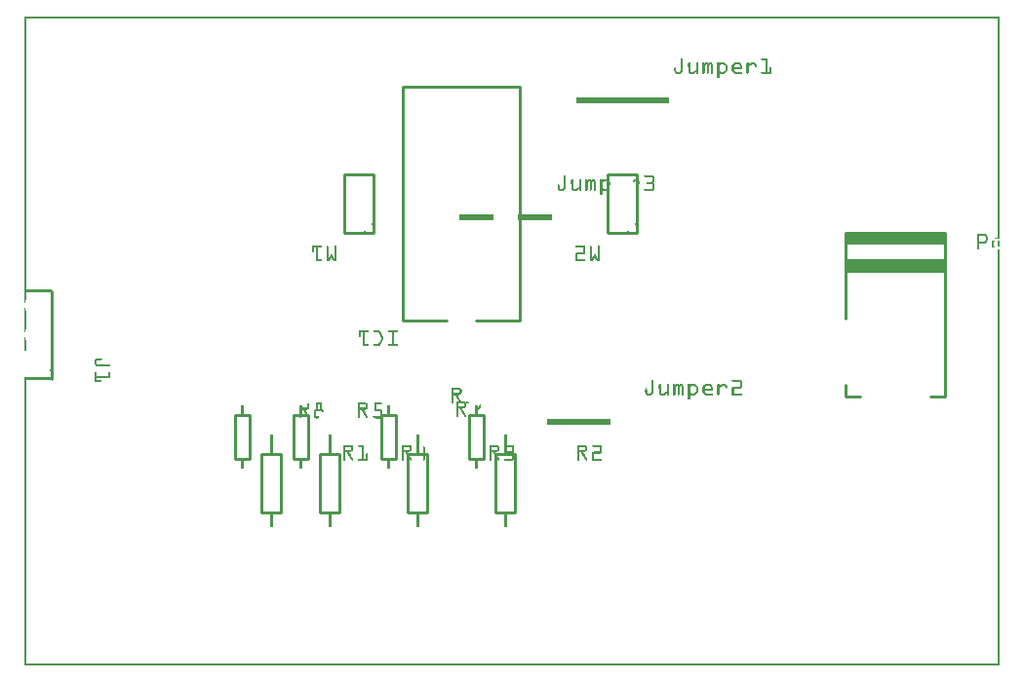
<source format=gto>
G04 MADE WITH FRITZING*
G04 WWW.FRITZING.ORG*
G04 DOUBLE SIDED*
G04 HOLES PLATED*
G04 CONTOUR ON CENTER OF CONTOUR VECTOR*
%ASAXBY*%
%FSLAX23Y23*%
%MOIN*%
%OFA0B0*%
%SFA1.0B1.0*%
%ADD10C,0.010000*%
%ADD11R,0.001000X0.001000*%
%LNSILK1*%
G90*
G70*
G54D10*
X2806Y1187D02*
X2806Y1482D01*
D02*
X2806Y1482D02*
X3146Y1482D01*
D02*
X3146Y1482D02*
X3146Y922D01*
D02*
X3146Y922D02*
X3096Y922D01*
D02*
X2806Y962D02*
X2806Y922D01*
D02*
X2806Y922D02*
X2856Y922D01*
D02*
X2806Y1482D02*
X3146Y1482D01*
D02*
X2806Y1477D02*
X3146Y1477D01*
D02*
X2806Y1472D02*
X3146Y1472D01*
D02*
X2806Y1467D02*
X3146Y1467D01*
D02*
X2806Y1462D02*
X3146Y1462D01*
D02*
X2806Y1457D02*
X3146Y1457D01*
D02*
X2806Y1452D02*
X3146Y1452D01*
D02*
X2806Y1447D02*
X3146Y1447D01*
D02*
X2806Y1352D02*
X3146Y1352D01*
D02*
X2806Y1357D02*
X3146Y1357D01*
D02*
X2806Y1362D02*
X3146Y1362D01*
D02*
X2806Y1367D02*
X3146Y1367D01*
D02*
X2806Y1372D02*
X3146Y1372D01*
D02*
X2806Y1377D02*
X3146Y1377D01*
D02*
X2806Y1382D02*
X3146Y1382D01*
D02*
X2806Y1387D02*
X3146Y1387D01*
D02*
X1694Y1183D02*
X1694Y1983D01*
D02*
X1694Y1983D02*
X1294Y1983D01*
D02*
X1294Y1983D02*
X1294Y1183D01*
D02*
X1694Y1183D02*
X1544Y1183D01*
D02*
X1444Y1183D02*
X1294Y1183D01*
D02*
X1077Y724D02*
X1077Y524D01*
D02*
X1077Y524D02*
X1011Y524D01*
D02*
X1011Y524D02*
X1011Y724D01*
D02*
X1011Y724D02*
X1077Y724D01*
D02*
X1377Y724D02*
X1377Y524D01*
D02*
X1377Y524D02*
X1311Y524D01*
D02*
X1311Y524D02*
X1311Y724D01*
D02*
X1311Y724D02*
X1377Y724D01*
D02*
X1677Y724D02*
X1677Y524D01*
D02*
X1677Y524D02*
X1611Y524D01*
D02*
X1611Y524D02*
X1611Y724D01*
D02*
X1611Y724D02*
X1677Y724D01*
D02*
X877Y724D02*
X877Y524D01*
D02*
X877Y524D02*
X811Y524D01*
D02*
X811Y524D02*
X811Y724D01*
D02*
X811Y724D02*
X877Y724D01*
D02*
X769Y859D02*
X769Y709D01*
D02*
X769Y709D02*
X719Y709D01*
D02*
X719Y709D02*
X719Y859D01*
D02*
X719Y859D02*
X769Y859D01*
D02*
X1269Y859D02*
X1269Y709D01*
D02*
X1269Y709D02*
X1219Y709D01*
D02*
X1219Y709D02*
X1219Y859D01*
D02*
X1219Y859D02*
X1269Y859D01*
D02*
X1569Y859D02*
X1569Y709D01*
D02*
X1569Y709D02*
X1519Y709D01*
D02*
X1519Y709D02*
X1519Y859D01*
D02*
X1519Y859D02*
X1569Y859D01*
D02*
X969Y859D02*
X969Y709D01*
D02*
X969Y709D02*
X919Y709D01*
D02*
X919Y709D02*
X919Y859D01*
D02*
X919Y859D02*
X969Y859D01*
D02*
X1194Y1483D02*
X1194Y1683D01*
D02*
X1194Y1683D02*
X1094Y1683D01*
D02*
X1094Y1683D02*
X1094Y1483D01*
D02*
X1094Y1483D02*
X1194Y1483D01*
D02*
X2094Y1483D02*
X2094Y1683D01*
D02*
X2094Y1683D02*
X1994Y1683D01*
D02*
X1994Y1683D02*
X1994Y1483D01*
D02*
X1994Y1483D02*
X2094Y1483D01*
D02*
X94Y983D02*
X94Y1283D01*
G54D11*
X0Y2222D02*
X3332Y2222D01*
X0Y2221D02*
X3332Y2221D01*
X0Y2220D02*
X3332Y2220D01*
X0Y2219D02*
X3332Y2219D01*
X0Y2218D02*
X3332Y2218D01*
X0Y2217D02*
X3332Y2217D01*
X0Y2216D02*
X3332Y2216D01*
X0Y2215D02*
X3332Y2215D01*
X0Y2214D02*
X7Y2214D01*
X3325Y2214D02*
X3332Y2214D01*
X0Y2213D02*
X7Y2213D01*
X3325Y2213D02*
X3332Y2213D01*
X0Y2212D02*
X7Y2212D01*
X3325Y2212D02*
X3332Y2212D01*
X0Y2211D02*
X7Y2211D01*
X3325Y2211D02*
X3332Y2211D01*
X0Y2210D02*
X7Y2210D01*
X3325Y2210D02*
X3332Y2210D01*
X0Y2209D02*
X7Y2209D01*
X3325Y2209D02*
X3332Y2209D01*
X0Y2208D02*
X7Y2208D01*
X3325Y2208D02*
X3332Y2208D01*
X0Y2207D02*
X7Y2207D01*
X3325Y2207D02*
X3332Y2207D01*
X0Y2206D02*
X7Y2206D01*
X3325Y2206D02*
X3332Y2206D01*
X0Y2205D02*
X7Y2205D01*
X3325Y2205D02*
X3332Y2205D01*
X0Y2204D02*
X7Y2204D01*
X3325Y2204D02*
X3332Y2204D01*
X0Y2203D02*
X7Y2203D01*
X3325Y2203D02*
X3332Y2203D01*
X0Y2202D02*
X7Y2202D01*
X3325Y2202D02*
X3332Y2202D01*
X0Y2201D02*
X7Y2201D01*
X3325Y2201D02*
X3332Y2201D01*
X0Y2200D02*
X7Y2200D01*
X3325Y2200D02*
X3332Y2200D01*
X0Y2199D02*
X7Y2199D01*
X3325Y2199D02*
X3332Y2199D01*
X0Y2198D02*
X7Y2198D01*
X3325Y2198D02*
X3332Y2198D01*
X0Y2197D02*
X7Y2197D01*
X3325Y2197D02*
X3332Y2197D01*
X0Y2196D02*
X7Y2196D01*
X3325Y2196D02*
X3332Y2196D01*
X0Y2195D02*
X7Y2195D01*
X3325Y2195D02*
X3332Y2195D01*
X0Y2194D02*
X7Y2194D01*
X3325Y2194D02*
X3332Y2194D01*
X0Y2193D02*
X7Y2193D01*
X3325Y2193D02*
X3332Y2193D01*
X0Y2192D02*
X7Y2192D01*
X3325Y2192D02*
X3332Y2192D01*
X0Y2191D02*
X7Y2191D01*
X3325Y2191D02*
X3332Y2191D01*
X0Y2190D02*
X7Y2190D01*
X3325Y2190D02*
X3332Y2190D01*
X0Y2189D02*
X7Y2189D01*
X3325Y2189D02*
X3332Y2189D01*
X0Y2188D02*
X7Y2188D01*
X3325Y2188D02*
X3332Y2188D01*
X0Y2187D02*
X7Y2187D01*
X3325Y2187D02*
X3332Y2187D01*
X0Y2186D02*
X7Y2186D01*
X3325Y2186D02*
X3332Y2186D01*
X0Y2185D02*
X7Y2185D01*
X3325Y2185D02*
X3332Y2185D01*
X0Y2184D02*
X7Y2184D01*
X3325Y2184D02*
X3332Y2184D01*
X0Y2183D02*
X7Y2183D01*
X3325Y2183D02*
X3332Y2183D01*
X0Y2182D02*
X7Y2182D01*
X3325Y2182D02*
X3332Y2182D01*
X0Y2181D02*
X7Y2181D01*
X3325Y2181D02*
X3332Y2181D01*
X0Y2180D02*
X7Y2180D01*
X3325Y2180D02*
X3332Y2180D01*
X0Y2179D02*
X7Y2179D01*
X3325Y2179D02*
X3332Y2179D01*
X0Y2178D02*
X7Y2178D01*
X3325Y2178D02*
X3332Y2178D01*
X0Y2177D02*
X7Y2177D01*
X3325Y2177D02*
X3332Y2177D01*
X0Y2176D02*
X7Y2176D01*
X3325Y2176D02*
X3332Y2176D01*
X0Y2175D02*
X7Y2175D01*
X3325Y2175D02*
X3332Y2175D01*
X0Y2174D02*
X7Y2174D01*
X3325Y2174D02*
X3332Y2174D01*
X0Y2173D02*
X7Y2173D01*
X3325Y2173D02*
X3332Y2173D01*
X0Y2172D02*
X7Y2172D01*
X3325Y2172D02*
X3332Y2172D01*
X0Y2171D02*
X7Y2171D01*
X3325Y2171D02*
X3332Y2171D01*
X0Y2170D02*
X7Y2170D01*
X3325Y2170D02*
X3332Y2170D01*
X0Y2169D02*
X7Y2169D01*
X3325Y2169D02*
X3332Y2169D01*
X0Y2168D02*
X7Y2168D01*
X3325Y2168D02*
X3332Y2168D01*
X0Y2167D02*
X7Y2167D01*
X3325Y2167D02*
X3332Y2167D01*
X0Y2166D02*
X7Y2166D01*
X3325Y2166D02*
X3332Y2166D01*
X0Y2165D02*
X7Y2165D01*
X3325Y2165D02*
X3332Y2165D01*
X0Y2164D02*
X7Y2164D01*
X3325Y2164D02*
X3332Y2164D01*
X0Y2163D02*
X7Y2163D01*
X3325Y2163D02*
X3332Y2163D01*
X0Y2162D02*
X7Y2162D01*
X3325Y2162D02*
X3332Y2162D01*
X0Y2161D02*
X7Y2161D01*
X3325Y2161D02*
X3332Y2161D01*
X0Y2160D02*
X7Y2160D01*
X3325Y2160D02*
X3332Y2160D01*
X0Y2159D02*
X7Y2159D01*
X3325Y2159D02*
X3332Y2159D01*
X0Y2158D02*
X7Y2158D01*
X3325Y2158D02*
X3332Y2158D01*
X0Y2157D02*
X7Y2157D01*
X3325Y2157D02*
X3332Y2157D01*
X0Y2156D02*
X7Y2156D01*
X3325Y2156D02*
X3332Y2156D01*
X0Y2155D02*
X7Y2155D01*
X3325Y2155D02*
X3332Y2155D01*
X0Y2154D02*
X7Y2154D01*
X3325Y2154D02*
X3332Y2154D01*
X0Y2153D02*
X7Y2153D01*
X3325Y2153D02*
X3332Y2153D01*
X0Y2152D02*
X7Y2152D01*
X3325Y2152D02*
X3332Y2152D01*
X0Y2151D02*
X7Y2151D01*
X3325Y2151D02*
X3332Y2151D01*
X0Y2150D02*
X7Y2150D01*
X3325Y2150D02*
X3332Y2150D01*
X0Y2149D02*
X7Y2149D01*
X3325Y2149D02*
X3332Y2149D01*
X0Y2148D02*
X7Y2148D01*
X3325Y2148D02*
X3332Y2148D01*
X0Y2147D02*
X7Y2147D01*
X3325Y2147D02*
X3332Y2147D01*
X0Y2146D02*
X7Y2146D01*
X3325Y2146D02*
X3332Y2146D01*
X0Y2145D02*
X7Y2145D01*
X3325Y2145D02*
X3332Y2145D01*
X0Y2144D02*
X7Y2144D01*
X3325Y2144D02*
X3332Y2144D01*
X0Y2143D02*
X7Y2143D01*
X3325Y2143D02*
X3332Y2143D01*
X0Y2142D02*
X7Y2142D01*
X3325Y2142D02*
X3332Y2142D01*
X0Y2141D02*
X7Y2141D01*
X3325Y2141D02*
X3332Y2141D01*
X0Y2140D02*
X7Y2140D01*
X3325Y2140D02*
X3332Y2140D01*
X0Y2139D02*
X7Y2139D01*
X3325Y2139D02*
X3332Y2139D01*
X0Y2138D02*
X7Y2138D01*
X3325Y2138D02*
X3332Y2138D01*
X0Y2137D02*
X7Y2137D01*
X3325Y2137D02*
X3332Y2137D01*
X0Y2136D02*
X7Y2136D01*
X3325Y2136D02*
X3332Y2136D01*
X0Y2135D02*
X7Y2135D01*
X3325Y2135D02*
X3332Y2135D01*
X0Y2134D02*
X7Y2134D01*
X3325Y2134D02*
X3332Y2134D01*
X0Y2133D02*
X7Y2133D01*
X3325Y2133D02*
X3332Y2133D01*
X0Y2132D02*
X7Y2132D01*
X3325Y2132D02*
X3332Y2132D01*
X0Y2131D02*
X7Y2131D01*
X3325Y2131D02*
X3332Y2131D01*
X0Y2130D02*
X7Y2130D01*
X3325Y2130D02*
X3332Y2130D01*
X0Y2129D02*
X7Y2129D01*
X3325Y2129D02*
X3332Y2129D01*
X0Y2128D02*
X7Y2128D01*
X3325Y2128D02*
X3332Y2128D01*
X0Y2127D02*
X7Y2127D01*
X3325Y2127D02*
X3332Y2127D01*
X0Y2126D02*
X7Y2126D01*
X3325Y2126D02*
X3332Y2126D01*
X0Y2125D02*
X7Y2125D01*
X3325Y2125D02*
X3332Y2125D01*
X0Y2124D02*
X7Y2124D01*
X3325Y2124D02*
X3332Y2124D01*
X0Y2123D02*
X7Y2123D01*
X3325Y2123D02*
X3332Y2123D01*
X0Y2122D02*
X7Y2122D01*
X3325Y2122D02*
X3332Y2122D01*
X0Y2121D02*
X7Y2121D01*
X3325Y2121D02*
X3332Y2121D01*
X0Y2120D02*
X7Y2120D01*
X3325Y2120D02*
X3332Y2120D01*
X0Y2119D02*
X7Y2119D01*
X3325Y2119D02*
X3332Y2119D01*
X0Y2118D02*
X7Y2118D01*
X3325Y2118D02*
X3332Y2118D01*
X0Y2117D02*
X7Y2117D01*
X3325Y2117D02*
X3332Y2117D01*
X0Y2116D02*
X7Y2116D01*
X3325Y2116D02*
X3332Y2116D01*
X0Y2115D02*
X7Y2115D01*
X3325Y2115D02*
X3332Y2115D01*
X0Y2114D02*
X7Y2114D01*
X3325Y2114D02*
X3332Y2114D01*
X0Y2113D02*
X7Y2113D01*
X3325Y2113D02*
X3332Y2113D01*
X0Y2112D02*
X7Y2112D01*
X3325Y2112D02*
X3332Y2112D01*
X0Y2111D02*
X7Y2111D01*
X3325Y2111D02*
X3332Y2111D01*
X0Y2110D02*
X7Y2110D01*
X3325Y2110D02*
X3332Y2110D01*
X0Y2109D02*
X7Y2109D01*
X3325Y2109D02*
X3332Y2109D01*
X0Y2108D02*
X7Y2108D01*
X3325Y2108D02*
X3332Y2108D01*
X0Y2107D02*
X7Y2107D01*
X3325Y2107D02*
X3332Y2107D01*
X0Y2106D02*
X7Y2106D01*
X3325Y2106D02*
X3332Y2106D01*
X0Y2105D02*
X7Y2105D01*
X3325Y2105D02*
X3332Y2105D01*
X0Y2104D02*
X7Y2104D01*
X3325Y2104D02*
X3332Y2104D01*
X0Y2103D02*
X7Y2103D01*
X3325Y2103D02*
X3332Y2103D01*
X0Y2102D02*
X7Y2102D01*
X3325Y2102D02*
X3332Y2102D01*
X0Y2101D02*
X7Y2101D01*
X3325Y2101D02*
X3332Y2101D01*
X0Y2100D02*
X7Y2100D01*
X3325Y2100D02*
X3332Y2100D01*
X0Y2099D02*
X7Y2099D01*
X3325Y2099D02*
X3332Y2099D01*
X0Y2098D02*
X7Y2098D01*
X3325Y2098D02*
X3332Y2098D01*
X0Y2097D02*
X7Y2097D01*
X3325Y2097D02*
X3332Y2097D01*
X0Y2096D02*
X7Y2096D01*
X3325Y2096D02*
X3332Y2096D01*
X0Y2095D02*
X7Y2095D01*
X3325Y2095D02*
X3332Y2095D01*
X0Y2094D02*
X7Y2094D01*
X3325Y2094D02*
X3332Y2094D01*
X0Y2093D02*
X7Y2093D01*
X3325Y2093D02*
X3332Y2093D01*
X0Y2092D02*
X7Y2092D01*
X3325Y2092D02*
X3332Y2092D01*
X0Y2091D02*
X7Y2091D01*
X3325Y2091D02*
X3332Y2091D01*
X0Y2090D02*
X7Y2090D01*
X3325Y2090D02*
X3332Y2090D01*
X0Y2089D02*
X7Y2089D01*
X3325Y2089D02*
X3332Y2089D01*
X0Y2088D02*
X7Y2088D01*
X3325Y2088D02*
X3332Y2088D01*
X0Y2087D02*
X7Y2087D01*
X3325Y2087D02*
X3332Y2087D01*
X0Y2086D02*
X7Y2086D01*
X3325Y2086D02*
X3332Y2086D01*
X0Y2085D02*
X7Y2085D01*
X3325Y2085D02*
X3332Y2085D01*
X0Y2084D02*
X7Y2084D01*
X3325Y2084D02*
X3332Y2084D01*
X0Y2083D02*
X7Y2083D01*
X3325Y2083D02*
X3332Y2083D01*
X0Y2082D02*
X7Y2082D01*
X3325Y2082D02*
X3332Y2082D01*
X0Y2081D02*
X7Y2081D01*
X3325Y2081D02*
X3332Y2081D01*
X0Y2080D02*
X7Y2080D01*
X3325Y2080D02*
X3332Y2080D01*
X0Y2079D02*
X7Y2079D01*
X2244Y2079D02*
X2246Y2079D01*
X2520Y2079D02*
X2538Y2079D01*
X3325Y2079D02*
X3332Y2079D01*
X0Y2078D02*
X7Y2078D01*
X2243Y2078D02*
X2247Y2078D01*
X2519Y2078D02*
X2538Y2078D01*
X3325Y2078D02*
X3332Y2078D01*
X0Y2077D02*
X7Y2077D01*
X2242Y2077D02*
X2248Y2077D01*
X2518Y2077D02*
X2538Y2077D01*
X3325Y2077D02*
X3332Y2077D01*
X0Y2076D02*
X7Y2076D01*
X2242Y2076D02*
X2248Y2076D01*
X2518Y2076D02*
X2538Y2076D01*
X3325Y2076D02*
X3332Y2076D01*
X0Y2075D02*
X7Y2075D01*
X2242Y2075D02*
X2248Y2075D01*
X2518Y2075D02*
X2538Y2075D01*
X3325Y2075D02*
X3332Y2075D01*
X0Y2074D02*
X7Y2074D01*
X2242Y2074D02*
X2248Y2074D01*
X2519Y2074D02*
X2538Y2074D01*
X3325Y2074D02*
X3332Y2074D01*
X0Y2073D02*
X7Y2073D01*
X2242Y2073D02*
X2248Y2073D01*
X2520Y2073D02*
X2538Y2073D01*
X3325Y2073D02*
X3332Y2073D01*
X0Y2072D02*
X7Y2072D01*
X2242Y2072D02*
X2248Y2072D01*
X2532Y2072D02*
X2538Y2072D01*
X3325Y2072D02*
X3332Y2072D01*
X0Y2071D02*
X7Y2071D01*
X2242Y2071D02*
X2248Y2071D01*
X2532Y2071D02*
X2538Y2071D01*
X3325Y2071D02*
X3332Y2071D01*
X0Y2070D02*
X7Y2070D01*
X2242Y2070D02*
X2248Y2070D01*
X2532Y2070D02*
X2538Y2070D01*
X3325Y2070D02*
X3332Y2070D01*
X0Y2069D02*
X7Y2069D01*
X2242Y2069D02*
X2248Y2069D01*
X2532Y2069D02*
X2538Y2069D01*
X3325Y2069D02*
X3332Y2069D01*
X0Y2068D02*
X7Y2068D01*
X2242Y2068D02*
X2248Y2068D01*
X2532Y2068D02*
X2538Y2068D01*
X3325Y2068D02*
X3332Y2068D01*
X0Y2067D02*
X7Y2067D01*
X2242Y2067D02*
X2248Y2067D01*
X2532Y2067D02*
X2538Y2067D01*
X3325Y2067D02*
X3332Y2067D01*
X0Y2066D02*
X7Y2066D01*
X2242Y2066D02*
X2248Y2066D01*
X2370Y2066D02*
X2372Y2066D01*
X2383Y2066D02*
X2387Y2066D01*
X2532Y2066D02*
X2538Y2066D01*
X3325Y2066D02*
X3332Y2066D01*
X0Y2065D02*
X7Y2065D01*
X2242Y2065D02*
X2248Y2065D01*
X2369Y2065D02*
X2373Y2065D01*
X2380Y2065D02*
X2390Y2065D01*
X2532Y2065D02*
X2538Y2065D01*
X3325Y2065D02*
X3332Y2065D01*
X0Y2064D02*
X7Y2064D01*
X2242Y2064D02*
X2248Y2064D01*
X2269Y2064D02*
X2273Y2064D01*
X2297Y2064D02*
X2300Y2064D01*
X2319Y2064D02*
X2322Y2064D01*
X2327Y2064D02*
X2333Y2064D01*
X2341Y2064D02*
X2346Y2064D01*
X2368Y2064D02*
X2374Y2064D01*
X2378Y2064D02*
X2392Y2064D01*
X2427Y2064D02*
X2443Y2064D01*
X2469Y2064D02*
X2473Y2064D01*
X2483Y2064D02*
X2495Y2064D01*
X2532Y2064D02*
X2538Y2064D01*
X3325Y2064D02*
X3332Y2064D01*
X0Y2063D02*
X7Y2063D01*
X2242Y2063D02*
X2248Y2063D01*
X2269Y2063D02*
X2274Y2063D01*
X2296Y2063D02*
X2301Y2063D01*
X2318Y2063D02*
X2323Y2063D01*
X2325Y2063D02*
X2334Y2063D01*
X2339Y2063D02*
X2348Y2063D01*
X2368Y2063D02*
X2374Y2063D01*
X2377Y2063D02*
X2393Y2063D01*
X2425Y2063D02*
X2444Y2063D01*
X2469Y2063D02*
X2474Y2063D01*
X2482Y2063D02*
X2497Y2063D01*
X2532Y2063D02*
X2538Y2063D01*
X3325Y2063D02*
X3332Y2063D01*
X0Y2062D02*
X7Y2062D01*
X2242Y2062D02*
X2248Y2062D01*
X2268Y2062D02*
X2274Y2062D01*
X2296Y2062D02*
X2301Y2062D01*
X2318Y2062D02*
X2335Y2062D01*
X2338Y2062D02*
X2349Y2062D01*
X2368Y2062D02*
X2374Y2062D01*
X2376Y2062D02*
X2394Y2062D01*
X2424Y2062D02*
X2446Y2062D01*
X2468Y2062D02*
X2474Y2062D01*
X2481Y2062D02*
X2498Y2062D01*
X2532Y2062D02*
X2538Y2062D01*
X3325Y2062D02*
X3332Y2062D01*
X0Y2061D02*
X7Y2061D01*
X2242Y2061D02*
X2248Y2061D01*
X2268Y2061D02*
X2274Y2061D01*
X2296Y2061D02*
X2302Y2061D01*
X2318Y2061D02*
X2350Y2061D01*
X2368Y2061D02*
X2395Y2061D01*
X2423Y2061D02*
X2447Y2061D01*
X2468Y2061D02*
X2474Y2061D01*
X2480Y2061D02*
X2499Y2061D01*
X2532Y2061D02*
X2538Y2061D01*
X3325Y2061D02*
X3332Y2061D01*
X0Y2060D02*
X7Y2060D01*
X2242Y2060D02*
X2248Y2060D01*
X2268Y2060D02*
X2274Y2060D01*
X2296Y2060D02*
X2302Y2060D01*
X2317Y2060D02*
X2350Y2060D01*
X2368Y2060D02*
X2396Y2060D01*
X2422Y2060D02*
X2448Y2060D01*
X2468Y2060D02*
X2474Y2060D01*
X2478Y2060D02*
X2500Y2060D01*
X2532Y2060D02*
X2538Y2060D01*
X3325Y2060D02*
X3332Y2060D01*
X0Y2059D02*
X7Y2059D01*
X2242Y2059D02*
X2248Y2059D01*
X2268Y2059D02*
X2274Y2059D01*
X2296Y2059D02*
X2302Y2059D01*
X2317Y2059D02*
X2351Y2059D01*
X2368Y2059D02*
X2383Y2059D01*
X2387Y2059D02*
X2397Y2059D01*
X2421Y2059D02*
X2449Y2059D01*
X2468Y2059D02*
X2474Y2059D01*
X2477Y2059D02*
X2500Y2059D01*
X2532Y2059D02*
X2538Y2059D01*
X3325Y2059D02*
X3332Y2059D01*
X0Y2058D02*
X7Y2058D01*
X2242Y2058D02*
X2248Y2058D01*
X2268Y2058D02*
X2274Y2058D01*
X2296Y2058D02*
X2302Y2058D01*
X2317Y2058D02*
X2351Y2058D01*
X2368Y2058D02*
X2381Y2058D01*
X2389Y2058D02*
X2398Y2058D01*
X2420Y2058D02*
X2450Y2058D01*
X2468Y2058D02*
X2474Y2058D01*
X2476Y2058D02*
X2501Y2058D01*
X2532Y2058D02*
X2538Y2058D01*
X3325Y2058D02*
X3332Y2058D01*
X0Y2057D02*
X7Y2057D01*
X2242Y2057D02*
X2248Y2057D01*
X2268Y2057D02*
X2274Y2057D01*
X2296Y2057D02*
X2302Y2057D01*
X2317Y2057D02*
X2328Y2057D01*
X2332Y2057D02*
X2342Y2057D01*
X2345Y2057D02*
X2351Y2057D01*
X2368Y2057D02*
X2380Y2057D01*
X2390Y2057D02*
X2399Y2057D01*
X2419Y2057D02*
X2428Y2057D01*
X2442Y2057D02*
X2450Y2057D01*
X2468Y2057D02*
X2485Y2057D01*
X2494Y2057D02*
X2501Y2057D01*
X2532Y2057D02*
X2538Y2057D01*
X3325Y2057D02*
X3332Y2057D01*
X0Y2056D02*
X7Y2056D01*
X2242Y2056D02*
X2248Y2056D01*
X2268Y2056D02*
X2274Y2056D01*
X2296Y2056D02*
X2302Y2056D01*
X2317Y2056D02*
X2327Y2056D01*
X2332Y2056D02*
X2340Y2056D01*
X2345Y2056D02*
X2351Y2056D01*
X2368Y2056D02*
X2379Y2056D01*
X2391Y2056D02*
X2400Y2056D01*
X2419Y2056D02*
X2427Y2056D01*
X2443Y2056D02*
X2451Y2056D01*
X2468Y2056D02*
X2484Y2056D01*
X2495Y2056D02*
X2501Y2056D01*
X2532Y2056D02*
X2538Y2056D01*
X3325Y2056D02*
X3332Y2056D01*
X0Y2055D02*
X7Y2055D01*
X2242Y2055D02*
X2248Y2055D01*
X2268Y2055D02*
X2274Y2055D01*
X2296Y2055D02*
X2302Y2055D01*
X2317Y2055D02*
X2326Y2055D01*
X2332Y2055D02*
X2339Y2055D01*
X2345Y2055D02*
X2351Y2055D01*
X2368Y2055D02*
X2378Y2055D01*
X2392Y2055D02*
X2401Y2055D01*
X2418Y2055D02*
X2425Y2055D01*
X2444Y2055D02*
X2451Y2055D01*
X2468Y2055D02*
X2482Y2055D01*
X2495Y2055D02*
X2502Y2055D01*
X2532Y2055D02*
X2538Y2055D01*
X3325Y2055D02*
X3332Y2055D01*
X0Y2054D02*
X7Y2054D01*
X2242Y2054D02*
X2248Y2054D01*
X2268Y2054D02*
X2274Y2054D01*
X2296Y2054D02*
X2302Y2054D01*
X2317Y2054D02*
X2324Y2054D01*
X2332Y2054D02*
X2338Y2054D01*
X2345Y2054D02*
X2351Y2054D01*
X2368Y2054D02*
X2377Y2054D01*
X2393Y2054D02*
X2401Y2054D01*
X2418Y2054D02*
X2425Y2054D01*
X2445Y2054D02*
X2451Y2054D01*
X2468Y2054D02*
X2481Y2054D01*
X2496Y2054D02*
X2502Y2054D01*
X2532Y2054D02*
X2538Y2054D01*
X3325Y2054D02*
X3332Y2054D01*
X0Y2053D02*
X7Y2053D01*
X2242Y2053D02*
X2248Y2053D01*
X2268Y2053D02*
X2274Y2053D01*
X2296Y2053D02*
X2302Y2053D01*
X2317Y2053D02*
X2324Y2053D01*
X2332Y2053D02*
X2338Y2053D01*
X2345Y2053D02*
X2351Y2053D01*
X2368Y2053D02*
X2376Y2053D01*
X2395Y2053D02*
X2401Y2053D01*
X2418Y2053D02*
X2424Y2053D01*
X2445Y2053D02*
X2452Y2053D01*
X2468Y2053D02*
X2480Y2053D01*
X2496Y2053D02*
X2502Y2053D01*
X2532Y2053D02*
X2538Y2053D01*
X3325Y2053D02*
X3332Y2053D01*
X0Y2052D02*
X7Y2052D01*
X2242Y2052D02*
X2248Y2052D01*
X2268Y2052D02*
X2274Y2052D01*
X2296Y2052D02*
X2302Y2052D01*
X2317Y2052D02*
X2324Y2052D01*
X2332Y2052D02*
X2338Y2052D01*
X2345Y2052D02*
X2351Y2052D01*
X2368Y2052D02*
X2375Y2052D01*
X2395Y2052D02*
X2401Y2052D01*
X2418Y2052D02*
X2424Y2052D01*
X2446Y2052D02*
X2452Y2052D01*
X2468Y2052D02*
X2479Y2052D01*
X2496Y2052D02*
X2502Y2052D01*
X2532Y2052D02*
X2538Y2052D01*
X3325Y2052D02*
X3332Y2052D01*
X0Y2051D02*
X7Y2051D01*
X2242Y2051D02*
X2248Y2051D01*
X2268Y2051D02*
X2274Y2051D01*
X2296Y2051D02*
X2302Y2051D01*
X2317Y2051D02*
X2324Y2051D01*
X2332Y2051D02*
X2338Y2051D01*
X2345Y2051D02*
X2351Y2051D01*
X2368Y2051D02*
X2374Y2051D01*
X2396Y2051D02*
X2402Y2051D01*
X2418Y2051D02*
X2424Y2051D01*
X2446Y2051D02*
X2452Y2051D01*
X2468Y2051D02*
X2478Y2051D01*
X2496Y2051D02*
X2501Y2051D01*
X2532Y2051D02*
X2538Y2051D01*
X3325Y2051D02*
X3332Y2051D01*
X0Y2050D02*
X7Y2050D01*
X2242Y2050D02*
X2248Y2050D01*
X2268Y2050D02*
X2274Y2050D01*
X2296Y2050D02*
X2302Y2050D01*
X2317Y2050D02*
X2324Y2050D01*
X2332Y2050D02*
X2338Y2050D01*
X2345Y2050D02*
X2351Y2050D01*
X2368Y2050D02*
X2374Y2050D01*
X2396Y2050D02*
X2402Y2050D01*
X2418Y2050D02*
X2424Y2050D01*
X2446Y2050D02*
X2452Y2050D01*
X2468Y2050D02*
X2477Y2050D01*
X2497Y2050D02*
X2501Y2050D01*
X2532Y2050D02*
X2538Y2050D01*
X3325Y2050D02*
X3332Y2050D01*
X0Y2049D02*
X7Y2049D01*
X2223Y2049D02*
X2226Y2049D01*
X2242Y2049D02*
X2248Y2049D01*
X2268Y2049D02*
X2274Y2049D01*
X2296Y2049D02*
X2302Y2049D01*
X2317Y2049D02*
X2324Y2049D01*
X2332Y2049D02*
X2338Y2049D01*
X2345Y2049D02*
X2351Y2049D01*
X2368Y2049D02*
X2374Y2049D01*
X2396Y2049D02*
X2402Y2049D01*
X2418Y2049D02*
X2424Y2049D01*
X2446Y2049D02*
X2452Y2049D01*
X2468Y2049D02*
X2475Y2049D01*
X2532Y2049D02*
X2538Y2049D01*
X2547Y2049D02*
X2550Y2049D01*
X3325Y2049D02*
X3332Y2049D01*
X0Y2048D02*
X7Y2048D01*
X2222Y2048D02*
X2227Y2048D01*
X2242Y2048D02*
X2248Y2048D01*
X2268Y2048D02*
X2274Y2048D01*
X2296Y2048D02*
X2302Y2048D01*
X2317Y2048D02*
X2324Y2048D01*
X2332Y2048D02*
X2338Y2048D01*
X2345Y2048D02*
X2351Y2048D01*
X2368Y2048D02*
X2374Y2048D01*
X2396Y2048D02*
X2402Y2048D01*
X2418Y2048D02*
X2424Y2048D01*
X2446Y2048D02*
X2452Y2048D01*
X2468Y2048D02*
X2474Y2048D01*
X2532Y2048D02*
X2538Y2048D01*
X2546Y2048D02*
X2551Y2048D01*
X3325Y2048D02*
X3332Y2048D01*
X0Y2047D02*
X7Y2047D01*
X2222Y2047D02*
X2227Y2047D01*
X2242Y2047D02*
X2248Y2047D01*
X2269Y2047D02*
X2275Y2047D01*
X2296Y2047D02*
X2302Y2047D01*
X2317Y2047D02*
X2324Y2047D01*
X2332Y2047D02*
X2338Y2047D01*
X2345Y2047D02*
X2351Y2047D01*
X2368Y2047D02*
X2374Y2047D01*
X2396Y2047D02*
X2402Y2047D01*
X2418Y2047D02*
X2452Y2047D01*
X2468Y2047D02*
X2474Y2047D01*
X2532Y2047D02*
X2538Y2047D01*
X2546Y2047D02*
X2552Y2047D01*
X3325Y2047D02*
X3332Y2047D01*
X0Y2046D02*
X7Y2046D01*
X2221Y2046D02*
X2227Y2046D01*
X2242Y2046D02*
X2248Y2046D01*
X2269Y2046D02*
X2275Y2046D01*
X2296Y2046D02*
X2302Y2046D01*
X2317Y2046D02*
X2324Y2046D01*
X2332Y2046D02*
X2338Y2046D01*
X2345Y2046D02*
X2351Y2046D01*
X2368Y2046D02*
X2374Y2046D01*
X2396Y2046D02*
X2402Y2046D01*
X2418Y2046D02*
X2452Y2046D01*
X2468Y2046D02*
X2474Y2046D01*
X2532Y2046D02*
X2538Y2046D01*
X2546Y2046D02*
X2552Y2046D01*
X3325Y2046D02*
X3332Y2046D01*
X0Y2045D02*
X7Y2045D01*
X2221Y2045D02*
X2227Y2045D01*
X2242Y2045D02*
X2248Y2045D01*
X2269Y2045D02*
X2275Y2045D01*
X2296Y2045D02*
X2302Y2045D01*
X2317Y2045D02*
X2324Y2045D01*
X2332Y2045D02*
X2338Y2045D01*
X2346Y2045D02*
X2352Y2045D01*
X2368Y2045D02*
X2374Y2045D01*
X2396Y2045D02*
X2402Y2045D01*
X2418Y2045D02*
X2452Y2045D01*
X2468Y2045D02*
X2474Y2045D01*
X2532Y2045D02*
X2538Y2045D01*
X2546Y2045D02*
X2552Y2045D01*
X3325Y2045D02*
X3332Y2045D01*
X0Y2044D02*
X7Y2044D01*
X2221Y2044D02*
X2227Y2044D01*
X2242Y2044D02*
X2248Y2044D01*
X2269Y2044D02*
X2275Y2044D01*
X2296Y2044D02*
X2302Y2044D01*
X2317Y2044D02*
X2324Y2044D01*
X2332Y2044D02*
X2338Y2044D01*
X2346Y2044D02*
X2352Y2044D01*
X2368Y2044D02*
X2374Y2044D01*
X2396Y2044D02*
X2402Y2044D01*
X2418Y2044D02*
X2452Y2044D01*
X2468Y2044D02*
X2474Y2044D01*
X2532Y2044D02*
X2538Y2044D01*
X2546Y2044D02*
X2552Y2044D01*
X3325Y2044D02*
X3332Y2044D01*
X0Y2043D02*
X7Y2043D01*
X2221Y2043D02*
X2227Y2043D01*
X2242Y2043D02*
X2248Y2043D01*
X2269Y2043D02*
X2275Y2043D01*
X2296Y2043D02*
X2302Y2043D01*
X2317Y2043D02*
X2324Y2043D01*
X2332Y2043D02*
X2338Y2043D01*
X2346Y2043D02*
X2352Y2043D01*
X2368Y2043D02*
X2374Y2043D01*
X2396Y2043D02*
X2402Y2043D01*
X2418Y2043D02*
X2452Y2043D01*
X2468Y2043D02*
X2474Y2043D01*
X2532Y2043D02*
X2538Y2043D01*
X2546Y2043D02*
X2552Y2043D01*
X3325Y2043D02*
X3332Y2043D01*
X0Y2042D02*
X7Y2042D01*
X2221Y2042D02*
X2227Y2042D01*
X2242Y2042D02*
X2248Y2042D01*
X2269Y2042D02*
X2275Y2042D01*
X2296Y2042D02*
X2302Y2042D01*
X2317Y2042D02*
X2324Y2042D01*
X2332Y2042D02*
X2338Y2042D01*
X2346Y2042D02*
X2352Y2042D01*
X2368Y2042D02*
X2374Y2042D01*
X2396Y2042D02*
X2402Y2042D01*
X2418Y2042D02*
X2451Y2042D01*
X2468Y2042D02*
X2474Y2042D01*
X2532Y2042D02*
X2538Y2042D01*
X2546Y2042D02*
X2552Y2042D01*
X3325Y2042D02*
X3332Y2042D01*
X0Y2041D02*
X7Y2041D01*
X2221Y2041D02*
X2227Y2041D01*
X2242Y2041D02*
X2248Y2041D01*
X2269Y2041D02*
X2275Y2041D01*
X2296Y2041D02*
X2302Y2041D01*
X2317Y2041D02*
X2324Y2041D01*
X2332Y2041D02*
X2338Y2041D01*
X2346Y2041D02*
X2352Y2041D01*
X2368Y2041D02*
X2374Y2041D01*
X2396Y2041D02*
X2402Y2041D01*
X2418Y2041D02*
X2450Y2041D01*
X2468Y2041D02*
X2474Y2041D01*
X2532Y2041D02*
X2538Y2041D01*
X2546Y2041D02*
X2552Y2041D01*
X3325Y2041D02*
X3332Y2041D01*
X0Y2040D02*
X7Y2040D01*
X2221Y2040D02*
X2227Y2040D01*
X2242Y2040D02*
X2248Y2040D01*
X2269Y2040D02*
X2275Y2040D01*
X2296Y2040D02*
X2302Y2040D01*
X2317Y2040D02*
X2324Y2040D01*
X2332Y2040D02*
X2338Y2040D01*
X2346Y2040D02*
X2352Y2040D01*
X2368Y2040D02*
X2374Y2040D01*
X2396Y2040D02*
X2402Y2040D01*
X2418Y2040D02*
X2424Y2040D01*
X2468Y2040D02*
X2474Y2040D01*
X2532Y2040D02*
X2538Y2040D01*
X2546Y2040D02*
X2552Y2040D01*
X3325Y2040D02*
X3332Y2040D01*
X0Y2039D02*
X7Y2039D01*
X2221Y2039D02*
X2227Y2039D01*
X2242Y2039D02*
X2248Y2039D01*
X2269Y2039D02*
X2275Y2039D01*
X2295Y2039D02*
X2302Y2039D01*
X2317Y2039D02*
X2324Y2039D01*
X2332Y2039D02*
X2338Y2039D01*
X2346Y2039D02*
X2352Y2039D01*
X2368Y2039D02*
X2374Y2039D01*
X2396Y2039D02*
X2402Y2039D01*
X2418Y2039D02*
X2424Y2039D01*
X2468Y2039D02*
X2474Y2039D01*
X2532Y2039D02*
X2538Y2039D01*
X2546Y2039D02*
X2552Y2039D01*
X3325Y2039D02*
X3332Y2039D01*
X0Y2038D02*
X7Y2038D01*
X2221Y2038D02*
X2227Y2038D01*
X2242Y2038D02*
X2248Y2038D01*
X2269Y2038D02*
X2275Y2038D01*
X2293Y2038D02*
X2302Y2038D01*
X2317Y2038D02*
X2324Y2038D01*
X2332Y2038D02*
X2338Y2038D01*
X2346Y2038D02*
X2352Y2038D01*
X2368Y2038D02*
X2375Y2038D01*
X2395Y2038D02*
X2401Y2038D01*
X2418Y2038D02*
X2424Y2038D01*
X2468Y2038D02*
X2474Y2038D01*
X2532Y2038D02*
X2538Y2038D01*
X2546Y2038D02*
X2552Y2038D01*
X3325Y2038D02*
X3332Y2038D01*
X0Y2037D02*
X7Y2037D01*
X2221Y2037D02*
X2227Y2037D01*
X2242Y2037D02*
X2248Y2037D01*
X2269Y2037D02*
X2275Y2037D01*
X2292Y2037D02*
X2302Y2037D01*
X2317Y2037D02*
X2324Y2037D01*
X2332Y2037D02*
X2338Y2037D01*
X2346Y2037D02*
X2352Y2037D01*
X2368Y2037D02*
X2376Y2037D01*
X2395Y2037D02*
X2401Y2037D01*
X2418Y2037D02*
X2424Y2037D01*
X2468Y2037D02*
X2474Y2037D01*
X2532Y2037D02*
X2538Y2037D01*
X2546Y2037D02*
X2552Y2037D01*
X3325Y2037D02*
X3332Y2037D01*
X0Y2036D02*
X7Y2036D01*
X2221Y2036D02*
X2227Y2036D01*
X2242Y2036D02*
X2248Y2036D01*
X2269Y2036D02*
X2275Y2036D01*
X2290Y2036D02*
X2302Y2036D01*
X2317Y2036D02*
X2324Y2036D01*
X2332Y2036D02*
X2338Y2036D01*
X2346Y2036D02*
X2352Y2036D01*
X2368Y2036D02*
X2377Y2036D01*
X2393Y2036D02*
X2401Y2036D01*
X2418Y2036D02*
X2425Y2036D01*
X2468Y2036D02*
X2474Y2036D01*
X2532Y2036D02*
X2538Y2036D01*
X2546Y2036D02*
X2552Y2036D01*
X3325Y2036D02*
X3332Y2036D01*
X0Y2035D02*
X7Y2035D01*
X2222Y2035D02*
X2228Y2035D01*
X2242Y2035D02*
X2248Y2035D01*
X2269Y2035D02*
X2275Y2035D01*
X2288Y2035D02*
X2302Y2035D01*
X2317Y2035D02*
X2324Y2035D01*
X2332Y2035D02*
X2338Y2035D01*
X2346Y2035D02*
X2352Y2035D01*
X2368Y2035D02*
X2378Y2035D01*
X2392Y2035D02*
X2401Y2035D01*
X2418Y2035D02*
X2426Y2035D01*
X2468Y2035D02*
X2474Y2035D01*
X2532Y2035D02*
X2538Y2035D01*
X2546Y2035D02*
X2552Y2035D01*
X3325Y2035D02*
X3332Y2035D01*
X0Y2034D02*
X7Y2034D01*
X2222Y2034D02*
X2228Y2034D01*
X2242Y2034D02*
X2248Y2034D01*
X2269Y2034D02*
X2275Y2034D01*
X2287Y2034D02*
X2302Y2034D01*
X2317Y2034D02*
X2324Y2034D01*
X2332Y2034D02*
X2338Y2034D01*
X2346Y2034D02*
X2352Y2034D01*
X2368Y2034D02*
X2379Y2034D01*
X2391Y2034D02*
X2400Y2034D01*
X2419Y2034D02*
X2427Y2034D01*
X2468Y2034D02*
X2474Y2034D01*
X2532Y2034D02*
X2538Y2034D01*
X2546Y2034D02*
X2552Y2034D01*
X3325Y2034D02*
X3332Y2034D01*
X0Y2033D02*
X7Y2033D01*
X2222Y2033D02*
X2229Y2033D01*
X2241Y2033D02*
X2248Y2033D01*
X2269Y2033D02*
X2276Y2033D01*
X2285Y2033D02*
X2302Y2033D01*
X2317Y2033D02*
X2324Y2033D01*
X2332Y2033D02*
X2338Y2033D01*
X2346Y2033D02*
X2352Y2033D01*
X2368Y2033D02*
X2380Y2033D01*
X2390Y2033D02*
X2399Y2033D01*
X2419Y2033D02*
X2428Y2033D01*
X2468Y2033D02*
X2474Y2033D01*
X2532Y2033D02*
X2538Y2033D01*
X2546Y2033D02*
X2552Y2033D01*
X3325Y2033D02*
X3332Y2033D01*
X0Y2032D02*
X7Y2032D01*
X2222Y2032D02*
X2247Y2032D01*
X2270Y2032D02*
X2302Y2032D01*
X2317Y2032D02*
X2324Y2032D01*
X2332Y2032D02*
X2338Y2032D01*
X2346Y2032D02*
X2352Y2032D01*
X2368Y2032D02*
X2381Y2032D01*
X2389Y2032D02*
X2398Y2032D01*
X2420Y2032D02*
X2449Y2032D01*
X2468Y2032D02*
X2474Y2032D01*
X2520Y2032D02*
X2552Y2032D01*
X3325Y2032D02*
X3332Y2032D01*
X0Y2031D02*
X7Y2031D01*
X2223Y2031D02*
X2247Y2031D01*
X2270Y2031D02*
X2302Y2031D01*
X2317Y2031D02*
X2324Y2031D01*
X2332Y2031D02*
X2338Y2031D01*
X2346Y2031D02*
X2352Y2031D01*
X2368Y2031D02*
X2383Y2031D01*
X2387Y2031D02*
X2397Y2031D01*
X2421Y2031D02*
X2451Y2031D01*
X2468Y2031D02*
X2474Y2031D01*
X2519Y2031D02*
X2552Y2031D01*
X3325Y2031D02*
X3332Y2031D01*
X0Y2030D02*
X7Y2030D01*
X2223Y2030D02*
X2246Y2030D01*
X2271Y2030D02*
X2293Y2030D01*
X2296Y2030D02*
X2302Y2030D01*
X2317Y2030D02*
X2324Y2030D01*
X2332Y2030D02*
X2338Y2030D01*
X2346Y2030D02*
X2352Y2030D01*
X2368Y2030D02*
X2396Y2030D01*
X2422Y2030D02*
X2451Y2030D01*
X2468Y2030D02*
X2474Y2030D01*
X2518Y2030D02*
X2552Y2030D01*
X3325Y2030D02*
X3332Y2030D01*
X0Y2029D02*
X7Y2029D01*
X2224Y2029D02*
X2246Y2029D01*
X2271Y2029D02*
X2291Y2029D01*
X2296Y2029D02*
X2302Y2029D01*
X2318Y2029D02*
X2324Y2029D01*
X2332Y2029D02*
X2338Y2029D01*
X2346Y2029D02*
X2352Y2029D01*
X2368Y2029D02*
X2395Y2029D01*
X2423Y2029D02*
X2452Y2029D01*
X2468Y2029D02*
X2474Y2029D01*
X2518Y2029D02*
X2552Y2029D01*
X3325Y2029D02*
X3332Y2029D01*
X0Y2028D02*
X7Y2028D01*
X2225Y2028D02*
X2245Y2028D01*
X2272Y2028D02*
X2289Y2028D01*
X2296Y2028D02*
X2301Y2028D01*
X2318Y2028D02*
X2323Y2028D01*
X2332Y2028D02*
X2338Y2028D01*
X2346Y2028D02*
X2352Y2028D01*
X2368Y2028D02*
X2374Y2028D01*
X2376Y2028D02*
X2394Y2028D01*
X2424Y2028D02*
X2451Y2028D01*
X2468Y2028D02*
X2474Y2028D01*
X2518Y2028D02*
X2551Y2028D01*
X3325Y2028D02*
X3332Y2028D01*
X0Y2027D02*
X7Y2027D01*
X2226Y2027D02*
X2243Y2027D01*
X2274Y2027D02*
X2288Y2027D01*
X2296Y2027D02*
X2301Y2027D01*
X2318Y2027D02*
X2323Y2027D01*
X2332Y2027D02*
X2337Y2027D01*
X2347Y2027D02*
X2352Y2027D01*
X2368Y2027D02*
X2374Y2027D01*
X2377Y2027D02*
X2393Y2027D01*
X2425Y2027D02*
X2451Y2027D01*
X2469Y2027D02*
X2473Y2027D01*
X2519Y2027D02*
X2551Y2027D01*
X3325Y2027D02*
X3332Y2027D01*
X0Y2026D02*
X7Y2026D01*
X2228Y2026D02*
X2241Y2026D01*
X2276Y2026D02*
X2286Y2026D01*
X2297Y2026D02*
X2300Y2026D01*
X2319Y2026D02*
X2322Y2026D01*
X2333Y2026D02*
X2336Y2026D01*
X2348Y2026D02*
X2351Y2026D01*
X2368Y2026D02*
X2374Y2026D01*
X2378Y2026D02*
X2391Y2026D01*
X2427Y2026D02*
X2450Y2026D01*
X2470Y2026D02*
X2472Y2026D01*
X2520Y2026D02*
X2550Y2026D01*
X3325Y2026D02*
X3332Y2026D01*
X0Y2025D02*
X7Y2025D01*
X2368Y2025D02*
X2374Y2025D01*
X2380Y2025D02*
X2390Y2025D01*
X3325Y2025D02*
X3332Y2025D01*
X0Y2024D02*
X7Y2024D01*
X2368Y2024D02*
X2374Y2024D01*
X2383Y2024D02*
X2387Y2024D01*
X3325Y2024D02*
X3332Y2024D01*
X0Y2023D02*
X7Y2023D01*
X2368Y2023D02*
X2374Y2023D01*
X3325Y2023D02*
X3332Y2023D01*
X0Y2022D02*
X7Y2022D01*
X2368Y2022D02*
X2374Y2022D01*
X3325Y2022D02*
X3332Y2022D01*
X0Y2021D02*
X7Y2021D01*
X2368Y2021D02*
X2374Y2021D01*
X3325Y2021D02*
X3332Y2021D01*
X0Y2020D02*
X7Y2020D01*
X2368Y2020D02*
X2374Y2020D01*
X3325Y2020D02*
X3332Y2020D01*
X0Y2019D02*
X7Y2019D01*
X2368Y2019D02*
X2374Y2019D01*
X3325Y2019D02*
X3332Y2019D01*
X0Y2018D02*
X7Y2018D01*
X2368Y2018D02*
X2374Y2018D01*
X3325Y2018D02*
X3332Y2018D01*
X0Y2017D02*
X7Y2017D01*
X2368Y2017D02*
X2374Y2017D01*
X3325Y2017D02*
X3332Y2017D01*
X0Y2016D02*
X7Y2016D01*
X2368Y2016D02*
X2374Y2016D01*
X3325Y2016D02*
X3332Y2016D01*
X0Y2015D02*
X7Y2015D01*
X2368Y2015D02*
X2374Y2015D01*
X3325Y2015D02*
X3332Y2015D01*
X0Y2014D02*
X7Y2014D01*
X2368Y2014D02*
X2374Y2014D01*
X3325Y2014D02*
X3332Y2014D01*
X0Y2013D02*
X7Y2013D01*
X2368Y2013D02*
X2374Y2013D01*
X3325Y2013D02*
X3332Y2013D01*
X0Y2012D02*
X7Y2012D01*
X2369Y2012D02*
X2373Y2012D01*
X3325Y2012D02*
X3332Y2012D01*
X0Y2011D02*
X7Y2011D01*
X2370Y2011D02*
X2372Y2011D01*
X3325Y2011D02*
X3332Y2011D01*
X0Y2010D02*
X7Y2010D01*
X3325Y2010D02*
X3332Y2010D01*
X0Y2009D02*
X7Y2009D01*
X3325Y2009D02*
X3332Y2009D01*
X0Y2008D02*
X7Y2008D01*
X3325Y2008D02*
X3332Y2008D01*
X0Y2007D02*
X7Y2007D01*
X3325Y2007D02*
X3332Y2007D01*
X0Y2006D02*
X7Y2006D01*
X3325Y2006D02*
X3332Y2006D01*
X0Y2005D02*
X7Y2005D01*
X3325Y2005D02*
X3332Y2005D01*
X0Y2004D02*
X7Y2004D01*
X3325Y2004D02*
X3332Y2004D01*
X0Y2003D02*
X7Y2003D01*
X3325Y2003D02*
X3332Y2003D01*
X0Y2002D02*
X7Y2002D01*
X3325Y2002D02*
X3332Y2002D01*
X0Y2001D02*
X7Y2001D01*
X3325Y2001D02*
X3332Y2001D01*
X0Y2000D02*
X7Y2000D01*
X3325Y2000D02*
X3332Y2000D01*
X0Y1999D02*
X7Y1999D01*
X3325Y1999D02*
X3332Y1999D01*
X0Y1998D02*
X7Y1998D01*
X3325Y1998D02*
X3332Y1998D01*
X0Y1997D02*
X7Y1997D01*
X3325Y1997D02*
X3332Y1997D01*
X0Y1996D02*
X7Y1996D01*
X3325Y1996D02*
X3332Y1996D01*
X0Y1995D02*
X7Y1995D01*
X3325Y1995D02*
X3332Y1995D01*
X0Y1994D02*
X7Y1994D01*
X3325Y1994D02*
X3332Y1994D01*
X0Y1993D02*
X7Y1993D01*
X3325Y1993D02*
X3332Y1993D01*
X0Y1992D02*
X7Y1992D01*
X3325Y1992D02*
X3332Y1992D01*
X0Y1991D02*
X7Y1991D01*
X3325Y1991D02*
X3332Y1991D01*
X0Y1990D02*
X7Y1990D01*
X3325Y1990D02*
X3332Y1990D01*
X0Y1989D02*
X7Y1989D01*
X3325Y1989D02*
X3332Y1989D01*
X0Y1988D02*
X7Y1988D01*
X3325Y1988D02*
X3332Y1988D01*
X0Y1987D02*
X7Y1987D01*
X3325Y1987D02*
X3332Y1987D01*
X0Y1986D02*
X7Y1986D01*
X3325Y1986D02*
X3332Y1986D01*
X0Y1985D02*
X7Y1985D01*
X3325Y1985D02*
X3332Y1985D01*
X0Y1984D02*
X7Y1984D01*
X3325Y1984D02*
X3332Y1984D01*
X0Y1983D02*
X7Y1983D01*
X3325Y1983D02*
X3332Y1983D01*
X0Y1982D02*
X7Y1982D01*
X3325Y1982D02*
X3332Y1982D01*
X0Y1981D02*
X7Y1981D01*
X3325Y1981D02*
X3332Y1981D01*
X0Y1980D02*
X7Y1980D01*
X3325Y1980D02*
X3332Y1980D01*
X0Y1979D02*
X7Y1979D01*
X3325Y1979D02*
X3332Y1979D01*
X0Y1978D02*
X7Y1978D01*
X3325Y1978D02*
X3332Y1978D01*
X0Y1977D02*
X7Y1977D01*
X3325Y1977D02*
X3332Y1977D01*
X0Y1976D02*
X7Y1976D01*
X3325Y1976D02*
X3332Y1976D01*
X0Y1975D02*
X7Y1975D01*
X3325Y1975D02*
X3332Y1975D01*
X0Y1974D02*
X7Y1974D01*
X3325Y1974D02*
X3332Y1974D01*
X0Y1973D02*
X7Y1973D01*
X3325Y1973D02*
X3332Y1973D01*
X0Y1972D02*
X7Y1972D01*
X3325Y1972D02*
X3332Y1972D01*
X0Y1971D02*
X7Y1971D01*
X3325Y1971D02*
X3332Y1971D01*
X0Y1970D02*
X7Y1970D01*
X3325Y1970D02*
X3332Y1970D01*
X0Y1969D02*
X7Y1969D01*
X3325Y1969D02*
X3332Y1969D01*
X0Y1968D02*
X7Y1968D01*
X3325Y1968D02*
X3332Y1968D01*
X0Y1967D02*
X7Y1967D01*
X3325Y1967D02*
X3332Y1967D01*
X0Y1966D02*
X7Y1966D01*
X3325Y1966D02*
X3332Y1966D01*
X0Y1965D02*
X7Y1965D01*
X3325Y1965D02*
X3332Y1965D01*
X0Y1964D02*
X7Y1964D01*
X3325Y1964D02*
X3332Y1964D01*
X0Y1963D02*
X7Y1963D01*
X3325Y1963D02*
X3332Y1963D01*
X0Y1962D02*
X7Y1962D01*
X3325Y1962D02*
X3332Y1962D01*
X0Y1961D02*
X7Y1961D01*
X3325Y1961D02*
X3332Y1961D01*
X0Y1960D02*
X7Y1960D01*
X3325Y1960D02*
X3332Y1960D01*
X0Y1959D02*
X7Y1959D01*
X3325Y1959D02*
X3332Y1959D01*
X0Y1958D02*
X7Y1958D01*
X3325Y1958D02*
X3332Y1958D01*
X0Y1957D02*
X7Y1957D01*
X3325Y1957D02*
X3332Y1957D01*
X0Y1956D02*
X7Y1956D01*
X3325Y1956D02*
X3332Y1956D01*
X0Y1955D02*
X7Y1955D01*
X3325Y1955D02*
X3332Y1955D01*
X0Y1954D02*
X7Y1954D01*
X3325Y1954D02*
X3332Y1954D01*
X0Y1953D02*
X7Y1953D01*
X3325Y1953D02*
X3332Y1953D01*
X0Y1952D02*
X7Y1952D01*
X3325Y1952D02*
X3332Y1952D01*
X0Y1951D02*
X7Y1951D01*
X3325Y1951D02*
X3332Y1951D01*
X0Y1950D02*
X7Y1950D01*
X3325Y1950D02*
X3332Y1950D01*
X0Y1949D02*
X7Y1949D01*
X3325Y1949D02*
X3332Y1949D01*
X0Y1948D02*
X7Y1948D01*
X3325Y1948D02*
X3332Y1948D01*
X0Y1947D02*
X7Y1947D01*
X3325Y1947D02*
X3332Y1947D01*
X0Y1946D02*
X7Y1946D01*
X3325Y1946D02*
X3332Y1946D01*
X0Y1945D02*
X7Y1945D01*
X3325Y1945D02*
X3332Y1945D01*
X0Y1944D02*
X7Y1944D01*
X1885Y1944D02*
X2202Y1944D01*
X3325Y1944D02*
X3332Y1944D01*
X0Y1943D02*
X7Y1943D01*
X1886Y1943D02*
X2202Y1943D01*
X3325Y1943D02*
X3332Y1943D01*
X0Y1942D02*
X7Y1942D01*
X1886Y1942D02*
X2202Y1942D01*
X3325Y1942D02*
X3332Y1942D01*
X0Y1941D02*
X7Y1941D01*
X1886Y1941D02*
X2201Y1941D01*
X3325Y1941D02*
X3332Y1941D01*
X0Y1940D02*
X7Y1940D01*
X1886Y1940D02*
X2201Y1940D01*
X3325Y1940D02*
X3332Y1940D01*
X0Y1939D02*
X7Y1939D01*
X1886Y1939D02*
X2201Y1939D01*
X3325Y1939D02*
X3332Y1939D01*
X0Y1938D02*
X7Y1938D01*
X1886Y1938D02*
X2201Y1938D01*
X3325Y1938D02*
X3332Y1938D01*
X0Y1937D02*
X7Y1937D01*
X1887Y1937D02*
X2201Y1937D01*
X3325Y1937D02*
X3332Y1937D01*
X0Y1936D02*
X7Y1936D01*
X1887Y1936D02*
X2201Y1936D01*
X3325Y1936D02*
X3332Y1936D01*
X0Y1935D02*
X7Y1935D01*
X1887Y1935D02*
X2201Y1935D01*
X3325Y1935D02*
X3332Y1935D01*
X0Y1934D02*
X7Y1934D01*
X1887Y1934D02*
X2201Y1934D01*
X3325Y1934D02*
X3332Y1934D01*
X0Y1933D02*
X7Y1933D01*
X1887Y1933D02*
X2201Y1933D01*
X3325Y1933D02*
X3332Y1933D01*
X0Y1932D02*
X7Y1932D01*
X1887Y1932D02*
X2201Y1932D01*
X3325Y1932D02*
X3332Y1932D01*
X0Y1931D02*
X7Y1931D01*
X1887Y1931D02*
X2201Y1931D01*
X3325Y1931D02*
X3332Y1931D01*
X0Y1930D02*
X7Y1930D01*
X1887Y1930D02*
X2201Y1930D01*
X3325Y1930D02*
X3332Y1930D01*
X0Y1929D02*
X7Y1929D01*
X1886Y1929D02*
X2201Y1929D01*
X3325Y1929D02*
X3332Y1929D01*
X0Y1928D02*
X7Y1928D01*
X1886Y1928D02*
X2201Y1928D01*
X3325Y1928D02*
X3332Y1928D01*
X0Y1927D02*
X7Y1927D01*
X1886Y1927D02*
X2201Y1927D01*
X3325Y1927D02*
X3332Y1927D01*
X0Y1926D02*
X7Y1926D01*
X1886Y1926D02*
X2202Y1926D01*
X3325Y1926D02*
X3332Y1926D01*
X0Y1925D02*
X7Y1925D01*
X1886Y1925D02*
X2202Y1925D01*
X3325Y1925D02*
X3332Y1925D01*
X0Y1924D02*
X7Y1924D01*
X1886Y1924D02*
X2202Y1924D01*
X3325Y1924D02*
X3332Y1924D01*
X0Y1923D02*
X7Y1923D01*
X3325Y1923D02*
X3332Y1923D01*
X0Y1922D02*
X7Y1922D01*
X3325Y1922D02*
X3332Y1922D01*
X0Y1921D02*
X7Y1921D01*
X3325Y1921D02*
X3332Y1921D01*
X0Y1920D02*
X7Y1920D01*
X3325Y1920D02*
X3332Y1920D01*
X0Y1919D02*
X7Y1919D01*
X3325Y1919D02*
X3332Y1919D01*
X0Y1918D02*
X7Y1918D01*
X3325Y1918D02*
X3332Y1918D01*
X0Y1917D02*
X7Y1917D01*
X3325Y1917D02*
X3332Y1917D01*
X0Y1916D02*
X7Y1916D01*
X3325Y1916D02*
X3332Y1916D01*
X0Y1915D02*
X7Y1915D01*
X3325Y1915D02*
X3332Y1915D01*
X0Y1914D02*
X7Y1914D01*
X3325Y1914D02*
X3332Y1914D01*
X0Y1913D02*
X7Y1913D01*
X3325Y1913D02*
X3332Y1913D01*
X0Y1912D02*
X7Y1912D01*
X3325Y1912D02*
X3332Y1912D01*
X0Y1911D02*
X7Y1911D01*
X3325Y1911D02*
X3332Y1911D01*
X0Y1910D02*
X7Y1910D01*
X3325Y1910D02*
X3332Y1910D01*
X0Y1909D02*
X7Y1909D01*
X3325Y1909D02*
X3332Y1909D01*
X0Y1908D02*
X7Y1908D01*
X3325Y1908D02*
X3332Y1908D01*
X0Y1907D02*
X7Y1907D01*
X3325Y1907D02*
X3332Y1907D01*
X0Y1906D02*
X7Y1906D01*
X3325Y1906D02*
X3332Y1906D01*
X0Y1905D02*
X7Y1905D01*
X3325Y1905D02*
X3332Y1905D01*
X0Y1904D02*
X7Y1904D01*
X3325Y1904D02*
X3332Y1904D01*
X0Y1903D02*
X7Y1903D01*
X3325Y1903D02*
X3332Y1903D01*
X0Y1902D02*
X7Y1902D01*
X3325Y1902D02*
X3332Y1902D01*
X0Y1901D02*
X7Y1901D01*
X3325Y1901D02*
X3332Y1901D01*
X0Y1900D02*
X7Y1900D01*
X3325Y1900D02*
X3332Y1900D01*
X0Y1899D02*
X7Y1899D01*
X3325Y1899D02*
X3332Y1899D01*
X0Y1898D02*
X7Y1898D01*
X3325Y1898D02*
X3332Y1898D01*
X0Y1897D02*
X7Y1897D01*
X3325Y1897D02*
X3332Y1897D01*
X0Y1896D02*
X7Y1896D01*
X3325Y1896D02*
X3332Y1896D01*
X0Y1895D02*
X7Y1895D01*
X3325Y1895D02*
X3332Y1895D01*
X0Y1894D02*
X7Y1894D01*
X3325Y1894D02*
X3332Y1894D01*
X0Y1893D02*
X7Y1893D01*
X3325Y1893D02*
X3332Y1893D01*
X0Y1892D02*
X7Y1892D01*
X3325Y1892D02*
X3332Y1892D01*
X0Y1891D02*
X7Y1891D01*
X3325Y1891D02*
X3332Y1891D01*
X0Y1890D02*
X7Y1890D01*
X3325Y1890D02*
X3332Y1890D01*
X0Y1889D02*
X7Y1889D01*
X3325Y1889D02*
X3332Y1889D01*
X0Y1888D02*
X7Y1888D01*
X3325Y1888D02*
X3332Y1888D01*
X0Y1887D02*
X7Y1887D01*
X3325Y1887D02*
X3332Y1887D01*
X0Y1886D02*
X7Y1886D01*
X3325Y1886D02*
X3332Y1886D01*
X0Y1885D02*
X7Y1885D01*
X3325Y1885D02*
X3332Y1885D01*
X0Y1884D02*
X7Y1884D01*
X3325Y1884D02*
X3332Y1884D01*
X0Y1883D02*
X7Y1883D01*
X3325Y1883D02*
X3332Y1883D01*
X0Y1882D02*
X7Y1882D01*
X3325Y1882D02*
X3332Y1882D01*
X0Y1881D02*
X7Y1881D01*
X3325Y1881D02*
X3332Y1881D01*
X0Y1880D02*
X7Y1880D01*
X3325Y1880D02*
X3332Y1880D01*
X0Y1879D02*
X7Y1879D01*
X3325Y1879D02*
X3332Y1879D01*
X0Y1878D02*
X7Y1878D01*
X3325Y1878D02*
X3332Y1878D01*
X0Y1877D02*
X7Y1877D01*
X3325Y1877D02*
X3332Y1877D01*
X0Y1876D02*
X7Y1876D01*
X3325Y1876D02*
X3332Y1876D01*
X0Y1875D02*
X7Y1875D01*
X3325Y1875D02*
X3332Y1875D01*
X0Y1874D02*
X7Y1874D01*
X3325Y1874D02*
X3332Y1874D01*
X0Y1873D02*
X7Y1873D01*
X3325Y1873D02*
X3332Y1873D01*
X0Y1872D02*
X7Y1872D01*
X3325Y1872D02*
X3332Y1872D01*
X0Y1871D02*
X7Y1871D01*
X3325Y1871D02*
X3332Y1871D01*
X0Y1870D02*
X7Y1870D01*
X3325Y1870D02*
X3332Y1870D01*
X0Y1869D02*
X7Y1869D01*
X3325Y1869D02*
X3332Y1869D01*
X0Y1868D02*
X7Y1868D01*
X3325Y1868D02*
X3332Y1868D01*
X0Y1867D02*
X7Y1867D01*
X3325Y1867D02*
X3332Y1867D01*
X0Y1866D02*
X7Y1866D01*
X3325Y1866D02*
X3332Y1866D01*
X0Y1865D02*
X7Y1865D01*
X3325Y1865D02*
X3332Y1865D01*
X0Y1864D02*
X7Y1864D01*
X3325Y1864D02*
X3332Y1864D01*
X0Y1863D02*
X7Y1863D01*
X3325Y1863D02*
X3332Y1863D01*
X0Y1862D02*
X7Y1862D01*
X3325Y1862D02*
X3332Y1862D01*
X0Y1861D02*
X7Y1861D01*
X3325Y1861D02*
X3332Y1861D01*
X0Y1860D02*
X7Y1860D01*
X3325Y1860D02*
X3332Y1860D01*
X0Y1859D02*
X7Y1859D01*
X3325Y1859D02*
X3332Y1859D01*
X0Y1858D02*
X7Y1858D01*
X3325Y1858D02*
X3332Y1858D01*
X0Y1857D02*
X7Y1857D01*
X3325Y1857D02*
X3332Y1857D01*
X0Y1856D02*
X7Y1856D01*
X3325Y1856D02*
X3332Y1856D01*
X0Y1855D02*
X7Y1855D01*
X3325Y1855D02*
X3332Y1855D01*
X0Y1854D02*
X7Y1854D01*
X3325Y1854D02*
X3332Y1854D01*
X0Y1853D02*
X7Y1853D01*
X3325Y1853D02*
X3332Y1853D01*
X0Y1852D02*
X7Y1852D01*
X3325Y1852D02*
X3332Y1852D01*
X0Y1851D02*
X7Y1851D01*
X3325Y1851D02*
X3332Y1851D01*
X0Y1850D02*
X7Y1850D01*
X3325Y1850D02*
X3332Y1850D01*
X0Y1849D02*
X7Y1849D01*
X3325Y1849D02*
X3332Y1849D01*
X0Y1848D02*
X7Y1848D01*
X3325Y1848D02*
X3332Y1848D01*
X0Y1847D02*
X7Y1847D01*
X3325Y1847D02*
X3332Y1847D01*
X0Y1846D02*
X7Y1846D01*
X3325Y1846D02*
X3332Y1846D01*
X0Y1845D02*
X7Y1845D01*
X3325Y1845D02*
X3332Y1845D01*
X0Y1844D02*
X7Y1844D01*
X3325Y1844D02*
X3332Y1844D01*
X0Y1843D02*
X7Y1843D01*
X3325Y1843D02*
X3332Y1843D01*
X0Y1842D02*
X7Y1842D01*
X3325Y1842D02*
X3332Y1842D01*
X0Y1841D02*
X7Y1841D01*
X3325Y1841D02*
X3332Y1841D01*
X0Y1840D02*
X7Y1840D01*
X3325Y1840D02*
X3332Y1840D01*
X0Y1839D02*
X7Y1839D01*
X3325Y1839D02*
X3332Y1839D01*
X0Y1838D02*
X7Y1838D01*
X3325Y1838D02*
X3332Y1838D01*
X0Y1837D02*
X7Y1837D01*
X3325Y1837D02*
X3332Y1837D01*
X0Y1836D02*
X7Y1836D01*
X3325Y1836D02*
X3332Y1836D01*
X0Y1835D02*
X7Y1835D01*
X3325Y1835D02*
X3332Y1835D01*
X0Y1834D02*
X7Y1834D01*
X3325Y1834D02*
X3332Y1834D01*
X0Y1833D02*
X7Y1833D01*
X3325Y1833D02*
X3332Y1833D01*
X0Y1832D02*
X7Y1832D01*
X3325Y1832D02*
X3332Y1832D01*
X0Y1831D02*
X7Y1831D01*
X3325Y1831D02*
X3332Y1831D01*
X0Y1830D02*
X7Y1830D01*
X3325Y1830D02*
X3332Y1830D01*
X0Y1829D02*
X7Y1829D01*
X3325Y1829D02*
X3332Y1829D01*
X0Y1828D02*
X7Y1828D01*
X3325Y1828D02*
X3332Y1828D01*
X0Y1827D02*
X7Y1827D01*
X3325Y1827D02*
X3332Y1827D01*
X0Y1826D02*
X7Y1826D01*
X3325Y1826D02*
X3332Y1826D01*
X0Y1825D02*
X7Y1825D01*
X3325Y1825D02*
X3332Y1825D01*
X0Y1824D02*
X7Y1824D01*
X3325Y1824D02*
X3332Y1824D01*
X0Y1823D02*
X7Y1823D01*
X3325Y1823D02*
X3332Y1823D01*
X0Y1822D02*
X7Y1822D01*
X3325Y1822D02*
X3332Y1822D01*
X0Y1821D02*
X7Y1821D01*
X3325Y1821D02*
X3332Y1821D01*
X0Y1820D02*
X7Y1820D01*
X3325Y1820D02*
X3332Y1820D01*
X0Y1819D02*
X7Y1819D01*
X3325Y1819D02*
X3332Y1819D01*
X0Y1818D02*
X7Y1818D01*
X3325Y1818D02*
X3332Y1818D01*
X0Y1817D02*
X7Y1817D01*
X3325Y1817D02*
X3332Y1817D01*
X0Y1816D02*
X7Y1816D01*
X3325Y1816D02*
X3332Y1816D01*
X0Y1815D02*
X7Y1815D01*
X3325Y1815D02*
X3332Y1815D01*
X0Y1814D02*
X7Y1814D01*
X3325Y1814D02*
X3332Y1814D01*
X0Y1813D02*
X7Y1813D01*
X3325Y1813D02*
X3332Y1813D01*
X0Y1812D02*
X7Y1812D01*
X3325Y1812D02*
X3332Y1812D01*
X0Y1811D02*
X7Y1811D01*
X3325Y1811D02*
X3332Y1811D01*
X0Y1810D02*
X7Y1810D01*
X3325Y1810D02*
X3332Y1810D01*
X0Y1809D02*
X7Y1809D01*
X3325Y1809D02*
X3332Y1809D01*
X0Y1808D02*
X7Y1808D01*
X3325Y1808D02*
X3332Y1808D01*
X0Y1807D02*
X7Y1807D01*
X3325Y1807D02*
X3332Y1807D01*
X0Y1806D02*
X7Y1806D01*
X3325Y1806D02*
X3332Y1806D01*
X0Y1805D02*
X7Y1805D01*
X3325Y1805D02*
X3332Y1805D01*
X0Y1804D02*
X7Y1804D01*
X3325Y1804D02*
X3332Y1804D01*
X0Y1803D02*
X7Y1803D01*
X3325Y1803D02*
X3332Y1803D01*
X0Y1802D02*
X7Y1802D01*
X3325Y1802D02*
X3332Y1802D01*
X0Y1801D02*
X7Y1801D01*
X3325Y1801D02*
X3332Y1801D01*
X0Y1800D02*
X7Y1800D01*
X3325Y1800D02*
X3332Y1800D01*
X0Y1799D02*
X7Y1799D01*
X3325Y1799D02*
X3332Y1799D01*
X0Y1798D02*
X7Y1798D01*
X3325Y1798D02*
X3332Y1798D01*
X0Y1797D02*
X7Y1797D01*
X3325Y1797D02*
X3332Y1797D01*
X0Y1796D02*
X7Y1796D01*
X3325Y1796D02*
X3332Y1796D01*
X0Y1795D02*
X7Y1795D01*
X3325Y1795D02*
X3332Y1795D01*
X0Y1794D02*
X7Y1794D01*
X3325Y1794D02*
X3332Y1794D01*
X0Y1793D02*
X7Y1793D01*
X3325Y1793D02*
X3332Y1793D01*
X0Y1792D02*
X7Y1792D01*
X3325Y1792D02*
X3332Y1792D01*
X0Y1791D02*
X7Y1791D01*
X3325Y1791D02*
X3332Y1791D01*
X0Y1790D02*
X7Y1790D01*
X3325Y1790D02*
X3332Y1790D01*
X0Y1789D02*
X7Y1789D01*
X3325Y1789D02*
X3332Y1789D01*
X0Y1788D02*
X7Y1788D01*
X3325Y1788D02*
X3332Y1788D01*
X0Y1787D02*
X7Y1787D01*
X3325Y1787D02*
X3332Y1787D01*
X0Y1786D02*
X7Y1786D01*
X3325Y1786D02*
X3332Y1786D01*
X0Y1785D02*
X7Y1785D01*
X3325Y1785D02*
X3332Y1785D01*
X0Y1784D02*
X7Y1784D01*
X3325Y1784D02*
X3332Y1784D01*
X0Y1783D02*
X7Y1783D01*
X3325Y1783D02*
X3332Y1783D01*
X0Y1782D02*
X7Y1782D01*
X3325Y1782D02*
X3332Y1782D01*
X0Y1781D02*
X7Y1781D01*
X3325Y1781D02*
X3332Y1781D01*
X0Y1780D02*
X7Y1780D01*
X3325Y1780D02*
X3332Y1780D01*
X0Y1779D02*
X7Y1779D01*
X3325Y1779D02*
X3332Y1779D01*
X0Y1778D02*
X7Y1778D01*
X3325Y1778D02*
X3332Y1778D01*
X0Y1777D02*
X7Y1777D01*
X3325Y1777D02*
X3332Y1777D01*
X0Y1776D02*
X7Y1776D01*
X3325Y1776D02*
X3332Y1776D01*
X0Y1775D02*
X7Y1775D01*
X3325Y1775D02*
X3332Y1775D01*
X0Y1774D02*
X7Y1774D01*
X3325Y1774D02*
X3332Y1774D01*
X0Y1773D02*
X7Y1773D01*
X3325Y1773D02*
X3332Y1773D01*
X0Y1772D02*
X7Y1772D01*
X3325Y1772D02*
X3332Y1772D01*
X0Y1771D02*
X7Y1771D01*
X3325Y1771D02*
X3332Y1771D01*
X0Y1770D02*
X7Y1770D01*
X3325Y1770D02*
X3332Y1770D01*
X0Y1769D02*
X7Y1769D01*
X3325Y1769D02*
X3332Y1769D01*
X0Y1768D02*
X7Y1768D01*
X3325Y1768D02*
X3332Y1768D01*
X0Y1767D02*
X7Y1767D01*
X3325Y1767D02*
X3332Y1767D01*
X0Y1766D02*
X7Y1766D01*
X3325Y1766D02*
X3332Y1766D01*
X0Y1765D02*
X7Y1765D01*
X3325Y1765D02*
X3332Y1765D01*
X0Y1764D02*
X7Y1764D01*
X3325Y1764D02*
X3332Y1764D01*
X0Y1763D02*
X7Y1763D01*
X3325Y1763D02*
X3332Y1763D01*
X0Y1762D02*
X7Y1762D01*
X3325Y1762D02*
X3332Y1762D01*
X0Y1761D02*
X7Y1761D01*
X3325Y1761D02*
X3332Y1761D01*
X0Y1760D02*
X7Y1760D01*
X3325Y1760D02*
X3332Y1760D01*
X0Y1759D02*
X7Y1759D01*
X3325Y1759D02*
X3332Y1759D01*
X0Y1758D02*
X7Y1758D01*
X3325Y1758D02*
X3332Y1758D01*
X0Y1757D02*
X7Y1757D01*
X3325Y1757D02*
X3332Y1757D01*
X0Y1756D02*
X7Y1756D01*
X3325Y1756D02*
X3332Y1756D01*
X0Y1755D02*
X7Y1755D01*
X3325Y1755D02*
X3332Y1755D01*
X0Y1754D02*
X7Y1754D01*
X3325Y1754D02*
X3332Y1754D01*
X0Y1753D02*
X7Y1753D01*
X3325Y1753D02*
X3332Y1753D01*
X0Y1752D02*
X7Y1752D01*
X3325Y1752D02*
X3332Y1752D01*
X0Y1751D02*
X7Y1751D01*
X3325Y1751D02*
X3332Y1751D01*
X0Y1750D02*
X7Y1750D01*
X3325Y1750D02*
X3332Y1750D01*
X0Y1749D02*
X7Y1749D01*
X3325Y1749D02*
X3332Y1749D01*
X0Y1748D02*
X7Y1748D01*
X3325Y1748D02*
X3332Y1748D01*
X0Y1747D02*
X7Y1747D01*
X3325Y1747D02*
X3332Y1747D01*
X0Y1746D02*
X7Y1746D01*
X3325Y1746D02*
X3332Y1746D01*
X0Y1745D02*
X7Y1745D01*
X3325Y1745D02*
X3332Y1745D01*
X0Y1744D02*
X7Y1744D01*
X3325Y1744D02*
X3332Y1744D01*
X0Y1743D02*
X7Y1743D01*
X3325Y1743D02*
X3332Y1743D01*
X0Y1742D02*
X7Y1742D01*
X3325Y1742D02*
X3332Y1742D01*
X0Y1741D02*
X7Y1741D01*
X3325Y1741D02*
X3332Y1741D01*
X0Y1740D02*
X7Y1740D01*
X3325Y1740D02*
X3332Y1740D01*
X0Y1739D02*
X7Y1739D01*
X3325Y1739D02*
X3332Y1739D01*
X0Y1738D02*
X7Y1738D01*
X3325Y1738D02*
X3332Y1738D01*
X0Y1737D02*
X7Y1737D01*
X3325Y1737D02*
X3332Y1737D01*
X0Y1736D02*
X7Y1736D01*
X3325Y1736D02*
X3332Y1736D01*
X0Y1735D02*
X7Y1735D01*
X3325Y1735D02*
X3332Y1735D01*
X0Y1734D02*
X7Y1734D01*
X3325Y1734D02*
X3332Y1734D01*
X0Y1733D02*
X7Y1733D01*
X3325Y1733D02*
X3332Y1733D01*
X0Y1732D02*
X7Y1732D01*
X3325Y1732D02*
X3332Y1732D01*
X0Y1731D02*
X7Y1731D01*
X3325Y1731D02*
X3332Y1731D01*
X0Y1730D02*
X7Y1730D01*
X3325Y1730D02*
X3332Y1730D01*
X0Y1729D02*
X7Y1729D01*
X3325Y1729D02*
X3332Y1729D01*
X0Y1728D02*
X7Y1728D01*
X3325Y1728D02*
X3332Y1728D01*
X0Y1727D02*
X7Y1727D01*
X3325Y1727D02*
X3332Y1727D01*
X0Y1726D02*
X7Y1726D01*
X3325Y1726D02*
X3332Y1726D01*
X0Y1725D02*
X7Y1725D01*
X3325Y1725D02*
X3332Y1725D01*
X0Y1724D02*
X7Y1724D01*
X3325Y1724D02*
X3332Y1724D01*
X0Y1723D02*
X7Y1723D01*
X3325Y1723D02*
X3332Y1723D01*
X0Y1722D02*
X7Y1722D01*
X3325Y1722D02*
X3332Y1722D01*
X0Y1721D02*
X7Y1721D01*
X3325Y1721D02*
X3332Y1721D01*
X0Y1720D02*
X7Y1720D01*
X3325Y1720D02*
X3332Y1720D01*
X0Y1719D02*
X7Y1719D01*
X3325Y1719D02*
X3332Y1719D01*
X0Y1718D02*
X7Y1718D01*
X3325Y1718D02*
X3332Y1718D01*
X0Y1717D02*
X7Y1717D01*
X3325Y1717D02*
X3332Y1717D01*
X0Y1716D02*
X7Y1716D01*
X3325Y1716D02*
X3332Y1716D01*
X0Y1715D02*
X7Y1715D01*
X3325Y1715D02*
X3332Y1715D01*
X0Y1714D02*
X7Y1714D01*
X3325Y1714D02*
X3332Y1714D01*
X0Y1713D02*
X7Y1713D01*
X3325Y1713D02*
X3332Y1713D01*
X0Y1712D02*
X7Y1712D01*
X3325Y1712D02*
X3332Y1712D01*
X0Y1711D02*
X7Y1711D01*
X3325Y1711D02*
X3332Y1711D01*
X0Y1710D02*
X7Y1710D01*
X3325Y1710D02*
X3332Y1710D01*
X0Y1709D02*
X7Y1709D01*
X3325Y1709D02*
X3332Y1709D01*
X0Y1708D02*
X7Y1708D01*
X3325Y1708D02*
X3332Y1708D01*
X0Y1707D02*
X7Y1707D01*
X3325Y1707D02*
X3332Y1707D01*
X0Y1706D02*
X7Y1706D01*
X3325Y1706D02*
X3332Y1706D01*
X0Y1705D02*
X7Y1705D01*
X3325Y1705D02*
X3332Y1705D01*
X0Y1704D02*
X7Y1704D01*
X3325Y1704D02*
X3332Y1704D01*
X0Y1703D02*
X7Y1703D01*
X3325Y1703D02*
X3332Y1703D01*
X0Y1702D02*
X7Y1702D01*
X3325Y1702D02*
X3332Y1702D01*
X0Y1701D02*
X7Y1701D01*
X3325Y1701D02*
X3332Y1701D01*
X0Y1700D02*
X7Y1700D01*
X3325Y1700D02*
X3332Y1700D01*
X0Y1699D02*
X7Y1699D01*
X3325Y1699D02*
X3332Y1699D01*
X0Y1698D02*
X7Y1698D01*
X3325Y1698D02*
X3332Y1698D01*
X0Y1697D02*
X7Y1697D01*
X3325Y1697D02*
X3332Y1697D01*
X0Y1696D02*
X7Y1696D01*
X3325Y1696D02*
X3332Y1696D01*
X0Y1695D02*
X7Y1695D01*
X3325Y1695D02*
X3332Y1695D01*
X0Y1694D02*
X7Y1694D01*
X3325Y1694D02*
X3332Y1694D01*
X0Y1693D02*
X7Y1693D01*
X3325Y1693D02*
X3332Y1693D01*
X0Y1692D02*
X7Y1692D01*
X3325Y1692D02*
X3332Y1692D01*
X0Y1691D02*
X7Y1691D01*
X3325Y1691D02*
X3332Y1691D01*
X0Y1690D02*
X7Y1690D01*
X3325Y1690D02*
X3332Y1690D01*
X0Y1689D02*
X7Y1689D01*
X3325Y1689D02*
X3332Y1689D01*
X0Y1688D02*
X7Y1688D01*
X3325Y1688D02*
X3332Y1688D01*
X0Y1687D02*
X7Y1687D01*
X3325Y1687D02*
X3332Y1687D01*
X0Y1686D02*
X7Y1686D01*
X3325Y1686D02*
X3332Y1686D01*
X0Y1685D02*
X7Y1685D01*
X3325Y1685D02*
X3332Y1685D01*
X0Y1684D02*
X7Y1684D01*
X3325Y1684D02*
X3332Y1684D01*
X0Y1683D02*
X7Y1683D01*
X3325Y1683D02*
X3332Y1683D01*
X0Y1682D02*
X7Y1682D01*
X3325Y1682D02*
X3332Y1682D01*
X0Y1681D02*
X7Y1681D01*
X3325Y1681D02*
X3332Y1681D01*
X0Y1680D02*
X7Y1680D01*
X3325Y1680D02*
X3332Y1680D01*
X0Y1679D02*
X7Y1679D01*
X1844Y1679D02*
X1846Y1679D01*
X2120Y1679D02*
X2147Y1679D01*
X3325Y1679D02*
X3332Y1679D01*
X0Y1678D02*
X7Y1678D01*
X1843Y1678D02*
X1848Y1678D01*
X2119Y1678D02*
X2149Y1678D01*
X3325Y1678D02*
X3332Y1678D01*
X0Y1677D02*
X7Y1677D01*
X1842Y1677D02*
X1848Y1677D01*
X2118Y1677D02*
X2150Y1677D01*
X3325Y1677D02*
X3332Y1677D01*
X0Y1676D02*
X7Y1676D01*
X1842Y1676D02*
X1848Y1676D01*
X2118Y1676D02*
X2151Y1676D01*
X3325Y1676D02*
X3332Y1676D01*
X0Y1675D02*
X7Y1675D01*
X1842Y1675D02*
X1848Y1675D01*
X2118Y1675D02*
X2151Y1675D01*
X3325Y1675D02*
X3332Y1675D01*
X0Y1674D02*
X7Y1674D01*
X1842Y1674D02*
X1848Y1674D01*
X2119Y1674D02*
X2151Y1674D01*
X3325Y1674D02*
X3332Y1674D01*
X0Y1673D02*
X7Y1673D01*
X1842Y1673D02*
X1848Y1673D01*
X2120Y1673D02*
X2152Y1673D01*
X3325Y1673D02*
X3332Y1673D01*
X0Y1672D02*
X7Y1672D01*
X1842Y1672D02*
X1848Y1672D01*
X2146Y1672D02*
X2152Y1672D01*
X3325Y1672D02*
X3332Y1672D01*
X0Y1671D02*
X7Y1671D01*
X1842Y1671D02*
X1848Y1671D01*
X2146Y1671D02*
X2152Y1671D01*
X3325Y1671D02*
X3332Y1671D01*
X0Y1670D02*
X7Y1670D01*
X1842Y1670D02*
X1848Y1670D01*
X2146Y1670D02*
X2152Y1670D01*
X3325Y1670D02*
X3332Y1670D01*
X0Y1669D02*
X7Y1669D01*
X1842Y1669D02*
X1848Y1669D01*
X2146Y1669D02*
X2152Y1669D01*
X3325Y1669D02*
X3332Y1669D01*
X0Y1668D02*
X7Y1668D01*
X1842Y1668D02*
X1848Y1668D01*
X2146Y1668D02*
X2152Y1668D01*
X3325Y1668D02*
X3332Y1668D01*
X0Y1667D02*
X7Y1667D01*
X1842Y1667D02*
X1848Y1667D01*
X2146Y1667D02*
X2152Y1667D01*
X3325Y1667D02*
X3332Y1667D01*
X0Y1666D02*
X7Y1666D01*
X1842Y1666D02*
X1848Y1666D01*
X1970Y1666D02*
X1972Y1666D01*
X1982Y1666D02*
X1987Y1666D01*
X2146Y1666D02*
X2152Y1666D01*
X3325Y1666D02*
X3332Y1666D01*
X0Y1665D02*
X7Y1665D01*
X1842Y1665D02*
X1848Y1665D01*
X1969Y1665D02*
X1973Y1665D01*
X1980Y1665D02*
X1990Y1665D01*
X2146Y1665D02*
X2152Y1665D01*
X3325Y1665D02*
X3332Y1665D01*
X0Y1664D02*
X7Y1664D01*
X1842Y1664D02*
X1848Y1664D01*
X1869Y1664D02*
X1873Y1664D01*
X1897Y1664D02*
X1900Y1664D01*
X1919Y1664D02*
X1922Y1664D01*
X1927Y1664D02*
X1933Y1664D01*
X1941Y1664D02*
X1946Y1664D01*
X1968Y1664D02*
X1974Y1664D01*
X1978Y1664D02*
X1992Y1664D01*
X2083Y1664D02*
X2095Y1664D01*
X2146Y1664D02*
X2152Y1664D01*
X3325Y1664D02*
X3332Y1664D01*
X0Y1663D02*
X7Y1663D01*
X1842Y1663D02*
X1848Y1663D01*
X1869Y1663D02*
X1874Y1663D01*
X1896Y1663D02*
X1901Y1663D01*
X1918Y1663D02*
X1923Y1663D01*
X1925Y1663D02*
X1935Y1663D01*
X1939Y1663D02*
X1948Y1663D01*
X1968Y1663D02*
X1974Y1663D01*
X1977Y1663D02*
X1993Y1663D01*
X2082Y1663D02*
X2097Y1663D01*
X2146Y1663D02*
X2152Y1663D01*
X3325Y1663D02*
X3332Y1663D01*
X0Y1662D02*
X7Y1662D01*
X1842Y1662D02*
X1848Y1662D01*
X1868Y1662D02*
X1874Y1662D01*
X1896Y1662D02*
X1902Y1662D01*
X1918Y1662D02*
X1936Y1662D01*
X1938Y1662D02*
X1949Y1662D01*
X1968Y1662D02*
X1974Y1662D01*
X1976Y1662D02*
X1994Y1662D01*
X2081Y1662D02*
X2098Y1662D01*
X2146Y1662D02*
X2152Y1662D01*
X3325Y1662D02*
X3332Y1662D01*
X0Y1661D02*
X7Y1661D01*
X1842Y1661D02*
X1848Y1661D01*
X1868Y1661D02*
X1874Y1661D01*
X1896Y1661D02*
X1902Y1661D01*
X1918Y1661D02*
X1950Y1661D01*
X1968Y1661D02*
X1995Y1661D01*
X2080Y1661D02*
X2099Y1661D01*
X2146Y1661D02*
X2152Y1661D01*
X3325Y1661D02*
X3332Y1661D01*
X0Y1660D02*
X7Y1660D01*
X1842Y1660D02*
X1848Y1660D01*
X1868Y1660D02*
X1874Y1660D01*
X1896Y1660D02*
X1902Y1660D01*
X1918Y1660D02*
X1950Y1660D01*
X1968Y1660D02*
X1996Y1660D01*
X2079Y1660D02*
X2100Y1660D01*
X2146Y1660D02*
X2152Y1660D01*
X3325Y1660D02*
X3332Y1660D01*
X0Y1659D02*
X7Y1659D01*
X1842Y1659D02*
X1848Y1659D01*
X1868Y1659D02*
X1874Y1659D01*
X1896Y1659D02*
X1902Y1659D01*
X1918Y1659D02*
X1951Y1659D01*
X1968Y1659D02*
X1983Y1659D01*
X1987Y1659D02*
X1998Y1659D01*
X2080Y1659D02*
X2101Y1659D01*
X2146Y1659D02*
X2152Y1659D01*
X3325Y1659D02*
X3332Y1659D01*
X0Y1658D02*
X7Y1658D01*
X1842Y1658D02*
X1848Y1658D01*
X1868Y1658D02*
X1874Y1658D01*
X1896Y1658D02*
X1902Y1658D01*
X1918Y1658D02*
X1951Y1658D01*
X1968Y1658D02*
X1981Y1658D01*
X1989Y1658D02*
X1999Y1658D01*
X2081Y1658D02*
X2101Y1658D01*
X2145Y1658D02*
X2152Y1658D01*
X3325Y1658D02*
X3332Y1658D01*
X0Y1657D02*
X7Y1657D01*
X1842Y1657D02*
X1848Y1657D01*
X1868Y1657D02*
X1874Y1657D01*
X1896Y1657D02*
X1902Y1657D01*
X1918Y1657D02*
X1928Y1657D01*
X1932Y1657D02*
X1942Y1657D01*
X1945Y1657D02*
X1951Y1657D01*
X1968Y1657D02*
X1980Y1657D01*
X1990Y1657D02*
X1999Y1657D01*
X2081Y1657D02*
X2085Y1657D01*
X2094Y1657D02*
X2101Y1657D01*
X2144Y1657D02*
X2151Y1657D01*
X3325Y1657D02*
X3332Y1657D01*
X0Y1656D02*
X7Y1656D01*
X1842Y1656D02*
X1848Y1656D01*
X1868Y1656D02*
X1874Y1656D01*
X1896Y1656D02*
X1902Y1656D01*
X1918Y1656D02*
X1927Y1656D01*
X1932Y1656D02*
X1940Y1656D01*
X1945Y1656D02*
X1951Y1656D01*
X1968Y1656D02*
X1979Y1656D01*
X1991Y1656D02*
X2000Y1656D01*
X2082Y1656D02*
X2084Y1656D01*
X2095Y1656D02*
X2102Y1656D01*
X2142Y1656D02*
X2151Y1656D01*
X3325Y1656D02*
X3332Y1656D01*
X0Y1655D02*
X7Y1655D01*
X1842Y1655D02*
X1848Y1655D01*
X1868Y1655D02*
X1874Y1655D01*
X1896Y1655D02*
X1902Y1655D01*
X1918Y1655D02*
X1926Y1655D01*
X1932Y1655D02*
X1939Y1655D01*
X1945Y1655D02*
X1951Y1655D01*
X1968Y1655D02*
X1978Y1655D01*
X1992Y1655D02*
X2001Y1655D01*
X2096Y1655D02*
X2102Y1655D01*
X2126Y1655D02*
X2151Y1655D01*
X3325Y1655D02*
X3332Y1655D01*
X0Y1654D02*
X7Y1654D01*
X1842Y1654D02*
X1848Y1654D01*
X1868Y1654D02*
X1874Y1654D01*
X1896Y1654D02*
X1902Y1654D01*
X1918Y1654D02*
X1924Y1654D01*
X1932Y1654D02*
X1938Y1654D01*
X1945Y1654D02*
X1951Y1654D01*
X1968Y1654D02*
X1977Y1654D01*
X1994Y1654D02*
X2001Y1654D01*
X2096Y1654D02*
X2102Y1654D01*
X2125Y1654D02*
X2150Y1654D01*
X3325Y1654D02*
X3332Y1654D01*
X0Y1653D02*
X7Y1653D01*
X1842Y1653D02*
X1848Y1653D01*
X1868Y1653D02*
X1874Y1653D01*
X1896Y1653D02*
X1902Y1653D01*
X1918Y1653D02*
X1924Y1653D01*
X1932Y1653D02*
X1938Y1653D01*
X1945Y1653D02*
X1951Y1653D01*
X1968Y1653D02*
X1976Y1653D01*
X1995Y1653D02*
X2001Y1653D01*
X2096Y1653D02*
X2102Y1653D01*
X2125Y1653D02*
X2149Y1653D01*
X3325Y1653D02*
X3332Y1653D01*
X0Y1652D02*
X7Y1652D01*
X1842Y1652D02*
X1848Y1652D01*
X1868Y1652D02*
X1874Y1652D01*
X1896Y1652D02*
X1902Y1652D01*
X1918Y1652D02*
X1924Y1652D01*
X1932Y1652D02*
X1938Y1652D01*
X1945Y1652D02*
X1951Y1652D01*
X1968Y1652D02*
X1975Y1652D01*
X1995Y1652D02*
X2002Y1652D01*
X2096Y1652D02*
X2102Y1652D01*
X2125Y1652D02*
X2149Y1652D01*
X3325Y1652D02*
X3332Y1652D01*
X0Y1651D02*
X7Y1651D01*
X1842Y1651D02*
X1848Y1651D01*
X1868Y1651D02*
X1874Y1651D01*
X1896Y1651D02*
X1902Y1651D01*
X1918Y1651D02*
X1924Y1651D01*
X1932Y1651D02*
X1938Y1651D01*
X1945Y1651D02*
X1951Y1651D01*
X1968Y1651D02*
X1974Y1651D01*
X1996Y1651D02*
X2002Y1651D01*
X2096Y1651D02*
X2101Y1651D01*
X2125Y1651D02*
X2150Y1651D01*
X3325Y1651D02*
X3332Y1651D01*
X0Y1650D02*
X7Y1650D01*
X1842Y1650D02*
X1848Y1650D01*
X1868Y1650D02*
X1874Y1650D01*
X1896Y1650D02*
X1902Y1650D01*
X1918Y1650D02*
X1924Y1650D01*
X1932Y1650D02*
X1938Y1650D01*
X1945Y1650D02*
X1951Y1650D01*
X1968Y1650D02*
X1974Y1650D01*
X1996Y1650D02*
X2002Y1650D01*
X2097Y1650D02*
X2101Y1650D01*
X2126Y1650D02*
X2151Y1650D01*
X3325Y1650D02*
X3332Y1650D01*
X0Y1649D02*
X7Y1649D01*
X1823Y1649D02*
X1826Y1649D01*
X1842Y1649D02*
X1848Y1649D01*
X1868Y1649D02*
X1874Y1649D01*
X1896Y1649D02*
X1902Y1649D01*
X1918Y1649D02*
X1924Y1649D01*
X1932Y1649D02*
X1938Y1649D01*
X1945Y1649D02*
X1951Y1649D01*
X1968Y1649D02*
X1974Y1649D01*
X1996Y1649D02*
X2002Y1649D01*
X2128Y1649D02*
X2151Y1649D01*
X3325Y1649D02*
X3332Y1649D01*
X0Y1648D02*
X7Y1648D01*
X1822Y1648D02*
X1827Y1648D01*
X1842Y1648D02*
X1848Y1648D01*
X1869Y1648D02*
X1875Y1648D01*
X1896Y1648D02*
X1902Y1648D01*
X1918Y1648D02*
X1924Y1648D01*
X1932Y1648D02*
X1938Y1648D01*
X1945Y1648D02*
X1951Y1648D01*
X1968Y1648D02*
X1974Y1648D01*
X1996Y1648D02*
X2002Y1648D01*
X2144Y1648D02*
X2151Y1648D01*
X3325Y1648D02*
X3332Y1648D01*
X0Y1647D02*
X7Y1647D01*
X1822Y1647D02*
X1827Y1647D01*
X1842Y1647D02*
X1848Y1647D01*
X1869Y1647D02*
X1875Y1647D01*
X1896Y1647D02*
X1902Y1647D01*
X1918Y1647D02*
X1924Y1647D01*
X1932Y1647D02*
X1938Y1647D01*
X1946Y1647D02*
X1951Y1647D01*
X1968Y1647D02*
X1974Y1647D01*
X1996Y1647D02*
X2001Y1647D01*
X2145Y1647D02*
X2152Y1647D01*
X3325Y1647D02*
X3332Y1647D01*
X0Y1646D02*
X7Y1646D01*
X1822Y1646D02*
X1828Y1646D01*
X1842Y1646D02*
X1848Y1646D01*
X1869Y1646D02*
X1875Y1646D01*
X1896Y1646D02*
X1902Y1646D01*
X1918Y1646D02*
X1924Y1646D01*
X1932Y1646D02*
X1938Y1646D01*
X1946Y1646D02*
X1952Y1646D01*
X1968Y1646D02*
X1974Y1646D01*
X1996Y1646D02*
X2001Y1646D01*
X2146Y1646D02*
X2152Y1646D01*
X3325Y1646D02*
X3332Y1646D01*
X0Y1645D02*
X7Y1645D01*
X1822Y1645D02*
X1828Y1645D01*
X1842Y1645D02*
X1848Y1645D01*
X1869Y1645D02*
X1875Y1645D01*
X1896Y1645D02*
X1902Y1645D01*
X1918Y1645D02*
X1924Y1645D01*
X1932Y1645D02*
X1938Y1645D01*
X1946Y1645D02*
X1952Y1645D01*
X1968Y1645D02*
X1974Y1645D01*
X1996Y1645D02*
X2001Y1645D01*
X2146Y1645D02*
X2152Y1645D01*
X3325Y1645D02*
X3332Y1645D01*
X0Y1644D02*
X7Y1644D01*
X1822Y1644D02*
X1828Y1644D01*
X1842Y1644D02*
X1848Y1644D01*
X1869Y1644D02*
X1875Y1644D01*
X1896Y1644D02*
X1902Y1644D01*
X1918Y1644D02*
X1924Y1644D01*
X1932Y1644D02*
X1938Y1644D01*
X1946Y1644D02*
X1952Y1644D01*
X1968Y1644D02*
X1974Y1644D01*
X1996Y1644D02*
X2001Y1644D01*
X2146Y1644D02*
X2152Y1644D01*
X3325Y1644D02*
X3332Y1644D01*
X0Y1643D02*
X7Y1643D01*
X1822Y1643D02*
X1828Y1643D01*
X1842Y1643D02*
X1848Y1643D01*
X1869Y1643D02*
X1875Y1643D01*
X1896Y1643D02*
X1902Y1643D01*
X1918Y1643D02*
X1924Y1643D01*
X1932Y1643D02*
X1938Y1643D01*
X1946Y1643D02*
X1952Y1643D01*
X1968Y1643D02*
X1974Y1643D01*
X1996Y1643D02*
X2000Y1643D01*
X2146Y1643D02*
X2152Y1643D01*
X3325Y1643D02*
X3332Y1643D01*
X0Y1642D02*
X7Y1642D01*
X1822Y1642D02*
X1828Y1642D01*
X1842Y1642D02*
X1848Y1642D01*
X1869Y1642D02*
X1875Y1642D01*
X1896Y1642D02*
X1902Y1642D01*
X1918Y1642D02*
X1924Y1642D01*
X1932Y1642D02*
X1938Y1642D01*
X1946Y1642D02*
X1952Y1642D01*
X1968Y1642D02*
X1974Y1642D01*
X1996Y1642D02*
X2000Y1642D01*
X2146Y1642D02*
X2152Y1642D01*
X3325Y1642D02*
X3332Y1642D01*
X0Y1641D02*
X7Y1641D01*
X1822Y1641D02*
X1828Y1641D01*
X1842Y1641D02*
X1848Y1641D01*
X1869Y1641D02*
X1875Y1641D01*
X1896Y1641D02*
X1902Y1641D01*
X1918Y1641D02*
X1924Y1641D01*
X1932Y1641D02*
X1938Y1641D01*
X1946Y1641D02*
X1952Y1641D01*
X1968Y1641D02*
X1974Y1641D01*
X1996Y1641D02*
X2000Y1641D01*
X2146Y1641D02*
X2152Y1641D01*
X3325Y1641D02*
X3332Y1641D01*
X0Y1640D02*
X7Y1640D01*
X1822Y1640D02*
X1828Y1640D01*
X1842Y1640D02*
X1848Y1640D01*
X1869Y1640D02*
X1875Y1640D01*
X1896Y1640D02*
X1902Y1640D01*
X1918Y1640D02*
X1924Y1640D01*
X1932Y1640D02*
X1938Y1640D01*
X1946Y1640D02*
X1952Y1640D01*
X1968Y1640D02*
X1974Y1640D01*
X1996Y1640D02*
X2000Y1640D01*
X2146Y1640D02*
X2152Y1640D01*
X3325Y1640D02*
X3332Y1640D01*
X0Y1639D02*
X7Y1639D01*
X1822Y1639D02*
X1828Y1639D01*
X1842Y1639D02*
X1848Y1639D01*
X1869Y1639D02*
X1875Y1639D01*
X1895Y1639D02*
X1902Y1639D01*
X1918Y1639D02*
X1924Y1639D01*
X1932Y1639D02*
X1938Y1639D01*
X1946Y1639D02*
X1952Y1639D01*
X1968Y1639D02*
X1975Y1639D01*
X1996Y1639D02*
X2000Y1639D01*
X2146Y1639D02*
X2152Y1639D01*
X3325Y1639D02*
X3332Y1639D01*
X0Y1638D02*
X7Y1638D01*
X1822Y1638D02*
X1828Y1638D01*
X1842Y1638D02*
X1848Y1638D01*
X1869Y1638D02*
X1875Y1638D01*
X1893Y1638D02*
X1902Y1638D01*
X1918Y1638D02*
X1924Y1638D01*
X1932Y1638D02*
X1938Y1638D01*
X1946Y1638D02*
X1952Y1638D01*
X1968Y1638D02*
X1975Y1638D01*
X1995Y1638D02*
X2000Y1638D01*
X2146Y1638D02*
X2152Y1638D01*
X3325Y1638D02*
X3332Y1638D01*
X0Y1637D02*
X7Y1637D01*
X1822Y1637D02*
X1828Y1637D01*
X1842Y1637D02*
X1848Y1637D01*
X1869Y1637D02*
X1875Y1637D01*
X1892Y1637D02*
X1902Y1637D01*
X1918Y1637D02*
X1924Y1637D01*
X1932Y1637D02*
X1938Y1637D01*
X1946Y1637D02*
X1952Y1637D01*
X1968Y1637D02*
X1976Y1637D01*
X1995Y1637D02*
X1999Y1637D01*
X2146Y1637D02*
X2152Y1637D01*
X3325Y1637D02*
X3332Y1637D01*
X0Y1636D02*
X7Y1636D01*
X1822Y1636D02*
X1828Y1636D01*
X1842Y1636D02*
X1848Y1636D01*
X1869Y1636D02*
X1875Y1636D01*
X1890Y1636D02*
X1902Y1636D01*
X1918Y1636D02*
X1924Y1636D01*
X1932Y1636D02*
X1938Y1636D01*
X1946Y1636D02*
X1952Y1636D01*
X1968Y1636D02*
X1977Y1636D01*
X1993Y1636D02*
X1999Y1636D01*
X2146Y1636D02*
X2152Y1636D01*
X3325Y1636D02*
X3332Y1636D01*
X0Y1635D02*
X7Y1635D01*
X1822Y1635D02*
X1828Y1635D01*
X1842Y1635D02*
X1848Y1635D01*
X1869Y1635D02*
X1875Y1635D01*
X1888Y1635D02*
X1902Y1635D01*
X1918Y1635D02*
X1924Y1635D01*
X1932Y1635D02*
X1938Y1635D01*
X1946Y1635D02*
X1952Y1635D01*
X1968Y1635D02*
X1978Y1635D01*
X1992Y1635D02*
X1999Y1635D01*
X2146Y1635D02*
X2152Y1635D01*
X3325Y1635D02*
X3332Y1635D01*
X0Y1634D02*
X7Y1634D01*
X1822Y1634D02*
X1828Y1634D01*
X1842Y1634D02*
X1848Y1634D01*
X1869Y1634D02*
X1876Y1634D01*
X1887Y1634D02*
X1902Y1634D01*
X1918Y1634D02*
X1924Y1634D01*
X1932Y1634D02*
X1938Y1634D01*
X1946Y1634D02*
X1952Y1634D01*
X1968Y1634D02*
X1979Y1634D01*
X1991Y1634D02*
X1999Y1634D01*
X2146Y1634D02*
X2152Y1634D01*
X3325Y1634D02*
X3332Y1634D01*
X0Y1633D02*
X7Y1633D01*
X1822Y1633D02*
X1829Y1633D01*
X1841Y1633D02*
X1848Y1633D01*
X1869Y1633D02*
X1877Y1633D01*
X1885Y1633D02*
X1902Y1633D01*
X1918Y1633D02*
X1924Y1633D01*
X1932Y1633D02*
X1938Y1633D01*
X1946Y1633D02*
X1952Y1633D01*
X1968Y1633D02*
X1980Y1633D01*
X1990Y1633D02*
X1999Y1633D01*
X2146Y1633D02*
X2152Y1633D01*
X3325Y1633D02*
X3332Y1633D01*
X0Y1632D02*
X7Y1632D01*
X1822Y1632D02*
X1847Y1632D01*
X1870Y1632D02*
X1902Y1632D01*
X1918Y1632D02*
X1924Y1632D01*
X1932Y1632D02*
X1938Y1632D01*
X1946Y1632D02*
X1952Y1632D01*
X1968Y1632D02*
X1981Y1632D01*
X1989Y1632D02*
X1998Y1632D01*
X2120Y1632D02*
X2152Y1632D01*
X3325Y1632D02*
X3332Y1632D01*
X0Y1631D02*
X7Y1631D01*
X1823Y1631D02*
X1847Y1631D01*
X1870Y1631D02*
X1902Y1631D01*
X1918Y1631D02*
X1924Y1631D01*
X1932Y1631D02*
X1938Y1631D01*
X1946Y1631D02*
X1952Y1631D01*
X1968Y1631D02*
X1983Y1631D01*
X1987Y1631D02*
X1997Y1631D01*
X2119Y1631D02*
X2152Y1631D01*
X3325Y1631D02*
X3332Y1631D01*
X0Y1630D02*
X7Y1630D01*
X1823Y1630D02*
X1846Y1630D01*
X1871Y1630D02*
X1893Y1630D01*
X1896Y1630D02*
X1902Y1630D01*
X1918Y1630D02*
X1924Y1630D01*
X1932Y1630D02*
X1938Y1630D01*
X1946Y1630D02*
X1952Y1630D01*
X1968Y1630D02*
X1996Y1630D01*
X2118Y1630D02*
X2151Y1630D01*
X3325Y1630D02*
X3332Y1630D01*
X0Y1629D02*
X7Y1629D01*
X1824Y1629D02*
X1846Y1629D01*
X1872Y1629D02*
X1891Y1629D01*
X1896Y1629D02*
X1902Y1629D01*
X1918Y1629D02*
X1924Y1629D01*
X1932Y1629D02*
X1938Y1629D01*
X1946Y1629D02*
X1952Y1629D01*
X1968Y1629D02*
X1995Y1629D01*
X2118Y1629D02*
X2151Y1629D01*
X3325Y1629D02*
X3332Y1629D01*
X0Y1628D02*
X7Y1628D01*
X1825Y1628D02*
X1845Y1628D01*
X1873Y1628D02*
X1889Y1628D01*
X1896Y1628D02*
X1902Y1628D01*
X1918Y1628D02*
X1923Y1628D01*
X1932Y1628D02*
X1938Y1628D01*
X1946Y1628D02*
X1952Y1628D01*
X1968Y1628D02*
X1974Y1628D01*
X1976Y1628D02*
X1994Y1628D01*
X2118Y1628D02*
X2150Y1628D01*
X3325Y1628D02*
X3332Y1628D01*
X0Y1627D02*
X7Y1627D01*
X1826Y1627D02*
X1843Y1627D01*
X1874Y1627D02*
X1888Y1627D01*
X1896Y1627D02*
X1901Y1627D01*
X1918Y1627D02*
X1923Y1627D01*
X1932Y1627D02*
X1937Y1627D01*
X1947Y1627D02*
X1952Y1627D01*
X1968Y1627D02*
X1974Y1627D01*
X1977Y1627D02*
X1993Y1627D01*
X2119Y1627D02*
X2149Y1627D01*
X3325Y1627D02*
X3332Y1627D01*
X0Y1626D02*
X7Y1626D01*
X1829Y1626D02*
X1841Y1626D01*
X1876Y1626D02*
X1886Y1626D01*
X1897Y1626D02*
X1900Y1626D01*
X1919Y1626D02*
X1922Y1626D01*
X1933Y1626D02*
X1936Y1626D01*
X1948Y1626D02*
X1951Y1626D01*
X1968Y1626D02*
X1974Y1626D01*
X1978Y1626D02*
X1991Y1626D01*
X2120Y1626D02*
X2147Y1626D01*
X3325Y1626D02*
X3332Y1626D01*
X0Y1625D02*
X7Y1625D01*
X1968Y1625D02*
X1974Y1625D01*
X1980Y1625D02*
X1990Y1625D01*
X3325Y1625D02*
X3332Y1625D01*
X0Y1624D02*
X7Y1624D01*
X1968Y1624D02*
X1974Y1624D01*
X1984Y1624D02*
X1986Y1624D01*
X3325Y1624D02*
X3332Y1624D01*
X0Y1623D02*
X7Y1623D01*
X1968Y1623D02*
X1974Y1623D01*
X3325Y1623D02*
X3332Y1623D01*
X0Y1622D02*
X7Y1622D01*
X1968Y1622D02*
X1974Y1622D01*
X3325Y1622D02*
X3332Y1622D01*
X0Y1621D02*
X7Y1621D01*
X1968Y1621D02*
X1974Y1621D01*
X3325Y1621D02*
X3332Y1621D01*
X0Y1620D02*
X7Y1620D01*
X1968Y1620D02*
X1974Y1620D01*
X3325Y1620D02*
X3332Y1620D01*
X0Y1619D02*
X7Y1619D01*
X1968Y1619D02*
X1974Y1619D01*
X3325Y1619D02*
X3332Y1619D01*
X0Y1618D02*
X7Y1618D01*
X1968Y1618D02*
X1974Y1618D01*
X3325Y1618D02*
X3332Y1618D01*
X0Y1617D02*
X7Y1617D01*
X1968Y1617D02*
X1974Y1617D01*
X3325Y1617D02*
X3332Y1617D01*
X0Y1616D02*
X7Y1616D01*
X1968Y1616D02*
X1974Y1616D01*
X3325Y1616D02*
X3332Y1616D01*
X0Y1615D02*
X7Y1615D01*
X1968Y1615D02*
X1974Y1615D01*
X3325Y1615D02*
X3332Y1615D01*
X0Y1614D02*
X7Y1614D01*
X1968Y1614D02*
X1974Y1614D01*
X3325Y1614D02*
X3332Y1614D01*
X0Y1613D02*
X7Y1613D01*
X1968Y1613D02*
X1974Y1613D01*
X3325Y1613D02*
X3332Y1613D01*
X0Y1612D02*
X7Y1612D01*
X1969Y1612D02*
X1973Y1612D01*
X3325Y1612D02*
X3332Y1612D01*
X0Y1611D02*
X7Y1611D01*
X1970Y1611D02*
X1972Y1611D01*
X3325Y1611D02*
X3332Y1611D01*
X0Y1610D02*
X7Y1610D01*
X3325Y1610D02*
X3332Y1610D01*
X0Y1609D02*
X7Y1609D01*
X3325Y1609D02*
X3332Y1609D01*
X0Y1608D02*
X7Y1608D01*
X3325Y1608D02*
X3332Y1608D01*
X0Y1607D02*
X7Y1607D01*
X3325Y1607D02*
X3332Y1607D01*
X0Y1606D02*
X7Y1606D01*
X3325Y1606D02*
X3332Y1606D01*
X0Y1605D02*
X7Y1605D01*
X3325Y1605D02*
X3332Y1605D01*
X0Y1604D02*
X7Y1604D01*
X3325Y1604D02*
X3332Y1604D01*
X0Y1603D02*
X7Y1603D01*
X3325Y1603D02*
X3332Y1603D01*
X0Y1602D02*
X7Y1602D01*
X3325Y1602D02*
X3332Y1602D01*
X0Y1601D02*
X7Y1601D01*
X3325Y1601D02*
X3332Y1601D01*
X0Y1600D02*
X7Y1600D01*
X3325Y1600D02*
X3332Y1600D01*
X0Y1599D02*
X7Y1599D01*
X3325Y1599D02*
X3332Y1599D01*
X0Y1598D02*
X7Y1598D01*
X3325Y1598D02*
X3332Y1598D01*
X0Y1597D02*
X7Y1597D01*
X3325Y1597D02*
X3332Y1597D01*
X0Y1596D02*
X7Y1596D01*
X3325Y1596D02*
X3332Y1596D01*
X0Y1595D02*
X7Y1595D01*
X3325Y1595D02*
X3332Y1595D01*
X0Y1594D02*
X7Y1594D01*
X3325Y1594D02*
X3332Y1594D01*
X0Y1593D02*
X7Y1593D01*
X3325Y1593D02*
X3332Y1593D01*
X0Y1592D02*
X7Y1592D01*
X3325Y1592D02*
X3332Y1592D01*
X0Y1591D02*
X7Y1591D01*
X3325Y1591D02*
X3332Y1591D01*
X0Y1590D02*
X7Y1590D01*
X3325Y1590D02*
X3332Y1590D01*
X0Y1589D02*
X7Y1589D01*
X3325Y1589D02*
X3332Y1589D01*
X0Y1588D02*
X7Y1588D01*
X3325Y1588D02*
X3332Y1588D01*
X0Y1587D02*
X7Y1587D01*
X3325Y1587D02*
X3332Y1587D01*
X0Y1586D02*
X7Y1586D01*
X3325Y1586D02*
X3332Y1586D01*
X0Y1585D02*
X7Y1585D01*
X3325Y1585D02*
X3332Y1585D01*
X0Y1584D02*
X7Y1584D01*
X3325Y1584D02*
X3332Y1584D01*
X0Y1583D02*
X7Y1583D01*
X3325Y1583D02*
X3332Y1583D01*
X0Y1582D02*
X7Y1582D01*
X3325Y1582D02*
X3332Y1582D01*
X0Y1581D02*
X7Y1581D01*
X3325Y1581D02*
X3332Y1581D01*
X0Y1580D02*
X7Y1580D01*
X3325Y1580D02*
X3332Y1580D01*
X0Y1579D02*
X7Y1579D01*
X3325Y1579D02*
X3332Y1579D01*
X0Y1578D02*
X7Y1578D01*
X3325Y1578D02*
X3332Y1578D01*
X0Y1577D02*
X7Y1577D01*
X3325Y1577D02*
X3332Y1577D01*
X0Y1576D02*
X7Y1576D01*
X3325Y1576D02*
X3332Y1576D01*
X0Y1575D02*
X7Y1575D01*
X3325Y1575D02*
X3332Y1575D01*
X0Y1574D02*
X7Y1574D01*
X3325Y1574D02*
X3332Y1574D01*
X0Y1573D02*
X7Y1573D01*
X3325Y1573D02*
X3332Y1573D01*
X0Y1572D02*
X7Y1572D01*
X3325Y1572D02*
X3332Y1572D01*
X0Y1571D02*
X7Y1571D01*
X3325Y1571D02*
X3332Y1571D01*
X0Y1570D02*
X7Y1570D01*
X3325Y1570D02*
X3332Y1570D01*
X0Y1569D02*
X7Y1569D01*
X3325Y1569D02*
X3332Y1569D01*
X0Y1568D02*
X7Y1568D01*
X3325Y1568D02*
X3332Y1568D01*
X0Y1567D02*
X7Y1567D01*
X3325Y1567D02*
X3332Y1567D01*
X0Y1566D02*
X7Y1566D01*
X3325Y1566D02*
X3332Y1566D01*
X0Y1565D02*
X7Y1565D01*
X3325Y1565D02*
X3332Y1565D01*
X0Y1564D02*
X7Y1564D01*
X3325Y1564D02*
X3332Y1564D01*
X0Y1563D02*
X7Y1563D01*
X3325Y1563D02*
X3332Y1563D01*
X0Y1562D02*
X7Y1562D01*
X3325Y1562D02*
X3332Y1562D01*
X0Y1561D02*
X7Y1561D01*
X3325Y1561D02*
X3332Y1561D01*
X0Y1560D02*
X7Y1560D01*
X3325Y1560D02*
X3332Y1560D01*
X0Y1559D02*
X7Y1559D01*
X3325Y1559D02*
X3332Y1559D01*
X0Y1558D02*
X7Y1558D01*
X3325Y1558D02*
X3332Y1558D01*
X0Y1557D02*
X7Y1557D01*
X3325Y1557D02*
X3332Y1557D01*
X0Y1556D02*
X7Y1556D01*
X3325Y1556D02*
X3332Y1556D01*
X0Y1555D02*
X7Y1555D01*
X3325Y1555D02*
X3332Y1555D01*
X0Y1554D02*
X7Y1554D01*
X3325Y1554D02*
X3332Y1554D01*
X0Y1553D02*
X7Y1553D01*
X3325Y1553D02*
X3332Y1553D01*
X0Y1552D02*
X7Y1552D01*
X3325Y1552D02*
X3332Y1552D01*
X0Y1551D02*
X7Y1551D01*
X3325Y1551D02*
X3332Y1551D01*
X0Y1550D02*
X7Y1550D01*
X3325Y1550D02*
X3332Y1550D01*
X0Y1549D02*
X7Y1549D01*
X3325Y1549D02*
X3332Y1549D01*
X0Y1548D02*
X7Y1548D01*
X3325Y1548D02*
X3332Y1548D01*
X0Y1547D02*
X7Y1547D01*
X3325Y1547D02*
X3332Y1547D01*
X0Y1546D02*
X7Y1546D01*
X3325Y1546D02*
X3332Y1546D01*
X0Y1545D02*
X7Y1545D01*
X3325Y1545D02*
X3332Y1545D01*
X0Y1544D02*
X7Y1544D01*
X1485Y1544D02*
X1602Y1544D01*
X1685Y1544D02*
X1802Y1544D01*
X3325Y1544D02*
X3332Y1544D01*
X0Y1543D02*
X7Y1543D01*
X1486Y1543D02*
X1602Y1543D01*
X1686Y1543D02*
X1802Y1543D01*
X3325Y1543D02*
X3332Y1543D01*
X0Y1542D02*
X7Y1542D01*
X1486Y1542D02*
X1602Y1542D01*
X1686Y1542D02*
X1802Y1542D01*
X3325Y1542D02*
X3332Y1542D01*
X0Y1541D02*
X7Y1541D01*
X1486Y1541D02*
X1602Y1541D01*
X1686Y1541D02*
X1802Y1541D01*
X3325Y1541D02*
X3332Y1541D01*
X0Y1540D02*
X7Y1540D01*
X1486Y1540D02*
X1601Y1540D01*
X1686Y1540D02*
X1801Y1540D01*
X3325Y1540D02*
X3332Y1540D01*
X0Y1539D02*
X7Y1539D01*
X1486Y1539D02*
X1601Y1539D01*
X1686Y1539D02*
X1801Y1539D01*
X3325Y1539D02*
X3332Y1539D01*
X0Y1538D02*
X7Y1538D01*
X1487Y1538D02*
X1601Y1538D01*
X1687Y1538D02*
X1801Y1538D01*
X3325Y1538D02*
X3332Y1538D01*
X0Y1537D02*
X7Y1537D01*
X1487Y1537D02*
X1601Y1537D01*
X1687Y1537D02*
X1801Y1537D01*
X3325Y1537D02*
X3332Y1537D01*
X0Y1536D02*
X7Y1536D01*
X1487Y1536D02*
X1601Y1536D01*
X1687Y1536D02*
X1801Y1536D01*
X3325Y1536D02*
X3332Y1536D01*
X0Y1535D02*
X7Y1535D01*
X1487Y1535D02*
X1601Y1535D01*
X1687Y1535D02*
X1801Y1535D01*
X3325Y1535D02*
X3332Y1535D01*
X0Y1534D02*
X7Y1534D01*
X1487Y1534D02*
X1601Y1534D01*
X1687Y1534D02*
X1801Y1534D01*
X3325Y1534D02*
X3332Y1534D01*
X0Y1533D02*
X7Y1533D01*
X1487Y1533D02*
X1601Y1533D01*
X1687Y1533D02*
X1801Y1533D01*
X3325Y1533D02*
X3332Y1533D01*
X0Y1532D02*
X7Y1532D01*
X1487Y1532D02*
X1601Y1532D01*
X1687Y1532D02*
X1801Y1532D01*
X3325Y1532D02*
X3332Y1532D01*
X0Y1531D02*
X7Y1531D01*
X1487Y1531D02*
X1601Y1531D01*
X1687Y1531D02*
X1801Y1531D01*
X3325Y1531D02*
X3332Y1531D01*
X0Y1530D02*
X7Y1530D01*
X1487Y1530D02*
X1601Y1530D01*
X1687Y1530D02*
X1801Y1530D01*
X3325Y1530D02*
X3332Y1530D01*
X0Y1529D02*
X7Y1529D01*
X1486Y1529D02*
X1601Y1529D01*
X1686Y1529D02*
X1801Y1529D01*
X3325Y1529D02*
X3332Y1529D01*
X0Y1528D02*
X7Y1528D01*
X1486Y1528D02*
X1601Y1528D01*
X1686Y1528D02*
X1801Y1528D01*
X3325Y1528D02*
X3332Y1528D01*
X0Y1527D02*
X7Y1527D01*
X1486Y1527D02*
X1601Y1527D01*
X1686Y1527D02*
X1801Y1527D01*
X3325Y1527D02*
X3332Y1527D01*
X0Y1526D02*
X7Y1526D01*
X1486Y1526D02*
X1602Y1526D01*
X1686Y1526D02*
X1802Y1526D01*
X3325Y1526D02*
X3332Y1526D01*
X0Y1525D02*
X7Y1525D01*
X1486Y1525D02*
X1602Y1525D01*
X1686Y1525D02*
X1802Y1525D01*
X3325Y1525D02*
X3332Y1525D01*
X0Y1524D02*
X7Y1524D01*
X1486Y1524D02*
X1602Y1524D01*
X1686Y1524D02*
X1802Y1524D01*
X3325Y1524D02*
X3332Y1524D01*
X0Y1523D02*
X7Y1523D01*
X3325Y1523D02*
X3332Y1523D01*
X0Y1522D02*
X7Y1522D01*
X3325Y1522D02*
X3332Y1522D01*
X0Y1521D02*
X7Y1521D01*
X3325Y1521D02*
X3332Y1521D01*
X0Y1520D02*
X7Y1520D01*
X1192Y1520D02*
X1192Y1520D01*
X2092Y1520D02*
X2092Y1520D01*
X3325Y1520D02*
X3332Y1520D01*
X0Y1519D02*
X7Y1519D01*
X1191Y1519D02*
X1193Y1519D01*
X2091Y1519D02*
X2093Y1519D01*
X3325Y1519D02*
X3332Y1519D01*
X0Y1518D02*
X7Y1518D01*
X1190Y1518D02*
X1194Y1518D01*
X2090Y1518D02*
X2094Y1518D01*
X3325Y1518D02*
X3332Y1518D01*
X0Y1517D02*
X7Y1517D01*
X1189Y1517D02*
X1195Y1517D01*
X2089Y1517D02*
X2095Y1517D01*
X3325Y1517D02*
X3332Y1517D01*
X0Y1516D02*
X7Y1516D01*
X1188Y1516D02*
X1194Y1516D01*
X2088Y1516D02*
X2094Y1516D01*
X3325Y1516D02*
X3332Y1516D01*
X0Y1515D02*
X7Y1515D01*
X1188Y1515D02*
X1193Y1515D01*
X2088Y1515D02*
X2093Y1515D01*
X3325Y1515D02*
X3332Y1515D01*
X0Y1514D02*
X7Y1514D01*
X1188Y1514D02*
X1192Y1514D01*
X2088Y1514D02*
X2092Y1514D01*
X3325Y1514D02*
X3332Y1514D01*
X0Y1513D02*
X7Y1513D01*
X1188Y1513D02*
X1191Y1513D01*
X2088Y1513D02*
X2091Y1513D01*
X3325Y1513D02*
X3332Y1513D01*
X0Y1512D02*
X7Y1512D01*
X1188Y1512D02*
X1190Y1512D01*
X2088Y1512D02*
X2090Y1512D01*
X3325Y1512D02*
X3332Y1512D01*
X0Y1511D02*
X7Y1511D01*
X1188Y1511D02*
X1189Y1511D01*
X2088Y1511D02*
X2089Y1511D01*
X3325Y1511D02*
X3332Y1511D01*
X0Y1510D02*
X7Y1510D01*
X1188Y1510D02*
X1188Y1510D01*
X2088Y1510D02*
X2088Y1510D01*
X3325Y1510D02*
X3332Y1510D01*
X0Y1509D02*
X7Y1509D01*
X3325Y1509D02*
X3332Y1509D01*
X0Y1508D02*
X7Y1508D01*
X3325Y1508D02*
X3332Y1508D01*
X0Y1507D02*
X7Y1507D01*
X3325Y1507D02*
X3332Y1507D01*
X0Y1506D02*
X7Y1506D01*
X3325Y1506D02*
X3332Y1506D01*
X0Y1505D02*
X7Y1505D01*
X3325Y1505D02*
X3332Y1505D01*
X0Y1504D02*
X7Y1504D01*
X3325Y1504D02*
X3332Y1504D01*
X0Y1503D02*
X7Y1503D01*
X3325Y1503D02*
X3332Y1503D01*
X0Y1502D02*
X7Y1502D01*
X3325Y1502D02*
X3332Y1502D01*
X0Y1501D02*
X7Y1501D01*
X3325Y1501D02*
X3332Y1501D01*
X0Y1500D02*
X7Y1500D01*
X3325Y1500D02*
X3332Y1500D01*
X0Y1499D02*
X7Y1499D01*
X3325Y1499D02*
X3332Y1499D01*
X0Y1498D02*
X7Y1498D01*
X3325Y1498D02*
X3332Y1498D01*
X0Y1497D02*
X7Y1497D01*
X3325Y1497D02*
X3332Y1497D01*
X0Y1496D02*
X7Y1496D01*
X3325Y1496D02*
X3332Y1496D01*
X0Y1495D02*
X7Y1495D01*
X3325Y1495D02*
X3332Y1495D01*
X0Y1494D02*
X7Y1494D01*
X3325Y1494D02*
X3332Y1494D01*
X0Y1493D02*
X7Y1493D01*
X3325Y1493D02*
X3332Y1493D01*
X0Y1492D02*
X7Y1492D01*
X3325Y1492D02*
X3332Y1492D01*
X0Y1491D02*
X7Y1491D01*
X3325Y1491D02*
X3332Y1491D01*
X0Y1490D02*
X7Y1490D01*
X3325Y1490D02*
X3332Y1490D01*
X0Y1489D02*
X7Y1489D01*
X1161Y1489D02*
X1167Y1489D01*
X2061Y1489D02*
X2067Y1489D01*
X3325Y1489D02*
X3332Y1489D01*
X0Y1488D02*
X7Y1488D01*
X1160Y1488D02*
X1166Y1488D01*
X2060Y1488D02*
X2066Y1488D01*
X3325Y1488D02*
X3332Y1488D01*
X0Y1487D02*
X7Y1487D01*
X1159Y1487D02*
X1165Y1487D01*
X2059Y1487D02*
X2065Y1487D01*
X3325Y1487D02*
X3332Y1487D01*
X0Y1486D02*
X7Y1486D01*
X1158Y1486D02*
X1164Y1486D01*
X2058Y1486D02*
X2064Y1486D01*
X3325Y1486D02*
X3332Y1486D01*
X0Y1485D02*
X7Y1485D01*
X1158Y1485D02*
X1163Y1485D01*
X2058Y1485D02*
X2063Y1485D01*
X3325Y1485D02*
X3332Y1485D01*
X0Y1484D02*
X7Y1484D01*
X1159Y1484D02*
X1162Y1484D01*
X2059Y1484D02*
X2062Y1484D01*
X3325Y1484D02*
X3332Y1484D01*
X0Y1483D02*
X7Y1483D01*
X1160Y1483D02*
X1161Y1483D01*
X2060Y1483D02*
X2061Y1483D01*
X3325Y1483D02*
X3332Y1483D01*
X0Y1482D02*
X7Y1482D01*
X3325Y1482D02*
X3332Y1482D01*
X0Y1481D02*
X7Y1481D01*
X3325Y1481D02*
X3332Y1481D01*
X0Y1480D02*
X7Y1480D01*
X3325Y1480D02*
X3332Y1480D01*
X0Y1479D02*
X7Y1479D01*
X3325Y1479D02*
X3332Y1479D01*
X0Y1478D02*
X7Y1478D01*
X3257Y1478D02*
X3283Y1478D01*
X3325Y1478D02*
X3332Y1478D01*
X0Y1477D02*
X7Y1477D01*
X3257Y1477D02*
X3285Y1477D01*
X3325Y1477D02*
X3332Y1477D01*
X0Y1476D02*
X7Y1476D01*
X3257Y1476D02*
X3287Y1476D01*
X3325Y1476D02*
X3332Y1476D01*
X0Y1475D02*
X7Y1475D01*
X3257Y1475D02*
X3288Y1475D01*
X3325Y1475D02*
X3332Y1475D01*
X0Y1474D02*
X7Y1474D01*
X3257Y1474D02*
X3289Y1474D01*
X3325Y1474D02*
X3332Y1474D01*
X0Y1473D02*
X7Y1473D01*
X3257Y1473D02*
X3289Y1473D01*
X3325Y1473D02*
X3332Y1473D01*
X0Y1472D02*
X7Y1472D01*
X3257Y1472D02*
X3290Y1472D01*
X3325Y1472D02*
X3332Y1472D01*
X0Y1471D02*
X7Y1471D01*
X3257Y1471D02*
X3263Y1471D01*
X3283Y1471D02*
X3290Y1471D01*
X3325Y1471D02*
X3332Y1471D01*
X0Y1470D02*
X7Y1470D01*
X3257Y1470D02*
X3263Y1470D01*
X3284Y1470D02*
X3290Y1470D01*
X3325Y1470D02*
X3332Y1470D01*
X0Y1469D02*
X7Y1469D01*
X3257Y1469D02*
X3263Y1469D01*
X3284Y1469D02*
X3290Y1469D01*
X3325Y1469D02*
X3332Y1469D01*
X0Y1468D02*
X7Y1468D01*
X3257Y1468D02*
X3263Y1468D01*
X3285Y1468D02*
X3291Y1468D01*
X3325Y1468D02*
X3332Y1468D01*
X0Y1467D02*
X7Y1467D01*
X3257Y1467D02*
X3263Y1467D01*
X3285Y1467D02*
X3291Y1467D01*
X3325Y1467D02*
X3332Y1467D01*
X0Y1466D02*
X7Y1466D01*
X3257Y1466D02*
X3263Y1466D01*
X3285Y1466D02*
X3291Y1466D01*
X3325Y1466D02*
X3332Y1466D01*
X0Y1465D02*
X7Y1465D01*
X3257Y1465D02*
X3263Y1465D01*
X3285Y1465D02*
X3291Y1465D01*
X3325Y1465D02*
X3332Y1465D01*
X0Y1464D02*
X7Y1464D01*
X3257Y1464D02*
X3263Y1464D01*
X3285Y1464D02*
X3291Y1464D01*
X3325Y1464D02*
X3332Y1464D01*
X0Y1463D02*
X7Y1463D01*
X3257Y1463D02*
X3263Y1463D01*
X3285Y1463D02*
X3291Y1463D01*
X3316Y1463D02*
X3332Y1463D01*
X0Y1462D02*
X7Y1462D01*
X3257Y1462D02*
X3263Y1462D01*
X3285Y1462D02*
X3291Y1462D01*
X3314Y1462D02*
X3333Y1462D01*
X0Y1461D02*
X7Y1461D01*
X3257Y1461D02*
X3263Y1461D01*
X3285Y1461D02*
X3291Y1461D01*
X0Y1460D02*
X7Y1460D01*
X3257Y1460D02*
X3263Y1460D01*
X3285Y1460D02*
X3291Y1460D01*
X0Y1459D02*
X7Y1459D01*
X3257Y1459D02*
X3263Y1459D01*
X3285Y1459D02*
X3291Y1459D01*
X0Y1458D02*
X7Y1458D01*
X3257Y1458D02*
X3263Y1458D01*
X3285Y1458D02*
X3291Y1458D01*
X0Y1457D02*
X7Y1457D01*
X3257Y1457D02*
X3263Y1457D01*
X3285Y1457D02*
X3291Y1457D01*
X0Y1456D02*
X7Y1456D01*
X3257Y1456D02*
X3263Y1456D01*
X3285Y1456D02*
X3291Y1456D01*
X3308Y1456D02*
X3317Y1456D01*
X0Y1455D02*
X7Y1455D01*
X3257Y1455D02*
X3263Y1455D01*
X3284Y1455D02*
X3290Y1455D01*
X3308Y1455D02*
X3315Y1455D01*
X0Y1454D02*
X7Y1454D01*
X3257Y1454D02*
X3263Y1454D01*
X3284Y1454D02*
X3290Y1454D01*
X3307Y1454D02*
X3314Y1454D01*
X0Y1453D02*
X7Y1453D01*
X3257Y1453D02*
X3263Y1453D01*
X3283Y1453D02*
X3290Y1453D01*
X3307Y1453D02*
X3314Y1453D01*
X3325Y1453D02*
X3332Y1453D01*
X0Y1452D02*
X7Y1452D01*
X3257Y1452D02*
X3290Y1452D01*
X3307Y1452D02*
X3313Y1452D01*
X3325Y1452D02*
X3332Y1452D01*
X0Y1451D02*
X7Y1451D01*
X3257Y1451D02*
X3289Y1451D01*
X3307Y1451D02*
X3313Y1451D01*
X3325Y1451D02*
X3332Y1451D01*
X0Y1450D02*
X7Y1450D01*
X3257Y1450D02*
X3289Y1450D01*
X3307Y1450D02*
X3313Y1450D01*
X3325Y1450D02*
X3332Y1450D01*
X0Y1449D02*
X7Y1449D01*
X3257Y1449D02*
X3288Y1449D01*
X3307Y1449D02*
X3313Y1449D01*
X3325Y1449D02*
X3332Y1449D01*
X0Y1448D02*
X7Y1448D01*
X3257Y1448D02*
X3287Y1448D01*
X3307Y1448D02*
X3313Y1448D01*
X3325Y1448D02*
X3332Y1448D01*
X0Y1447D02*
X7Y1447D01*
X3257Y1447D02*
X3286Y1447D01*
X3307Y1447D02*
X3313Y1447D01*
X3325Y1447D02*
X3332Y1447D01*
X0Y1446D02*
X7Y1446D01*
X3257Y1446D02*
X3284Y1446D01*
X3307Y1446D02*
X3313Y1446D01*
X3325Y1446D02*
X3332Y1446D01*
X0Y1445D02*
X7Y1445D01*
X3257Y1445D02*
X3263Y1445D01*
X3307Y1445D02*
X3313Y1445D01*
X3325Y1445D02*
X3332Y1445D01*
X0Y1444D02*
X7Y1444D01*
X3257Y1444D02*
X3263Y1444D01*
X3307Y1444D02*
X3313Y1444D01*
X3325Y1444D02*
X3332Y1444D01*
X0Y1443D02*
X7Y1443D01*
X3257Y1443D02*
X3263Y1443D01*
X3307Y1443D02*
X3313Y1443D01*
X3325Y1443D02*
X3332Y1443D01*
X0Y1442D02*
X7Y1442D01*
X3257Y1442D02*
X3263Y1442D01*
X3307Y1442D02*
X3313Y1442D01*
X3325Y1442D02*
X3332Y1442D01*
X0Y1441D02*
X7Y1441D01*
X3257Y1441D02*
X3263Y1441D01*
X3307Y1441D02*
X3313Y1441D01*
X3325Y1441D02*
X3332Y1441D01*
X0Y1440D02*
X7Y1440D01*
X3257Y1440D02*
X3263Y1440D01*
X3307Y1440D02*
X3313Y1440D01*
X3325Y1440D02*
X3332Y1440D01*
X0Y1439D02*
X7Y1439D01*
X3257Y1439D02*
X3263Y1439D01*
X3307Y1439D02*
X3313Y1439D01*
X3325Y1439D02*
X3332Y1439D01*
X0Y1438D02*
X7Y1438D01*
X986Y1438D02*
X1012Y1438D01*
X1886Y1438D02*
X1915Y1438D01*
X3257Y1438D02*
X3263Y1438D01*
X3307Y1438D02*
X3313Y1438D01*
X3325Y1438D02*
X3332Y1438D01*
X0Y1437D02*
X7Y1437D01*
X983Y1437D02*
X1014Y1437D01*
X1033Y1437D02*
X1037Y1437D01*
X1061Y1437D02*
X1064Y1437D01*
X1883Y1437D02*
X1915Y1437D01*
X1933Y1437D02*
X1937Y1437D01*
X1961Y1437D02*
X1964Y1437D01*
X3257Y1437D02*
X3263Y1437D01*
X3307Y1437D02*
X3313Y1437D01*
X3325Y1437D02*
X3332Y1437D01*
X0Y1436D02*
X7Y1436D01*
X982Y1436D02*
X1015Y1436D01*
X1032Y1436D02*
X1038Y1436D01*
X1060Y1436D02*
X1065Y1436D01*
X1882Y1436D02*
X1915Y1436D01*
X1932Y1436D02*
X1937Y1436D01*
X1960Y1436D02*
X1965Y1436D01*
X3257Y1436D02*
X3263Y1436D01*
X3307Y1436D02*
X3313Y1436D01*
X3325Y1436D02*
X3332Y1436D01*
X0Y1435D02*
X7Y1435D01*
X982Y1435D02*
X1015Y1435D01*
X1032Y1435D02*
X1038Y1435D01*
X1060Y1435D02*
X1065Y1435D01*
X1882Y1435D02*
X1915Y1435D01*
X1932Y1435D02*
X1938Y1435D01*
X1959Y1435D02*
X1965Y1435D01*
X3257Y1435D02*
X3263Y1435D01*
X3307Y1435D02*
X3314Y1435D01*
X3325Y1435D02*
X3332Y1435D01*
X0Y1434D02*
X7Y1434D01*
X982Y1434D02*
X1015Y1434D01*
X1032Y1434D02*
X1038Y1434D01*
X1059Y1434D02*
X1065Y1434D01*
X1882Y1434D02*
X1915Y1434D01*
X1932Y1434D02*
X1938Y1434D01*
X1959Y1434D02*
X1965Y1434D01*
X3257Y1434D02*
X3263Y1434D01*
X3307Y1434D02*
X3315Y1434D01*
X0Y1433D02*
X7Y1433D01*
X982Y1433D02*
X1015Y1433D01*
X1032Y1433D02*
X1038Y1433D01*
X1059Y1433D02*
X1065Y1433D01*
X1882Y1433D02*
X1915Y1433D01*
X1932Y1433D02*
X1938Y1433D01*
X1959Y1433D02*
X1965Y1433D01*
X3257Y1433D02*
X3263Y1433D01*
X3308Y1433D02*
X3316Y1433D01*
X0Y1432D02*
X7Y1432D01*
X982Y1432D02*
X1014Y1432D01*
X1032Y1432D02*
X1038Y1432D01*
X1059Y1432D02*
X1065Y1432D01*
X1883Y1432D02*
X1915Y1432D01*
X1932Y1432D02*
X1938Y1432D01*
X1959Y1432D02*
X1965Y1432D01*
X3257Y1432D02*
X3263Y1432D01*
X3308Y1432D02*
X3317Y1432D01*
X0Y1431D02*
X7Y1431D01*
X982Y1431D02*
X1012Y1431D01*
X1032Y1431D02*
X1038Y1431D01*
X1059Y1431D02*
X1065Y1431D01*
X1885Y1431D02*
X1915Y1431D01*
X1932Y1431D02*
X1938Y1431D01*
X1959Y1431D02*
X1965Y1431D01*
X3257Y1431D02*
X3263Y1431D01*
X0Y1430D02*
X7Y1430D01*
X982Y1430D02*
X988Y1430D01*
X996Y1430D02*
X1002Y1430D01*
X1032Y1430D02*
X1038Y1430D01*
X1059Y1430D02*
X1065Y1430D01*
X1909Y1430D02*
X1915Y1430D01*
X1932Y1430D02*
X1938Y1430D01*
X1959Y1430D02*
X1965Y1430D01*
X3257Y1430D02*
X3263Y1430D01*
X0Y1429D02*
X7Y1429D01*
X982Y1429D02*
X988Y1429D01*
X996Y1429D02*
X1002Y1429D01*
X1032Y1429D02*
X1038Y1429D01*
X1059Y1429D02*
X1065Y1429D01*
X1909Y1429D02*
X1915Y1429D01*
X1932Y1429D02*
X1938Y1429D01*
X1959Y1429D02*
X1965Y1429D01*
X3257Y1429D02*
X3263Y1429D01*
X0Y1428D02*
X7Y1428D01*
X982Y1428D02*
X988Y1428D01*
X996Y1428D02*
X1002Y1428D01*
X1032Y1428D02*
X1038Y1428D01*
X1059Y1428D02*
X1065Y1428D01*
X1909Y1428D02*
X1915Y1428D01*
X1932Y1428D02*
X1938Y1428D01*
X1959Y1428D02*
X1965Y1428D01*
X3257Y1428D02*
X3263Y1428D01*
X0Y1427D02*
X7Y1427D01*
X982Y1427D02*
X988Y1427D01*
X996Y1427D02*
X1002Y1427D01*
X1032Y1427D02*
X1038Y1427D01*
X1059Y1427D02*
X1065Y1427D01*
X1909Y1427D02*
X1915Y1427D01*
X1932Y1427D02*
X1938Y1427D01*
X1959Y1427D02*
X1965Y1427D01*
X3257Y1427D02*
X3263Y1427D01*
X0Y1426D02*
X7Y1426D01*
X982Y1426D02*
X988Y1426D01*
X996Y1426D02*
X1002Y1426D01*
X1032Y1426D02*
X1038Y1426D01*
X1059Y1426D02*
X1065Y1426D01*
X1909Y1426D02*
X1915Y1426D01*
X1932Y1426D02*
X1938Y1426D01*
X1959Y1426D02*
X1965Y1426D01*
X3258Y1426D02*
X3262Y1426D01*
X3314Y1426D02*
X3333Y1426D01*
X0Y1425D02*
X7Y1425D01*
X982Y1425D02*
X988Y1425D01*
X996Y1425D02*
X1002Y1425D01*
X1032Y1425D02*
X1038Y1425D01*
X1059Y1425D02*
X1065Y1425D01*
X1909Y1425D02*
X1915Y1425D01*
X1932Y1425D02*
X1938Y1425D01*
X1959Y1425D02*
X1965Y1425D01*
X3259Y1425D02*
X3261Y1425D01*
X3316Y1425D02*
X3332Y1425D01*
X0Y1424D02*
X7Y1424D01*
X982Y1424D02*
X988Y1424D01*
X996Y1424D02*
X1002Y1424D01*
X1032Y1424D02*
X1038Y1424D01*
X1059Y1424D02*
X1065Y1424D01*
X1909Y1424D02*
X1915Y1424D01*
X1932Y1424D02*
X1938Y1424D01*
X1959Y1424D02*
X1965Y1424D01*
X3325Y1424D02*
X3332Y1424D01*
X0Y1423D02*
X7Y1423D01*
X982Y1423D02*
X988Y1423D01*
X996Y1423D02*
X1002Y1423D01*
X1032Y1423D02*
X1038Y1423D01*
X1059Y1423D02*
X1065Y1423D01*
X1909Y1423D02*
X1915Y1423D01*
X1932Y1423D02*
X1938Y1423D01*
X1959Y1423D02*
X1965Y1423D01*
X3325Y1423D02*
X3332Y1423D01*
X0Y1422D02*
X7Y1422D01*
X982Y1422D02*
X988Y1422D01*
X996Y1422D02*
X1002Y1422D01*
X1032Y1422D02*
X1038Y1422D01*
X1059Y1422D02*
X1065Y1422D01*
X1909Y1422D02*
X1915Y1422D01*
X1932Y1422D02*
X1938Y1422D01*
X1959Y1422D02*
X1965Y1422D01*
X3325Y1422D02*
X3332Y1422D01*
X0Y1421D02*
X7Y1421D01*
X982Y1421D02*
X988Y1421D01*
X996Y1421D02*
X1002Y1421D01*
X1032Y1421D02*
X1038Y1421D01*
X1059Y1421D02*
X1065Y1421D01*
X1909Y1421D02*
X1915Y1421D01*
X1932Y1421D02*
X1938Y1421D01*
X1959Y1421D02*
X1965Y1421D01*
X3325Y1421D02*
X3332Y1421D01*
X0Y1420D02*
X7Y1420D01*
X982Y1420D02*
X988Y1420D01*
X996Y1420D02*
X1002Y1420D01*
X1032Y1420D02*
X1038Y1420D01*
X1059Y1420D02*
X1065Y1420D01*
X1909Y1420D02*
X1915Y1420D01*
X1932Y1420D02*
X1938Y1420D01*
X1959Y1420D02*
X1965Y1420D01*
X3325Y1420D02*
X3332Y1420D01*
X0Y1419D02*
X7Y1419D01*
X982Y1419D02*
X988Y1419D01*
X996Y1419D02*
X1002Y1419D01*
X1032Y1419D02*
X1038Y1419D01*
X1059Y1419D02*
X1065Y1419D01*
X1909Y1419D02*
X1915Y1419D01*
X1932Y1419D02*
X1938Y1419D01*
X1959Y1419D02*
X1965Y1419D01*
X3325Y1419D02*
X3332Y1419D01*
X0Y1418D02*
X7Y1418D01*
X982Y1418D02*
X988Y1418D01*
X996Y1418D02*
X1002Y1418D01*
X1032Y1418D02*
X1038Y1418D01*
X1059Y1418D02*
X1065Y1418D01*
X1909Y1418D02*
X1915Y1418D01*
X1932Y1418D02*
X1938Y1418D01*
X1959Y1418D02*
X1965Y1418D01*
X3325Y1418D02*
X3332Y1418D01*
X0Y1417D02*
X7Y1417D01*
X982Y1417D02*
X988Y1417D01*
X996Y1417D02*
X1002Y1417D01*
X1032Y1417D02*
X1038Y1417D01*
X1059Y1417D02*
X1065Y1417D01*
X1909Y1417D02*
X1915Y1417D01*
X1932Y1417D02*
X1938Y1417D01*
X1959Y1417D02*
X1965Y1417D01*
X3325Y1417D02*
X3332Y1417D01*
X0Y1416D02*
X7Y1416D01*
X982Y1416D02*
X988Y1416D01*
X996Y1416D02*
X1002Y1416D01*
X1032Y1416D02*
X1038Y1416D01*
X1059Y1416D02*
X1065Y1416D01*
X1909Y1416D02*
X1915Y1416D01*
X1932Y1416D02*
X1938Y1416D01*
X1959Y1416D02*
X1965Y1416D01*
X3325Y1416D02*
X3332Y1416D01*
X0Y1415D02*
X7Y1415D01*
X982Y1415D02*
X987Y1415D01*
X996Y1415D02*
X1002Y1415D01*
X1032Y1415D02*
X1038Y1415D01*
X1059Y1415D02*
X1065Y1415D01*
X1909Y1415D02*
X1915Y1415D01*
X1932Y1415D02*
X1938Y1415D01*
X1959Y1415D02*
X1965Y1415D01*
X3325Y1415D02*
X3332Y1415D01*
X0Y1414D02*
X7Y1414D01*
X983Y1414D02*
X986Y1414D01*
X996Y1414D02*
X1002Y1414D01*
X1032Y1414D02*
X1038Y1414D01*
X1059Y1414D02*
X1065Y1414D01*
X1887Y1414D02*
X1915Y1414D01*
X1932Y1414D02*
X1938Y1414D01*
X1959Y1414D02*
X1965Y1414D01*
X3325Y1414D02*
X3332Y1414D01*
X0Y1413D02*
X7Y1413D01*
X996Y1413D02*
X1002Y1413D01*
X1032Y1413D02*
X1038Y1413D01*
X1059Y1413D02*
X1065Y1413D01*
X1885Y1413D02*
X1915Y1413D01*
X1932Y1413D02*
X1938Y1413D01*
X1959Y1413D02*
X1965Y1413D01*
X3325Y1413D02*
X3332Y1413D01*
X0Y1412D02*
X7Y1412D01*
X996Y1412D02*
X1002Y1412D01*
X1032Y1412D02*
X1038Y1412D01*
X1059Y1412D02*
X1065Y1412D01*
X1884Y1412D02*
X1915Y1412D01*
X1932Y1412D02*
X1938Y1412D01*
X1959Y1412D02*
X1965Y1412D01*
X3325Y1412D02*
X3332Y1412D01*
X0Y1411D02*
X7Y1411D01*
X996Y1411D02*
X1002Y1411D01*
X1032Y1411D02*
X1038Y1411D01*
X1059Y1411D02*
X1065Y1411D01*
X1883Y1411D02*
X1914Y1411D01*
X1932Y1411D02*
X1938Y1411D01*
X1959Y1411D02*
X1965Y1411D01*
X3325Y1411D02*
X3332Y1411D01*
X0Y1410D02*
X7Y1410D01*
X996Y1410D02*
X1002Y1410D01*
X1032Y1410D02*
X1038Y1410D01*
X1059Y1410D02*
X1065Y1410D01*
X1882Y1410D02*
X1914Y1410D01*
X1932Y1410D02*
X1938Y1410D01*
X1959Y1410D02*
X1965Y1410D01*
X3325Y1410D02*
X3332Y1410D01*
X0Y1409D02*
X7Y1409D01*
X996Y1409D02*
X1002Y1409D01*
X1032Y1409D02*
X1038Y1409D01*
X1059Y1409D02*
X1065Y1409D01*
X1882Y1409D02*
X1913Y1409D01*
X1932Y1409D02*
X1938Y1409D01*
X1959Y1409D02*
X1965Y1409D01*
X3325Y1409D02*
X3332Y1409D01*
X0Y1408D02*
X7Y1408D01*
X996Y1408D02*
X1002Y1408D01*
X1032Y1408D02*
X1038Y1408D01*
X1047Y1408D02*
X1050Y1408D01*
X1059Y1408D02*
X1065Y1408D01*
X1882Y1408D02*
X1911Y1408D01*
X1932Y1408D02*
X1938Y1408D01*
X1947Y1408D02*
X1950Y1408D01*
X1959Y1408D02*
X1965Y1408D01*
X3325Y1408D02*
X3332Y1408D01*
X0Y1407D02*
X7Y1407D01*
X996Y1407D02*
X1002Y1407D01*
X1032Y1407D02*
X1038Y1407D01*
X1046Y1407D02*
X1051Y1407D01*
X1059Y1407D02*
X1065Y1407D01*
X1882Y1407D02*
X1888Y1407D01*
X1932Y1407D02*
X1938Y1407D01*
X1946Y1407D02*
X1951Y1407D01*
X1959Y1407D02*
X1965Y1407D01*
X3325Y1407D02*
X3332Y1407D01*
X0Y1406D02*
X7Y1406D01*
X996Y1406D02*
X1002Y1406D01*
X1032Y1406D02*
X1038Y1406D01*
X1046Y1406D02*
X1052Y1406D01*
X1059Y1406D02*
X1065Y1406D01*
X1882Y1406D02*
X1888Y1406D01*
X1932Y1406D02*
X1938Y1406D01*
X1946Y1406D02*
X1951Y1406D01*
X1959Y1406D02*
X1965Y1406D01*
X3325Y1406D02*
X3332Y1406D01*
X0Y1405D02*
X7Y1405D01*
X996Y1405D02*
X1002Y1405D01*
X1032Y1405D02*
X1038Y1405D01*
X1046Y1405D02*
X1052Y1405D01*
X1059Y1405D02*
X1065Y1405D01*
X1882Y1405D02*
X1888Y1405D01*
X1932Y1405D02*
X1938Y1405D01*
X1946Y1405D02*
X1952Y1405D01*
X1959Y1405D02*
X1965Y1405D01*
X3325Y1405D02*
X3332Y1405D01*
X0Y1404D02*
X7Y1404D01*
X996Y1404D02*
X1002Y1404D01*
X1032Y1404D02*
X1038Y1404D01*
X1046Y1404D02*
X1052Y1404D01*
X1059Y1404D02*
X1065Y1404D01*
X1882Y1404D02*
X1888Y1404D01*
X1932Y1404D02*
X1938Y1404D01*
X1946Y1404D02*
X1952Y1404D01*
X1959Y1404D02*
X1965Y1404D01*
X3325Y1404D02*
X3332Y1404D01*
X0Y1403D02*
X7Y1403D01*
X996Y1403D02*
X1002Y1403D01*
X1032Y1403D02*
X1038Y1403D01*
X1046Y1403D02*
X1052Y1403D01*
X1059Y1403D02*
X1065Y1403D01*
X1882Y1403D02*
X1888Y1403D01*
X1932Y1403D02*
X1938Y1403D01*
X1945Y1403D02*
X1952Y1403D01*
X1959Y1403D02*
X1965Y1403D01*
X3325Y1403D02*
X3332Y1403D01*
X0Y1402D02*
X7Y1402D01*
X996Y1402D02*
X1002Y1402D01*
X1032Y1402D02*
X1038Y1402D01*
X1045Y1402D02*
X1053Y1402D01*
X1059Y1402D02*
X1065Y1402D01*
X1882Y1402D02*
X1888Y1402D01*
X1932Y1402D02*
X1938Y1402D01*
X1945Y1402D02*
X1953Y1402D01*
X1959Y1402D02*
X1965Y1402D01*
X3325Y1402D02*
X3332Y1402D01*
X0Y1401D02*
X7Y1401D01*
X996Y1401D02*
X1002Y1401D01*
X1032Y1401D02*
X1038Y1401D01*
X1044Y1401D02*
X1053Y1401D01*
X1059Y1401D02*
X1065Y1401D01*
X1882Y1401D02*
X1888Y1401D01*
X1932Y1401D02*
X1938Y1401D01*
X1944Y1401D02*
X1953Y1401D01*
X1959Y1401D02*
X1965Y1401D01*
X3325Y1401D02*
X3332Y1401D01*
X0Y1400D02*
X7Y1400D01*
X996Y1400D02*
X1002Y1400D01*
X1032Y1400D02*
X1038Y1400D01*
X1043Y1400D02*
X1054Y1400D01*
X1059Y1400D02*
X1065Y1400D01*
X1882Y1400D02*
X1888Y1400D01*
X1932Y1400D02*
X1938Y1400D01*
X1943Y1400D02*
X1954Y1400D01*
X1959Y1400D02*
X1965Y1400D01*
X3325Y1400D02*
X3332Y1400D01*
X0Y1399D02*
X7Y1399D01*
X996Y1399D02*
X1002Y1399D01*
X1032Y1399D02*
X1038Y1399D01*
X1043Y1399D02*
X1055Y1399D01*
X1059Y1399D02*
X1065Y1399D01*
X1882Y1399D02*
X1888Y1399D01*
X1932Y1399D02*
X1938Y1399D01*
X1943Y1399D02*
X1955Y1399D01*
X1959Y1399D02*
X1965Y1399D01*
X3325Y1399D02*
X3332Y1399D01*
X0Y1398D02*
X7Y1398D01*
X996Y1398D02*
X1002Y1398D01*
X1032Y1398D02*
X1038Y1398D01*
X1042Y1398D02*
X1055Y1398D01*
X1059Y1398D02*
X1065Y1398D01*
X1882Y1398D02*
X1888Y1398D01*
X1932Y1398D02*
X1938Y1398D01*
X1942Y1398D02*
X1955Y1398D01*
X1959Y1398D02*
X1965Y1398D01*
X3325Y1398D02*
X3332Y1398D01*
X0Y1397D02*
X7Y1397D01*
X996Y1397D02*
X1002Y1397D01*
X1032Y1397D02*
X1038Y1397D01*
X1041Y1397D02*
X1056Y1397D01*
X1059Y1397D02*
X1065Y1397D01*
X1882Y1397D02*
X1888Y1397D01*
X1932Y1397D02*
X1938Y1397D01*
X1941Y1397D02*
X1956Y1397D01*
X1959Y1397D02*
X1965Y1397D01*
X3325Y1397D02*
X3332Y1397D01*
X0Y1396D02*
X7Y1396D01*
X996Y1396D02*
X1002Y1396D01*
X1032Y1396D02*
X1038Y1396D01*
X1041Y1396D02*
X1057Y1396D01*
X1059Y1396D02*
X1065Y1396D01*
X1882Y1396D02*
X1888Y1396D01*
X1932Y1396D02*
X1938Y1396D01*
X1941Y1396D02*
X1957Y1396D01*
X1959Y1396D02*
X1965Y1396D01*
X3325Y1396D02*
X3332Y1396D01*
X0Y1395D02*
X7Y1395D01*
X996Y1395D02*
X1002Y1395D01*
X1032Y1395D02*
X1038Y1395D01*
X1040Y1395D02*
X1048Y1395D01*
X1050Y1395D02*
X1065Y1395D01*
X1882Y1395D02*
X1888Y1395D01*
X1932Y1395D02*
X1938Y1395D01*
X1940Y1395D02*
X1947Y1395D01*
X1950Y1395D02*
X1957Y1395D01*
X1959Y1395D02*
X1965Y1395D01*
X3325Y1395D02*
X3332Y1395D01*
X0Y1394D02*
X7Y1394D01*
X996Y1394D02*
X1002Y1394D01*
X1032Y1394D02*
X1047Y1394D01*
X1051Y1394D02*
X1065Y1394D01*
X1882Y1394D02*
X1888Y1394D01*
X1932Y1394D02*
X1947Y1394D01*
X1951Y1394D02*
X1965Y1394D01*
X3325Y1394D02*
X3332Y1394D01*
X0Y1393D02*
X7Y1393D01*
X996Y1393D02*
X1002Y1393D01*
X1032Y1393D02*
X1046Y1393D01*
X1051Y1393D02*
X1065Y1393D01*
X1882Y1393D02*
X1888Y1393D01*
X1932Y1393D02*
X1946Y1393D01*
X1951Y1393D02*
X1965Y1393D01*
X3325Y1393D02*
X3332Y1393D01*
X0Y1392D02*
X7Y1392D01*
X996Y1392D02*
X1002Y1392D01*
X1032Y1392D02*
X1045Y1392D01*
X1052Y1392D02*
X1065Y1392D01*
X1882Y1392D02*
X1888Y1392D01*
X1932Y1392D02*
X1945Y1392D01*
X1952Y1392D02*
X1965Y1392D01*
X3325Y1392D02*
X3332Y1392D01*
X0Y1391D02*
X7Y1391D01*
X996Y1391D02*
X1002Y1391D01*
X1032Y1391D02*
X1045Y1391D01*
X1053Y1391D02*
X1065Y1391D01*
X1882Y1391D02*
X1888Y1391D01*
X1932Y1391D02*
X1945Y1391D01*
X1953Y1391D02*
X1965Y1391D01*
X3325Y1391D02*
X3332Y1391D01*
X0Y1390D02*
X7Y1390D01*
X996Y1390D02*
X1014Y1390D01*
X1032Y1390D02*
X1044Y1390D01*
X1053Y1390D02*
X1065Y1390D01*
X1882Y1390D02*
X1914Y1390D01*
X1932Y1390D02*
X1944Y1390D01*
X1953Y1390D02*
X1965Y1390D01*
X3325Y1390D02*
X3332Y1390D01*
X0Y1389D02*
X7Y1389D01*
X996Y1389D02*
X1015Y1389D01*
X1032Y1389D02*
X1043Y1389D01*
X1054Y1389D02*
X1065Y1389D01*
X1882Y1389D02*
X1915Y1389D01*
X1932Y1389D02*
X1943Y1389D01*
X1954Y1389D02*
X1965Y1389D01*
X3325Y1389D02*
X3332Y1389D01*
X0Y1388D02*
X7Y1388D01*
X996Y1388D02*
X1015Y1388D01*
X1032Y1388D02*
X1043Y1388D01*
X1055Y1388D02*
X1065Y1388D01*
X1882Y1388D02*
X1915Y1388D01*
X1932Y1388D02*
X1943Y1388D01*
X1955Y1388D02*
X1965Y1388D01*
X3325Y1388D02*
X3332Y1388D01*
X0Y1387D02*
X7Y1387D01*
X996Y1387D02*
X1015Y1387D01*
X1032Y1387D02*
X1042Y1387D01*
X1056Y1387D02*
X1065Y1387D01*
X1883Y1387D02*
X1915Y1387D01*
X1932Y1387D02*
X1942Y1387D01*
X1955Y1387D02*
X1965Y1387D01*
X3325Y1387D02*
X3332Y1387D01*
X0Y1386D02*
X7Y1386D01*
X996Y1386D02*
X1015Y1386D01*
X1032Y1386D02*
X1041Y1386D01*
X1056Y1386D02*
X1065Y1386D01*
X1884Y1386D02*
X1915Y1386D01*
X1932Y1386D02*
X1941Y1386D01*
X1956Y1386D02*
X1965Y1386D01*
X3325Y1386D02*
X3332Y1386D01*
X0Y1385D02*
X7Y1385D01*
X996Y1385D02*
X1015Y1385D01*
X1032Y1385D02*
X1041Y1385D01*
X1057Y1385D02*
X1065Y1385D01*
X1885Y1385D02*
X1914Y1385D01*
X1932Y1385D02*
X1940Y1385D01*
X1957Y1385D02*
X1965Y1385D01*
X3325Y1385D02*
X3332Y1385D01*
X0Y1384D02*
X7Y1384D01*
X996Y1384D02*
X1013Y1384D01*
X1032Y1384D02*
X1040Y1384D01*
X1058Y1384D02*
X1065Y1384D01*
X1887Y1384D02*
X1913Y1384D01*
X1932Y1384D02*
X1940Y1384D01*
X1958Y1384D02*
X1965Y1384D01*
X3325Y1384D02*
X3332Y1384D01*
X0Y1383D02*
X7Y1383D01*
X3325Y1383D02*
X3332Y1383D01*
X0Y1382D02*
X7Y1382D01*
X3325Y1382D02*
X3332Y1382D01*
X0Y1381D02*
X7Y1381D01*
X3325Y1381D02*
X3332Y1381D01*
X0Y1380D02*
X7Y1380D01*
X3325Y1380D02*
X3332Y1380D01*
X0Y1379D02*
X7Y1379D01*
X3325Y1379D02*
X3332Y1379D01*
X0Y1378D02*
X7Y1378D01*
X3325Y1378D02*
X3332Y1378D01*
X0Y1377D02*
X7Y1377D01*
X3325Y1377D02*
X3332Y1377D01*
X0Y1376D02*
X7Y1376D01*
X3325Y1376D02*
X3332Y1376D01*
X0Y1375D02*
X7Y1375D01*
X3325Y1375D02*
X3332Y1375D01*
X0Y1374D02*
X7Y1374D01*
X3325Y1374D02*
X3332Y1374D01*
X0Y1373D02*
X7Y1373D01*
X3325Y1373D02*
X3332Y1373D01*
X0Y1372D02*
X7Y1372D01*
X3325Y1372D02*
X3332Y1372D01*
X0Y1371D02*
X7Y1371D01*
X3325Y1371D02*
X3332Y1371D01*
X0Y1370D02*
X7Y1370D01*
X3325Y1370D02*
X3332Y1370D01*
X0Y1369D02*
X7Y1369D01*
X3325Y1369D02*
X3332Y1369D01*
X0Y1368D02*
X7Y1368D01*
X3325Y1368D02*
X3332Y1368D01*
X0Y1367D02*
X7Y1367D01*
X3325Y1367D02*
X3332Y1367D01*
X0Y1366D02*
X7Y1366D01*
X3325Y1366D02*
X3332Y1366D01*
X0Y1365D02*
X7Y1365D01*
X3325Y1365D02*
X3332Y1365D01*
X0Y1364D02*
X7Y1364D01*
X3325Y1364D02*
X3332Y1364D01*
X0Y1363D02*
X7Y1363D01*
X3325Y1363D02*
X3332Y1363D01*
X0Y1362D02*
X7Y1362D01*
X3325Y1362D02*
X3332Y1362D01*
X0Y1361D02*
X7Y1361D01*
X3325Y1361D02*
X3332Y1361D01*
X0Y1360D02*
X7Y1360D01*
X3325Y1360D02*
X3332Y1360D01*
X0Y1359D02*
X7Y1359D01*
X3325Y1359D02*
X3332Y1359D01*
X0Y1358D02*
X7Y1358D01*
X3325Y1358D02*
X3332Y1358D01*
X0Y1357D02*
X7Y1357D01*
X3325Y1357D02*
X3332Y1357D01*
X0Y1356D02*
X7Y1356D01*
X3325Y1356D02*
X3332Y1356D01*
X0Y1355D02*
X7Y1355D01*
X3325Y1355D02*
X3332Y1355D01*
X0Y1354D02*
X7Y1354D01*
X3325Y1354D02*
X3332Y1354D01*
X0Y1353D02*
X7Y1353D01*
X3325Y1353D02*
X3332Y1353D01*
X0Y1352D02*
X7Y1352D01*
X3325Y1352D02*
X3332Y1352D01*
X0Y1351D02*
X7Y1351D01*
X3325Y1351D02*
X3332Y1351D01*
X0Y1350D02*
X7Y1350D01*
X3325Y1350D02*
X3332Y1350D01*
X0Y1349D02*
X7Y1349D01*
X3325Y1349D02*
X3332Y1349D01*
X0Y1348D02*
X7Y1348D01*
X3325Y1348D02*
X3332Y1348D01*
X0Y1347D02*
X7Y1347D01*
X3325Y1347D02*
X3332Y1347D01*
X0Y1346D02*
X7Y1346D01*
X3325Y1346D02*
X3332Y1346D01*
X0Y1345D02*
X7Y1345D01*
X3325Y1345D02*
X3332Y1345D01*
X0Y1344D02*
X7Y1344D01*
X3325Y1344D02*
X3332Y1344D01*
X0Y1343D02*
X7Y1343D01*
X3325Y1343D02*
X3332Y1343D01*
X0Y1342D02*
X7Y1342D01*
X3325Y1342D02*
X3332Y1342D01*
X0Y1341D02*
X7Y1341D01*
X3325Y1341D02*
X3332Y1341D01*
X0Y1340D02*
X7Y1340D01*
X3325Y1340D02*
X3332Y1340D01*
X0Y1339D02*
X7Y1339D01*
X3325Y1339D02*
X3332Y1339D01*
X0Y1338D02*
X7Y1338D01*
X3325Y1338D02*
X3332Y1338D01*
X0Y1337D02*
X7Y1337D01*
X3325Y1337D02*
X3332Y1337D01*
X0Y1336D02*
X7Y1336D01*
X3325Y1336D02*
X3332Y1336D01*
X0Y1335D02*
X7Y1335D01*
X3325Y1335D02*
X3332Y1335D01*
X0Y1334D02*
X7Y1334D01*
X3325Y1334D02*
X3332Y1334D01*
X0Y1333D02*
X7Y1333D01*
X3325Y1333D02*
X3332Y1333D01*
X0Y1332D02*
X7Y1332D01*
X3325Y1332D02*
X3332Y1332D01*
X0Y1331D02*
X7Y1331D01*
X3325Y1331D02*
X3332Y1331D01*
X0Y1330D02*
X7Y1330D01*
X3325Y1330D02*
X3332Y1330D01*
X0Y1329D02*
X7Y1329D01*
X3325Y1329D02*
X3332Y1329D01*
X0Y1328D02*
X7Y1328D01*
X3325Y1328D02*
X3332Y1328D01*
X0Y1327D02*
X7Y1327D01*
X3325Y1327D02*
X3332Y1327D01*
X0Y1326D02*
X7Y1326D01*
X3325Y1326D02*
X3332Y1326D01*
X0Y1325D02*
X7Y1325D01*
X3325Y1325D02*
X3332Y1325D01*
X0Y1324D02*
X7Y1324D01*
X3325Y1324D02*
X3332Y1324D01*
X0Y1323D02*
X7Y1323D01*
X3325Y1323D02*
X3332Y1323D01*
X0Y1322D02*
X7Y1322D01*
X3325Y1322D02*
X3332Y1322D01*
X0Y1321D02*
X7Y1321D01*
X3325Y1321D02*
X3332Y1321D01*
X0Y1320D02*
X7Y1320D01*
X3325Y1320D02*
X3332Y1320D01*
X0Y1319D02*
X7Y1319D01*
X3325Y1319D02*
X3332Y1319D01*
X0Y1318D02*
X7Y1318D01*
X3325Y1318D02*
X3332Y1318D01*
X0Y1317D02*
X7Y1317D01*
X3325Y1317D02*
X3332Y1317D01*
X0Y1316D02*
X7Y1316D01*
X3325Y1316D02*
X3332Y1316D01*
X0Y1315D02*
X7Y1315D01*
X3325Y1315D02*
X3332Y1315D01*
X0Y1314D02*
X7Y1314D01*
X3325Y1314D02*
X3332Y1314D01*
X0Y1313D02*
X7Y1313D01*
X3325Y1313D02*
X3332Y1313D01*
X0Y1312D02*
X7Y1312D01*
X3325Y1312D02*
X3332Y1312D01*
X0Y1311D02*
X7Y1311D01*
X3325Y1311D02*
X3332Y1311D01*
X0Y1310D02*
X7Y1310D01*
X3325Y1310D02*
X3332Y1310D01*
X0Y1309D02*
X7Y1309D01*
X3325Y1309D02*
X3332Y1309D01*
X0Y1308D02*
X7Y1308D01*
X3325Y1308D02*
X3332Y1308D01*
X0Y1307D02*
X7Y1307D01*
X3325Y1307D02*
X3332Y1307D01*
X0Y1306D02*
X7Y1306D01*
X3325Y1306D02*
X3332Y1306D01*
X0Y1305D02*
X7Y1305D01*
X3325Y1305D02*
X3332Y1305D01*
X0Y1304D02*
X7Y1304D01*
X3325Y1304D02*
X3332Y1304D01*
X0Y1303D02*
X7Y1303D01*
X3325Y1303D02*
X3332Y1303D01*
X0Y1302D02*
X7Y1302D01*
X3325Y1302D02*
X3332Y1302D01*
X0Y1301D02*
X7Y1301D01*
X3325Y1301D02*
X3332Y1301D01*
X0Y1300D02*
X7Y1300D01*
X3325Y1300D02*
X3332Y1300D01*
X0Y1299D02*
X7Y1299D01*
X3325Y1299D02*
X3332Y1299D01*
X0Y1298D02*
X7Y1298D01*
X3325Y1298D02*
X3332Y1298D01*
X0Y1297D02*
X7Y1297D01*
X3325Y1297D02*
X3332Y1297D01*
X0Y1296D02*
X7Y1296D01*
X3325Y1296D02*
X3332Y1296D01*
X0Y1295D02*
X7Y1295D01*
X3325Y1295D02*
X3332Y1295D01*
X0Y1294D02*
X7Y1294D01*
X3325Y1294D02*
X3332Y1294D01*
X0Y1293D02*
X7Y1293D01*
X3325Y1293D02*
X3332Y1293D01*
X0Y1292D02*
X7Y1292D01*
X3325Y1292D02*
X3332Y1292D01*
X0Y1291D02*
X7Y1291D01*
X3325Y1291D02*
X3332Y1291D01*
X0Y1290D02*
X7Y1290D01*
X3325Y1290D02*
X3332Y1290D01*
X0Y1289D02*
X7Y1289D01*
X3325Y1289D02*
X3332Y1289D01*
X0Y1288D02*
X93Y1288D01*
X3325Y1288D02*
X3332Y1288D01*
X0Y1287D02*
X93Y1287D01*
X3325Y1287D02*
X3332Y1287D01*
X0Y1286D02*
X93Y1286D01*
X3325Y1286D02*
X3332Y1286D01*
X0Y1285D02*
X93Y1285D01*
X3325Y1285D02*
X3332Y1285D01*
X0Y1284D02*
X93Y1284D01*
X3325Y1284D02*
X3332Y1284D01*
X0Y1283D02*
X93Y1283D01*
X3325Y1283D02*
X3332Y1283D01*
X0Y1282D02*
X93Y1282D01*
X3325Y1282D02*
X3332Y1282D01*
X0Y1281D02*
X93Y1281D01*
X3325Y1281D02*
X3332Y1281D01*
X0Y1280D02*
X93Y1280D01*
X3325Y1280D02*
X3332Y1280D01*
X0Y1279D02*
X93Y1279D01*
X3325Y1279D02*
X3332Y1279D01*
X0Y1278D02*
X7Y1278D01*
X3325Y1278D02*
X3332Y1278D01*
X0Y1277D02*
X7Y1277D01*
X3325Y1277D02*
X3332Y1277D01*
X0Y1276D02*
X7Y1276D01*
X3325Y1276D02*
X3332Y1276D01*
X0Y1275D02*
X7Y1275D01*
X3325Y1275D02*
X3332Y1275D01*
X0Y1274D02*
X7Y1274D01*
X3325Y1274D02*
X3332Y1274D01*
X0Y1273D02*
X7Y1273D01*
X3325Y1273D02*
X3332Y1273D01*
X0Y1272D02*
X7Y1272D01*
X3325Y1272D02*
X3332Y1272D01*
X0Y1271D02*
X7Y1271D01*
X3325Y1271D02*
X3332Y1271D01*
X0Y1270D02*
X7Y1270D01*
X3325Y1270D02*
X3332Y1270D01*
X0Y1269D02*
X7Y1269D01*
X3325Y1269D02*
X3332Y1269D01*
X0Y1268D02*
X7Y1268D01*
X3325Y1268D02*
X3332Y1268D01*
X0Y1267D02*
X7Y1267D01*
X3325Y1267D02*
X3332Y1267D01*
X0Y1266D02*
X7Y1266D01*
X3325Y1266D02*
X3332Y1266D01*
X0Y1265D02*
X7Y1265D01*
X3325Y1265D02*
X3332Y1265D01*
X0Y1264D02*
X7Y1264D01*
X3325Y1264D02*
X3332Y1264D01*
X0Y1263D02*
X7Y1263D01*
X3325Y1263D02*
X3332Y1263D01*
X0Y1262D02*
X7Y1262D01*
X3325Y1262D02*
X3332Y1262D01*
X0Y1261D02*
X7Y1261D01*
X3325Y1261D02*
X3332Y1261D01*
X0Y1260D02*
X7Y1260D01*
X3325Y1260D02*
X3332Y1260D01*
X0Y1259D02*
X7Y1259D01*
X3325Y1259D02*
X3332Y1259D01*
X0Y1258D02*
X7Y1258D01*
X3325Y1258D02*
X3332Y1258D01*
X0Y1257D02*
X6Y1257D01*
X3325Y1257D02*
X3332Y1257D01*
X0Y1256D02*
X6Y1256D01*
X3325Y1256D02*
X3332Y1256D01*
X0Y1255D02*
X5Y1255D01*
X3325Y1255D02*
X3332Y1255D01*
X0Y1254D02*
X4Y1254D01*
X3325Y1254D02*
X3332Y1254D01*
X0Y1253D02*
X4Y1253D01*
X3325Y1253D02*
X3332Y1253D01*
X0Y1252D02*
X3Y1252D01*
X3325Y1252D02*
X3332Y1252D01*
X0Y1251D02*
X3Y1251D01*
X3325Y1251D02*
X3332Y1251D01*
X0Y1250D02*
X3Y1250D01*
X3325Y1250D02*
X3332Y1250D01*
X0Y1249D02*
X2Y1249D01*
X3325Y1249D02*
X3332Y1249D01*
X0Y1248D02*
X2Y1248D01*
X3325Y1248D02*
X3332Y1248D01*
X0Y1247D02*
X2Y1247D01*
X3325Y1247D02*
X3332Y1247D01*
X0Y1246D02*
X1Y1246D01*
X3325Y1246D02*
X3332Y1246D01*
X0Y1245D02*
X1Y1245D01*
X3325Y1245D02*
X3332Y1245D01*
X0Y1244D02*
X1Y1244D01*
X3325Y1244D02*
X3332Y1244D01*
X0Y1243D02*
X1Y1243D01*
X3325Y1243D02*
X3332Y1243D01*
X0Y1242D02*
X0Y1242D01*
X3325Y1242D02*
X3332Y1242D01*
X0Y1241D02*
X0Y1241D01*
X3325Y1241D02*
X3332Y1241D01*
X0Y1240D02*
X0Y1240D01*
X3325Y1240D02*
X3332Y1240D01*
X0Y1239D02*
X0Y1239D01*
X3325Y1239D02*
X3332Y1239D01*
X0Y1238D02*
X0Y1238D01*
X3325Y1238D02*
X3332Y1238D01*
X0Y1237D02*
X0Y1237D01*
X3325Y1237D02*
X3332Y1237D01*
X0Y1236D02*
X0Y1236D01*
X3325Y1236D02*
X3332Y1236D01*
X0Y1235D02*
X0Y1235D01*
X3325Y1235D02*
X3332Y1235D01*
X3325Y1234D02*
X3332Y1234D01*
X3325Y1233D02*
X3332Y1233D01*
X0Y1232D02*
X0Y1232D01*
X3325Y1232D02*
X3332Y1232D01*
X0Y1231D02*
X0Y1231D01*
X3325Y1231D02*
X3332Y1231D01*
X0Y1230D02*
X0Y1230D01*
X3325Y1230D02*
X3332Y1230D01*
X0Y1229D02*
X0Y1229D01*
X3325Y1229D02*
X3332Y1229D01*
X0Y1228D02*
X0Y1228D01*
X3325Y1228D02*
X3332Y1228D01*
X0Y1227D02*
X0Y1227D01*
X3325Y1227D02*
X3332Y1227D01*
X0Y1226D02*
X0Y1226D01*
X3325Y1226D02*
X3332Y1226D01*
X0Y1225D02*
X0Y1225D01*
X3325Y1225D02*
X3332Y1225D01*
X0Y1224D02*
X1Y1224D01*
X3325Y1224D02*
X3332Y1224D01*
X0Y1223D02*
X1Y1223D01*
X3325Y1223D02*
X3332Y1223D01*
X0Y1222D02*
X1Y1222D01*
X3325Y1222D02*
X3332Y1222D01*
X0Y1221D02*
X1Y1221D01*
X3325Y1221D02*
X3332Y1221D01*
X0Y1220D02*
X2Y1220D01*
X3325Y1220D02*
X3332Y1220D01*
X0Y1219D02*
X2Y1219D01*
X3325Y1219D02*
X3332Y1219D01*
X0Y1218D02*
X2Y1218D01*
X3325Y1218D02*
X3332Y1218D01*
X0Y1217D02*
X3Y1217D01*
X3325Y1217D02*
X3332Y1217D01*
X0Y1216D02*
X3Y1216D01*
X3325Y1216D02*
X3332Y1216D01*
X0Y1215D02*
X4Y1215D01*
X3325Y1215D02*
X3332Y1215D01*
X0Y1214D02*
X4Y1214D01*
X3325Y1214D02*
X3332Y1214D01*
X0Y1213D02*
X5Y1213D01*
X3325Y1213D02*
X3332Y1213D01*
X0Y1212D02*
X5Y1212D01*
X3325Y1212D02*
X3332Y1212D01*
X0Y1211D02*
X6Y1211D01*
X3325Y1211D02*
X3332Y1211D01*
X0Y1210D02*
X6Y1210D01*
X3325Y1210D02*
X3332Y1210D01*
X0Y1209D02*
X7Y1209D01*
X3325Y1209D02*
X3332Y1209D01*
X0Y1208D02*
X7Y1208D01*
X3325Y1208D02*
X3332Y1208D01*
X0Y1207D02*
X7Y1207D01*
X3325Y1207D02*
X3332Y1207D01*
X0Y1206D02*
X7Y1206D01*
X3325Y1206D02*
X3332Y1206D01*
X0Y1205D02*
X7Y1205D01*
X3325Y1205D02*
X3332Y1205D01*
X0Y1204D02*
X7Y1204D01*
X3325Y1204D02*
X3332Y1204D01*
X0Y1203D02*
X7Y1203D01*
X3325Y1203D02*
X3332Y1203D01*
X0Y1202D02*
X7Y1202D01*
X3325Y1202D02*
X3332Y1202D01*
X0Y1201D02*
X7Y1201D01*
X3325Y1201D02*
X3332Y1201D01*
X0Y1200D02*
X7Y1200D01*
X3325Y1200D02*
X3332Y1200D01*
X0Y1199D02*
X7Y1199D01*
X3325Y1199D02*
X3332Y1199D01*
X0Y1198D02*
X7Y1198D01*
X3325Y1198D02*
X3332Y1198D01*
X0Y1197D02*
X7Y1197D01*
X3325Y1197D02*
X3332Y1197D01*
X0Y1196D02*
X7Y1196D01*
X3325Y1196D02*
X3332Y1196D01*
X0Y1195D02*
X7Y1195D01*
X3325Y1195D02*
X3332Y1195D01*
X0Y1194D02*
X7Y1194D01*
X3325Y1194D02*
X3332Y1194D01*
X0Y1193D02*
X7Y1193D01*
X3325Y1193D02*
X3332Y1193D01*
X0Y1192D02*
X7Y1192D01*
X3325Y1192D02*
X3332Y1192D01*
X0Y1191D02*
X7Y1191D01*
X3325Y1191D02*
X3332Y1191D01*
X0Y1190D02*
X7Y1190D01*
X3325Y1190D02*
X3332Y1190D01*
X0Y1189D02*
X7Y1189D01*
X3325Y1189D02*
X3332Y1189D01*
X0Y1188D02*
X7Y1188D01*
X3325Y1188D02*
X3332Y1188D01*
X0Y1187D02*
X7Y1187D01*
X3325Y1187D02*
X3332Y1187D01*
X0Y1186D02*
X7Y1186D01*
X3325Y1186D02*
X3332Y1186D01*
X0Y1185D02*
X7Y1185D01*
X3325Y1185D02*
X3332Y1185D01*
X0Y1184D02*
X7Y1184D01*
X3325Y1184D02*
X3332Y1184D01*
X0Y1183D02*
X7Y1183D01*
X3325Y1183D02*
X3332Y1183D01*
X0Y1182D02*
X7Y1182D01*
X3325Y1182D02*
X3332Y1182D01*
X0Y1181D02*
X7Y1181D01*
X3325Y1181D02*
X3332Y1181D01*
X0Y1180D02*
X7Y1180D01*
X3325Y1180D02*
X3332Y1180D01*
X0Y1179D02*
X7Y1179D01*
X3325Y1179D02*
X3332Y1179D01*
X0Y1178D02*
X7Y1178D01*
X3325Y1178D02*
X3332Y1178D01*
X0Y1177D02*
X7Y1177D01*
X3325Y1177D02*
X3332Y1177D01*
X0Y1176D02*
X7Y1176D01*
X3325Y1176D02*
X3332Y1176D01*
X0Y1175D02*
X7Y1175D01*
X3325Y1175D02*
X3332Y1175D01*
X0Y1174D02*
X7Y1174D01*
X3325Y1174D02*
X3332Y1174D01*
X0Y1173D02*
X7Y1173D01*
X3325Y1173D02*
X3332Y1173D01*
X0Y1172D02*
X7Y1172D01*
X3325Y1172D02*
X3332Y1172D01*
X0Y1171D02*
X7Y1171D01*
X3325Y1171D02*
X3332Y1171D01*
X0Y1170D02*
X7Y1170D01*
X3325Y1170D02*
X3332Y1170D01*
X0Y1169D02*
X7Y1169D01*
X3325Y1169D02*
X3332Y1169D01*
X0Y1168D02*
X7Y1168D01*
X3325Y1168D02*
X3332Y1168D01*
X0Y1167D02*
X7Y1167D01*
X3325Y1167D02*
X3332Y1167D01*
X0Y1166D02*
X7Y1166D01*
X3325Y1166D02*
X3332Y1166D01*
X0Y1165D02*
X7Y1165D01*
X3325Y1165D02*
X3332Y1165D01*
X0Y1164D02*
X7Y1164D01*
X3325Y1164D02*
X3332Y1164D01*
X0Y1163D02*
X7Y1163D01*
X3325Y1163D02*
X3332Y1163D01*
X0Y1162D02*
X7Y1162D01*
X3325Y1162D02*
X3332Y1162D01*
X0Y1161D02*
X7Y1161D01*
X3325Y1161D02*
X3332Y1161D01*
X0Y1160D02*
X7Y1160D01*
X3325Y1160D02*
X3332Y1160D01*
X0Y1159D02*
X7Y1159D01*
X3325Y1159D02*
X3332Y1159D01*
X0Y1158D02*
X7Y1158D01*
X3325Y1158D02*
X3332Y1158D01*
X0Y1157D02*
X6Y1157D01*
X3325Y1157D02*
X3332Y1157D01*
X0Y1156D02*
X6Y1156D01*
X3325Y1156D02*
X3332Y1156D01*
X0Y1155D02*
X5Y1155D01*
X3325Y1155D02*
X3332Y1155D01*
X0Y1154D02*
X4Y1154D01*
X3325Y1154D02*
X3332Y1154D01*
X0Y1153D02*
X4Y1153D01*
X3325Y1153D02*
X3332Y1153D01*
X0Y1152D02*
X3Y1152D01*
X3325Y1152D02*
X3332Y1152D01*
X0Y1151D02*
X3Y1151D01*
X3325Y1151D02*
X3332Y1151D01*
X0Y1150D02*
X3Y1150D01*
X3325Y1150D02*
X3332Y1150D01*
X0Y1149D02*
X2Y1149D01*
X3325Y1149D02*
X3332Y1149D01*
X0Y1148D02*
X2Y1148D01*
X1145Y1148D02*
X1172Y1148D01*
X1195Y1148D02*
X1208Y1148D01*
X1245Y1148D02*
X1272Y1148D01*
X3325Y1148D02*
X3332Y1148D01*
X0Y1147D02*
X2Y1147D01*
X1143Y1147D02*
X1174Y1147D01*
X1193Y1147D02*
X1212Y1147D01*
X1243Y1147D02*
X1274Y1147D01*
X3325Y1147D02*
X3332Y1147D01*
X0Y1146D02*
X1Y1146D01*
X1142Y1146D02*
X1175Y1146D01*
X1192Y1146D02*
X1213Y1146D01*
X1242Y1146D02*
X1275Y1146D01*
X3325Y1146D02*
X3332Y1146D01*
X0Y1145D02*
X1Y1145D01*
X1142Y1145D02*
X1175Y1145D01*
X1192Y1145D02*
X1215Y1145D01*
X1242Y1145D02*
X1275Y1145D01*
X3325Y1145D02*
X3332Y1145D01*
X0Y1144D02*
X1Y1144D01*
X1142Y1144D02*
X1175Y1144D01*
X1192Y1144D02*
X1215Y1144D01*
X1242Y1144D02*
X1275Y1144D01*
X3325Y1144D02*
X3332Y1144D01*
X0Y1143D02*
X1Y1143D01*
X1142Y1143D02*
X1175Y1143D01*
X1192Y1143D02*
X1216Y1143D01*
X1242Y1143D02*
X1275Y1143D01*
X3325Y1143D02*
X3332Y1143D01*
X0Y1142D02*
X0Y1142D01*
X1142Y1142D02*
X1174Y1142D01*
X1193Y1142D02*
X1217Y1142D01*
X1243Y1142D02*
X1274Y1142D01*
X3325Y1142D02*
X3332Y1142D01*
X0Y1141D02*
X0Y1141D01*
X1142Y1141D02*
X1172Y1141D01*
X1196Y1141D02*
X1217Y1141D01*
X1246Y1141D02*
X1272Y1141D01*
X3325Y1141D02*
X3332Y1141D01*
X0Y1140D02*
X0Y1140D01*
X1142Y1140D02*
X1148Y1140D01*
X1156Y1140D02*
X1162Y1140D01*
X1211Y1140D02*
X1218Y1140D01*
X1256Y1140D02*
X1262Y1140D01*
X3325Y1140D02*
X3332Y1140D01*
X0Y1139D02*
X0Y1139D01*
X1142Y1139D02*
X1148Y1139D01*
X1156Y1139D02*
X1162Y1139D01*
X1211Y1139D02*
X1218Y1139D01*
X1256Y1139D02*
X1262Y1139D01*
X3325Y1139D02*
X3332Y1139D01*
X0Y1138D02*
X0Y1138D01*
X1142Y1138D02*
X1148Y1138D01*
X1156Y1138D02*
X1162Y1138D01*
X1212Y1138D02*
X1219Y1138D01*
X1256Y1138D02*
X1262Y1138D01*
X3325Y1138D02*
X3332Y1138D01*
X0Y1137D02*
X0Y1137D01*
X1142Y1137D02*
X1148Y1137D01*
X1156Y1137D02*
X1162Y1137D01*
X1212Y1137D02*
X1219Y1137D01*
X1256Y1137D02*
X1262Y1137D01*
X3325Y1137D02*
X3332Y1137D01*
X0Y1136D02*
X0Y1136D01*
X1142Y1136D02*
X1148Y1136D01*
X1156Y1136D02*
X1162Y1136D01*
X1213Y1136D02*
X1220Y1136D01*
X1256Y1136D02*
X1262Y1136D01*
X3325Y1136D02*
X3332Y1136D01*
X0Y1135D02*
X0Y1135D01*
X1142Y1135D02*
X1148Y1135D01*
X1156Y1135D02*
X1162Y1135D01*
X1213Y1135D02*
X1220Y1135D01*
X1256Y1135D02*
X1262Y1135D01*
X3325Y1135D02*
X3332Y1135D01*
X1142Y1134D02*
X1148Y1134D01*
X1156Y1134D02*
X1162Y1134D01*
X1214Y1134D02*
X1221Y1134D01*
X1256Y1134D02*
X1262Y1134D01*
X3325Y1134D02*
X3332Y1134D01*
X1142Y1133D02*
X1148Y1133D01*
X1156Y1133D02*
X1162Y1133D01*
X1214Y1133D02*
X1221Y1133D01*
X1256Y1133D02*
X1262Y1133D01*
X3325Y1133D02*
X3332Y1133D01*
X0Y1132D02*
X0Y1132D01*
X1142Y1132D02*
X1148Y1132D01*
X1156Y1132D02*
X1162Y1132D01*
X1215Y1132D02*
X1222Y1132D01*
X1256Y1132D02*
X1262Y1132D01*
X3325Y1132D02*
X3332Y1132D01*
X0Y1131D02*
X0Y1131D01*
X1142Y1131D02*
X1148Y1131D01*
X1156Y1131D02*
X1162Y1131D01*
X1215Y1131D02*
X1222Y1131D01*
X1256Y1131D02*
X1262Y1131D01*
X3325Y1131D02*
X3332Y1131D01*
X0Y1130D02*
X0Y1130D01*
X1142Y1130D02*
X1148Y1130D01*
X1156Y1130D02*
X1162Y1130D01*
X1216Y1130D02*
X1223Y1130D01*
X1256Y1130D02*
X1262Y1130D01*
X3325Y1130D02*
X3332Y1130D01*
X0Y1129D02*
X0Y1129D01*
X1142Y1129D02*
X1148Y1129D01*
X1156Y1129D02*
X1162Y1129D01*
X1217Y1129D02*
X1223Y1129D01*
X1256Y1129D02*
X1262Y1129D01*
X3325Y1129D02*
X3332Y1129D01*
X0Y1128D02*
X0Y1128D01*
X1142Y1128D02*
X1148Y1128D01*
X1156Y1128D02*
X1162Y1128D01*
X1217Y1128D02*
X1224Y1128D01*
X1256Y1128D02*
X1262Y1128D01*
X3325Y1128D02*
X3332Y1128D01*
X0Y1127D02*
X0Y1127D01*
X1142Y1127D02*
X1148Y1127D01*
X1156Y1127D02*
X1162Y1127D01*
X1218Y1127D02*
X1224Y1127D01*
X1256Y1127D02*
X1262Y1127D01*
X3325Y1127D02*
X3332Y1127D01*
X0Y1126D02*
X0Y1126D01*
X1142Y1126D02*
X1148Y1126D01*
X1156Y1126D02*
X1162Y1126D01*
X1218Y1126D02*
X1225Y1126D01*
X1256Y1126D02*
X1262Y1126D01*
X3325Y1126D02*
X3332Y1126D01*
X0Y1125D02*
X0Y1125D01*
X1142Y1125D02*
X1147Y1125D01*
X1156Y1125D02*
X1162Y1125D01*
X1219Y1125D02*
X1225Y1125D01*
X1256Y1125D02*
X1262Y1125D01*
X3325Y1125D02*
X3332Y1125D01*
X0Y1124D02*
X1Y1124D01*
X1143Y1124D02*
X1146Y1124D01*
X1156Y1124D02*
X1162Y1124D01*
X1219Y1124D02*
X1225Y1124D01*
X1256Y1124D02*
X1262Y1124D01*
X3325Y1124D02*
X3332Y1124D01*
X0Y1123D02*
X1Y1123D01*
X1156Y1123D02*
X1162Y1123D01*
X1219Y1123D02*
X1225Y1123D01*
X1256Y1123D02*
X1262Y1123D01*
X3325Y1123D02*
X3332Y1123D01*
X0Y1122D02*
X1Y1122D01*
X1156Y1122D02*
X1162Y1122D01*
X1219Y1122D02*
X1225Y1122D01*
X1256Y1122D02*
X1262Y1122D01*
X3325Y1122D02*
X3332Y1122D01*
X0Y1121D02*
X1Y1121D01*
X1156Y1121D02*
X1162Y1121D01*
X1219Y1121D02*
X1225Y1121D01*
X1256Y1121D02*
X1262Y1121D01*
X3325Y1121D02*
X3332Y1121D01*
X0Y1120D02*
X2Y1120D01*
X1156Y1120D02*
X1162Y1120D01*
X1219Y1120D02*
X1225Y1120D01*
X1256Y1120D02*
X1262Y1120D01*
X3325Y1120D02*
X3332Y1120D01*
X0Y1119D02*
X2Y1119D01*
X1156Y1119D02*
X1162Y1119D01*
X1219Y1119D02*
X1225Y1119D01*
X1256Y1119D02*
X1262Y1119D01*
X3325Y1119D02*
X3332Y1119D01*
X0Y1118D02*
X2Y1118D01*
X1156Y1118D02*
X1162Y1118D01*
X1219Y1118D02*
X1225Y1118D01*
X1256Y1118D02*
X1262Y1118D01*
X3325Y1118D02*
X3332Y1118D01*
X0Y1117D02*
X3Y1117D01*
X1156Y1117D02*
X1162Y1117D01*
X1219Y1117D02*
X1225Y1117D01*
X1256Y1117D02*
X1262Y1117D01*
X3325Y1117D02*
X3332Y1117D01*
X0Y1116D02*
X3Y1116D01*
X1156Y1116D02*
X1162Y1116D01*
X1218Y1116D02*
X1225Y1116D01*
X1256Y1116D02*
X1262Y1116D01*
X3325Y1116D02*
X3332Y1116D01*
X0Y1115D02*
X4Y1115D01*
X1156Y1115D02*
X1162Y1115D01*
X1218Y1115D02*
X1224Y1115D01*
X1256Y1115D02*
X1262Y1115D01*
X3325Y1115D02*
X3332Y1115D01*
X0Y1114D02*
X4Y1114D01*
X1156Y1114D02*
X1162Y1114D01*
X1217Y1114D02*
X1224Y1114D01*
X1256Y1114D02*
X1262Y1114D01*
X3325Y1114D02*
X3332Y1114D01*
X0Y1113D02*
X5Y1113D01*
X1156Y1113D02*
X1162Y1113D01*
X1217Y1113D02*
X1223Y1113D01*
X1256Y1113D02*
X1262Y1113D01*
X3325Y1113D02*
X3332Y1113D01*
X0Y1112D02*
X5Y1112D01*
X1156Y1112D02*
X1162Y1112D01*
X1216Y1112D02*
X1223Y1112D01*
X1256Y1112D02*
X1262Y1112D01*
X3325Y1112D02*
X3332Y1112D01*
X0Y1111D02*
X6Y1111D01*
X1156Y1111D02*
X1162Y1111D01*
X1216Y1111D02*
X1222Y1111D01*
X1256Y1111D02*
X1262Y1111D01*
X3325Y1111D02*
X3332Y1111D01*
X0Y1110D02*
X6Y1110D01*
X1156Y1110D02*
X1162Y1110D01*
X1215Y1110D02*
X1222Y1110D01*
X1256Y1110D02*
X1262Y1110D01*
X3325Y1110D02*
X3332Y1110D01*
X0Y1109D02*
X7Y1109D01*
X1156Y1109D02*
X1162Y1109D01*
X1215Y1109D02*
X1221Y1109D01*
X1256Y1109D02*
X1262Y1109D01*
X3325Y1109D02*
X3332Y1109D01*
X0Y1108D02*
X7Y1108D01*
X1156Y1108D02*
X1162Y1108D01*
X1214Y1108D02*
X1221Y1108D01*
X1256Y1108D02*
X1262Y1108D01*
X3325Y1108D02*
X3332Y1108D01*
X0Y1107D02*
X7Y1107D01*
X1156Y1107D02*
X1162Y1107D01*
X1214Y1107D02*
X1220Y1107D01*
X1256Y1107D02*
X1262Y1107D01*
X3325Y1107D02*
X3332Y1107D01*
X0Y1106D02*
X7Y1106D01*
X1156Y1106D02*
X1162Y1106D01*
X1213Y1106D02*
X1220Y1106D01*
X1256Y1106D02*
X1262Y1106D01*
X3325Y1106D02*
X3332Y1106D01*
X0Y1105D02*
X7Y1105D01*
X1156Y1105D02*
X1162Y1105D01*
X1213Y1105D02*
X1219Y1105D01*
X1256Y1105D02*
X1262Y1105D01*
X3325Y1105D02*
X3332Y1105D01*
X0Y1104D02*
X7Y1104D01*
X1156Y1104D02*
X1162Y1104D01*
X1212Y1104D02*
X1219Y1104D01*
X1256Y1104D02*
X1262Y1104D01*
X3325Y1104D02*
X3332Y1104D01*
X0Y1103D02*
X7Y1103D01*
X1156Y1103D02*
X1162Y1103D01*
X1211Y1103D02*
X1218Y1103D01*
X1256Y1103D02*
X1262Y1103D01*
X3325Y1103D02*
X3332Y1103D01*
X0Y1102D02*
X7Y1102D01*
X1156Y1102D02*
X1162Y1102D01*
X1211Y1102D02*
X1218Y1102D01*
X1256Y1102D02*
X1262Y1102D01*
X3325Y1102D02*
X3332Y1102D01*
X0Y1101D02*
X7Y1101D01*
X1156Y1101D02*
X1162Y1101D01*
X1209Y1101D02*
X1217Y1101D01*
X1255Y1101D02*
X1262Y1101D01*
X3325Y1101D02*
X3332Y1101D01*
X0Y1100D02*
X7Y1100D01*
X1156Y1100D02*
X1174Y1100D01*
X1193Y1100D02*
X1217Y1100D01*
X1243Y1100D02*
X1274Y1100D01*
X3325Y1100D02*
X3332Y1100D01*
X0Y1099D02*
X7Y1099D01*
X1156Y1099D02*
X1175Y1099D01*
X1192Y1099D02*
X1216Y1099D01*
X1242Y1099D02*
X1275Y1099D01*
X3325Y1099D02*
X3332Y1099D01*
X0Y1098D02*
X7Y1098D01*
X1156Y1098D02*
X1175Y1098D01*
X1192Y1098D02*
X1216Y1098D01*
X1242Y1098D02*
X1275Y1098D01*
X3325Y1098D02*
X3332Y1098D01*
X0Y1097D02*
X7Y1097D01*
X1156Y1097D02*
X1175Y1097D01*
X1192Y1097D02*
X1215Y1097D01*
X1242Y1097D02*
X1275Y1097D01*
X3325Y1097D02*
X3332Y1097D01*
X0Y1096D02*
X7Y1096D01*
X1156Y1096D02*
X1175Y1096D01*
X1192Y1096D02*
X1214Y1096D01*
X1242Y1096D02*
X1275Y1096D01*
X3325Y1096D02*
X3332Y1096D01*
X0Y1095D02*
X7Y1095D01*
X1156Y1095D02*
X1174Y1095D01*
X1193Y1095D02*
X1212Y1095D01*
X1243Y1095D02*
X1274Y1095D01*
X3325Y1095D02*
X3332Y1095D01*
X0Y1094D02*
X7Y1094D01*
X1156Y1094D02*
X1173Y1094D01*
X1195Y1094D02*
X1208Y1094D01*
X1245Y1094D02*
X1273Y1094D01*
X3325Y1094D02*
X3332Y1094D01*
X0Y1093D02*
X7Y1093D01*
X3325Y1093D02*
X3332Y1093D01*
X0Y1092D02*
X7Y1092D01*
X3325Y1092D02*
X3332Y1092D01*
X0Y1091D02*
X7Y1091D01*
X3325Y1091D02*
X3332Y1091D01*
X0Y1090D02*
X7Y1090D01*
X3325Y1090D02*
X3332Y1090D01*
X0Y1089D02*
X7Y1089D01*
X3325Y1089D02*
X3332Y1089D01*
X0Y1088D02*
X7Y1088D01*
X3325Y1088D02*
X3332Y1088D01*
X0Y1087D02*
X7Y1087D01*
X3325Y1087D02*
X3332Y1087D01*
X0Y1086D02*
X7Y1086D01*
X3325Y1086D02*
X3332Y1086D01*
X0Y1085D02*
X7Y1085D01*
X3325Y1085D02*
X3332Y1085D01*
X0Y1084D02*
X7Y1084D01*
X3325Y1084D02*
X3332Y1084D01*
X0Y1083D02*
X7Y1083D01*
X3325Y1083D02*
X3332Y1083D01*
X0Y1082D02*
X7Y1082D01*
X3325Y1082D02*
X3332Y1082D01*
X0Y1081D02*
X7Y1081D01*
X3325Y1081D02*
X3332Y1081D01*
X0Y1080D02*
X7Y1080D01*
X3325Y1080D02*
X3332Y1080D01*
X0Y1079D02*
X7Y1079D01*
X3325Y1079D02*
X3332Y1079D01*
X0Y1078D02*
X7Y1078D01*
X3325Y1078D02*
X3332Y1078D01*
X3325Y1077D02*
X3332Y1077D01*
X3325Y1076D02*
X3332Y1076D01*
X3325Y1075D02*
X3332Y1075D01*
X3325Y1074D02*
X3332Y1074D01*
X3325Y1073D02*
X3332Y1073D01*
X3325Y1072D02*
X3332Y1072D01*
X3325Y1071D02*
X3332Y1071D01*
X3325Y1070D02*
X3332Y1070D01*
X3325Y1069D02*
X3332Y1069D01*
X3325Y1068D02*
X3332Y1068D01*
X3325Y1067D02*
X3332Y1067D01*
X3325Y1066D02*
X3332Y1066D01*
X3325Y1065D02*
X3332Y1065D01*
X3325Y1064D02*
X3332Y1064D01*
X3325Y1063D02*
X3332Y1063D01*
X3325Y1062D02*
X3332Y1062D01*
X3325Y1061D02*
X3332Y1061D01*
X3325Y1060D02*
X3332Y1060D01*
X3325Y1059D02*
X3332Y1059D01*
X3325Y1058D02*
X3332Y1058D01*
X3325Y1057D02*
X3332Y1057D01*
X3325Y1056D02*
X3332Y1056D01*
X3325Y1055D02*
X3332Y1055D01*
X3325Y1054D02*
X3332Y1054D01*
X3325Y1053D02*
X3332Y1053D01*
X248Y1052D02*
X262Y1052D01*
X3325Y1052D02*
X3332Y1052D01*
X245Y1051D02*
X263Y1051D01*
X3325Y1051D02*
X3332Y1051D01*
X244Y1050D02*
X264Y1050D01*
X3325Y1050D02*
X3332Y1050D01*
X243Y1049D02*
X264Y1049D01*
X3325Y1049D02*
X3332Y1049D01*
X242Y1048D02*
X264Y1048D01*
X3325Y1048D02*
X3332Y1048D01*
X241Y1047D02*
X263Y1047D01*
X3325Y1047D02*
X3332Y1047D01*
X241Y1046D02*
X262Y1046D01*
X3325Y1046D02*
X3332Y1046D01*
X241Y1045D02*
X248Y1045D01*
X3325Y1045D02*
X3332Y1045D01*
X240Y1044D02*
X247Y1044D01*
X3325Y1044D02*
X3332Y1044D01*
X240Y1043D02*
X246Y1043D01*
X3325Y1043D02*
X3332Y1043D01*
X240Y1042D02*
X246Y1042D01*
X3325Y1042D02*
X3332Y1042D01*
X240Y1041D02*
X246Y1041D01*
X3325Y1041D02*
X3332Y1041D01*
X240Y1040D02*
X246Y1040D01*
X3325Y1040D02*
X3332Y1040D01*
X240Y1039D02*
X246Y1039D01*
X3325Y1039D02*
X3332Y1039D01*
X240Y1038D02*
X246Y1038D01*
X3325Y1038D02*
X3332Y1038D01*
X240Y1037D02*
X246Y1037D01*
X3325Y1037D02*
X3332Y1037D01*
X240Y1036D02*
X246Y1036D01*
X3325Y1036D02*
X3332Y1036D01*
X240Y1035D02*
X246Y1035D01*
X3325Y1035D02*
X3332Y1035D01*
X240Y1034D02*
X246Y1034D01*
X3325Y1034D02*
X3332Y1034D01*
X240Y1033D02*
X247Y1033D01*
X3325Y1033D02*
X3332Y1033D01*
X241Y1032D02*
X249Y1032D01*
X3325Y1032D02*
X3332Y1032D01*
X241Y1031D02*
X292Y1031D01*
X3325Y1031D02*
X3332Y1031D01*
X242Y1030D02*
X293Y1030D01*
X3325Y1030D02*
X3332Y1030D01*
X242Y1029D02*
X293Y1029D01*
X3325Y1029D02*
X3332Y1029D01*
X243Y1028D02*
X293Y1028D01*
X3325Y1028D02*
X3332Y1028D01*
X244Y1027D02*
X293Y1027D01*
X3325Y1027D02*
X3332Y1027D01*
X246Y1026D02*
X292Y1026D01*
X3325Y1026D02*
X3332Y1026D01*
X248Y1025D02*
X291Y1025D01*
X3325Y1025D02*
X3332Y1025D01*
X3325Y1024D02*
X3332Y1024D01*
X3325Y1023D02*
X3332Y1023D01*
X3325Y1022D02*
X3332Y1022D01*
X3325Y1021D02*
X3332Y1021D01*
X92Y1020D02*
X92Y1020D01*
X3325Y1020D02*
X3332Y1020D01*
X91Y1019D02*
X93Y1019D01*
X3325Y1019D02*
X3332Y1019D01*
X90Y1018D02*
X94Y1018D01*
X3325Y1018D02*
X3332Y1018D01*
X89Y1017D02*
X95Y1017D01*
X3325Y1017D02*
X3332Y1017D01*
X88Y1016D02*
X94Y1016D01*
X3325Y1016D02*
X3332Y1016D01*
X88Y1015D02*
X93Y1015D01*
X3325Y1015D02*
X3332Y1015D01*
X88Y1014D02*
X92Y1014D01*
X3325Y1014D02*
X3332Y1014D01*
X88Y1013D02*
X91Y1013D01*
X3325Y1013D02*
X3332Y1013D01*
X88Y1012D02*
X90Y1012D01*
X3325Y1012D02*
X3332Y1012D01*
X88Y1011D02*
X89Y1011D01*
X3325Y1011D02*
X3332Y1011D01*
X88Y1010D02*
X88Y1010D01*
X3325Y1010D02*
X3332Y1010D01*
X3325Y1009D02*
X3332Y1009D01*
X3325Y1008D02*
X3332Y1008D01*
X3325Y1007D02*
X3332Y1007D01*
X3325Y1006D02*
X3332Y1006D01*
X241Y1005D02*
X245Y1005D01*
X289Y1005D02*
X292Y1005D01*
X3325Y1005D02*
X3332Y1005D01*
X241Y1004D02*
X246Y1004D01*
X288Y1004D02*
X293Y1004D01*
X3325Y1004D02*
X3332Y1004D01*
X240Y1003D02*
X246Y1003D01*
X287Y1003D02*
X293Y1003D01*
X3325Y1003D02*
X3332Y1003D01*
X240Y1002D02*
X246Y1002D01*
X287Y1002D02*
X293Y1002D01*
X3325Y1002D02*
X3332Y1002D01*
X240Y1001D02*
X246Y1001D01*
X287Y1001D02*
X293Y1001D01*
X3325Y1001D02*
X3332Y1001D01*
X240Y1000D02*
X246Y1000D01*
X287Y1000D02*
X293Y1000D01*
X3325Y1000D02*
X3332Y1000D01*
X240Y999D02*
X246Y999D01*
X287Y999D02*
X293Y999D01*
X3325Y999D02*
X3332Y999D01*
X240Y998D02*
X246Y998D01*
X287Y998D02*
X293Y998D01*
X3325Y998D02*
X3332Y998D01*
X240Y997D02*
X246Y997D01*
X287Y997D02*
X293Y997D01*
X3325Y997D02*
X3332Y997D01*
X240Y996D02*
X246Y996D01*
X287Y996D02*
X293Y996D01*
X3325Y996D02*
X3332Y996D01*
X240Y995D02*
X246Y995D01*
X287Y995D02*
X293Y995D01*
X3325Y995D02*
X3332Y995D01*
X240Y994D02*
X246Y994D01*
X287Y994D02*
X293Y994D01*
X3325Y994D02*
X3332Y994D01*
X240Y993D02*
X246Y993D01*
X287Y993D02*
X293Y993D01*
X3325Y993D02*
X3332Y993D01*
X240Y992D02*
X293Y992D01*
X3325Y992D02*
X3332Y992D01*
X240Y991D02*
X293Y991D01*
X3325Y991D02*
X3332Y991D01*
X0Y990D02*
X0Y990D01*
X240Y990D02*
X293Y990D01*
X3325Y990D02*
X3332Y990D01*
X0Y989D02*
X7Y989D01*
X61Y989D02*
X67Y989D01*
X240Y989D02*
X293Y989D01*
X3325Y989D02*
X3332Y989D01*
X0Y988D02*
X93Y988D01*
X240Y988D02*
X293Y988D01*
X3325Y988D02*
X3332Y988D01*
X0Y987D02*
X93Y987D01*
X240Y987D02*
X293Y987D01*
X3325Y987D02*
X3332Y987D01*
X0Y986D02*
X93Y986D01*
X240Y986D02*
X293Y986D01*
X3325Y986D02*
X3332Y986D01*
X0Y985D02*
X93Y985D01*
X240Y985D02*
X246Y985D01*
X3325Y985D02*
X3332Y985D01*
X0Y984D02*
X93Y984D01*
X240Y984D02*
X246Y984D01*
X3325Y984D02*
X3332Y984D01*
X0Y983D02*
X93Y983D01*
X240Y983D02*
X246Y983D01*
X3325Y983D02*
X3332Y983D01*
X0Y982D02*
X93Y982D01*
X240Y982D02*
X246Y982D01*
X3325Y982D02*
X3332Y982D01*
X0Y981D02*
X93Y981D01*
X240Y981D02*
X246Y981D01*
X3325Y981D02*
X3332Y981D01*
X0Y980D02*
X93Y980D01*
X240Y980D02*
X246Y980D01*
X3325Y980D02*
X3332Y980D01*
X0Y979D02*
X93Y979D01*
X240Y979D02*
X246Y979D01*
X2144Y979D02*
X2147Y979D01*
X2420Y979D02*
X2447Y979D01*
X3325Y979D02*
X3332Y979D01*
X0Y978D02*
X7Y978D01*
X240Y978D02*
X262Y978D01*
X2143Y978D02*
X2148Y978D01*
X2419Y978D02*
X2449Y978D01*
X3325Y978D02*
X3332Y978D01*
X0Y977D02*
X7Y977D01*
X240Y977D02*
X263Y977D01*
X2142Y977D02*
X2148Y977D01*
X2418Y977D02*
X2450Y977D01*
X3325Y977D02*
X3332Y977D01*
X0Y976D02*
X7Y976D01*
X240Y976D02*
X264Y976D01*
X2142Y976D02*
X2148Y976D01*
X2418Y976D02*
X2451Y976D01*
X3325Y976D02*
X3332Y976D01*
X0Y975D02*
X7Y975D01*
X240Y975D02*
X264Y975D01*
X2142Y975D02*
X2148Y975D01*
X2418Y975D02*
X2451Y975D01*
X3325Y975D02*
X3332Y975D01*
X0Y974D02*
X7Y974D01*
X240Y974D02*
X264Y974D01*
X2142Y974D02*
X2148Y974D01*
X2419Y974D02*
X2451Y974D01*
X3325Y974D02*
X3332Y974D01*
X0Y973D02*
X7Y973D01*
X241Y973D02*
X263Y973D01*
X2142Y973D02*
X2148Y973D01*
X2420Y973D02*
X2452Y973D01*
X3325Y973D02*
X3332Y973D01*
X0Y972D02*
X7Y972D01*
X242Y972D02*
X262Y972D01*
X2142Y972D02*
X2148Y972D01*
X2446Y972D02*
X2452Y972D01*
X3325Y972D02*
X3332Y972D01*
X0Y971D02*
X7Y971D01*
X2142Y971D02*
X2148Y971D01*
X2446Y971D02*
X2452Y971D01*
X3325Y971D02*
X3332Y971D01*
X0Y970D02*
X7Y970D01*
X2142Y970D02*
X2148Y970D01*
X2446Y970D02*
X2452Y970D01*
X3325Y970D02*
X3332Y970D01*
X0Y969D02*
X7Y969D01*
X2142Y969D02*
X2148Y969D01*
X2446Y969D02*
X2452Y969D01*
X3325Y969D02*
X3332Y969D01*
X0Y968D02*
X7Y968D01*
X2142Y968D02*
X2148Y968D01*
X2446Y968D02*
X2452Y968D01*
X3325Y968D02*
X3332Y968D01*
X0Y967D02*
X7Y967D01*
X2142Y967D02*
X2148Y967D01*
X2446Y967D02*
X2452Y967D01*
X3325Y967D02*
X3332Y967D01*
X0Y966D02*
X7Y966D01*
X2142Y966D02*
X2148Y966D01*
X2270Y966D02*
X2272Y966D01*
X2282Y966D02*
X2288Y966D01*
X2446Y966D02*
X2452Y966D01*
X3325Y966D02*
X3332Y966D01*
X0Y965D02*
X7Y965D01*
X2142Y965D02*
X2148Y965D01*
X2269Y965D02*
X2273Y965D01*
X2280Y965D02*
X2290Y965D01*
X2446Y965D02*
X2452Y965D01*
X3325Y965D02*
X3332Y965D01*
X0Y964D02*
X7Y964D01*
X2142Y964D02*
X2148Y964D01*
X2169Y964D02*
X2173Y964D01*
X2197Y964D02*
X2200Y964D01*
X2219Y964D02*
X2222Y964D01*
X2227Y964D02*
X2233Y964D01*
X2241Y964D02*
X2246Y964D01*
X2268Y964D02*
X2274Y964D01*
X2278Y964D02*
X2292Y964D01*
X2327Y964D02*
X2343Y964D01*
X2369Y964D02*
X2373Y964D01*
X2383Y964D02*
X2395Y964D01*
X2446Y964D02*
X2452Y964D01*
X3325Y964D02*
X3332Y964D01*
X0Y963D02*
X7Y963D01*
X2142Y963D02*
X2148Y963D01*
X2169Y963D02*
X2174Y963D01*
X2196Y963D02*
X2201Y963D01*
X2218Y963D02*
X2223Y963D01*
X2225Y963D02*
X2235Y963D01*
X2239Y963D02*
X2248Y963D01*
X2268Y963D02*
X2274Y963D01*
X2277Y963D02*
X2293Y963D01*
X2325Y963D02*
X2345Y963D01*
X2369Y963D02*
X2374Y963D01*
X2382Y963D02*
X2397Y963D01*
X2446Y963D02*
X2452Y963D01*
X3325Y963D02*
X3332Y963D01*
X0Y962D02*
X7Y962D01*
X2142Y962D02*
X2148Y962D01*
X2168Y962D02*
X2174Y962D01*
X2196Y962D02*
X2202Y962D01*
X2218Y962D02*
X2236Y962D01*
X2238Y962D02*
X2249Y962D01*
X2268Y962D02*
X2274Y962D01*
X2276Y962D02*
X2294Y962D01*
X2324Y962D02*
X2346Y962D01*
X2368Y962D02*
X2374Y962D01*
X2381Y962D02*
X2398Y962D01*
X2446Y962D02*
X2452Y962D01*
X3325Y962D02*
X3332Y962D01*
X0Y961D02*
X7Y961D01*
X2142Y961D02*
X2148Y961D01*
X2168Y961D02*
X2174Y961D01*
X2196Y961D02*
X2202Y961D01*
X2218Y961D02*
X2250Y961D01*
X2268Y961D02*
X2295Y961D01*
X2323Y961D02*
X2347Y961D01*
X2368Y961D02*
X2374Y961D01*
X2379Y961D02*
X2399Y961D01*
X2446Y961D02*
X2452Y961D01*
X3325Y961D02*
X3332Y961D01*
X0Y960D02*
X7Y960D01*
X2142Y960D02*
X2148Y960D01*
X2168Y960D02*
X2174Y960D01*
X2196Y960D02*
X2202Y960D01*
X2218Y960D02*
X2250Y960D01*
X2268Y960D02*
X2296Y960D01*
X2321Y960D02*
X2348Y960D01*
X2368Y960D02*
X2374Y960D01*
X2378Y960D02*
X2400Y960D01*
X2446Y960D02*
X2452Y960D01*
X3325Y960D02*
X3332Y960D01*
X0Y959D02*
X7Y959D01*
X2142Y959D02*
X2148Y959D01*
X2168Y959D02*
X2174Y959D01*
X2196Y959D02*
X2202Y959D01*
X2218Y959D02*
X2251Y959D01*
X2268Y959D02*
X2282Y959D01*
X2288Y959D02*
X2298Y959D01*
X2321Y959D02*
X2349Y959D01*
X2368Y959D02*
X2374Y959D01*
X2377Y959D02*
X2401Y959D01*
X2446Y959D02*
X2452Y959D01*
X3325Y959D02*
X3332Y959D01*
X0Y958D02*
X7Y958D01*
X2142Y958D02*
X2148Y958D01*
X2168Y958D02*
X2174Y958D01*
X2196Y958D02*
X2202Y958D01*
X2218Y958D02*
X2251Y958D01*
X2268Y958D02*
X2281Y958D01*
X2289Y958D02*
X2299Y958D01*
X2320Y958D02*
X2350Y958D01*
X2368Y958D02*
X2374Y958D01*
X2376Y958D02*
X2401Y958D01*
X2446Y958D02*
X2452Y958D01*
X3325Y958D02*
X3332Y958D01*
X0Y957D02*
X7Y957D01*
X2142Y957D02*
X2148Y957D01*
X2168Y957D02*
X2174Y957D01*
X2196Y957D02*
X2202Y957D01*
X2218Y957D02*
X2228Y957D01*
X2232Y957D02*
X2242Y957D01*
X2245Y957D02*
X2251Y957D01*
X2268Y957D02*
X2280Y957D01*
X2290Y957D02*
X2299Y957D01*
X2319Y957D02*
X2328Y957D01*
X2342Y957D02*
X2350Y957D01*
X2368Y957D02*
X2385Y957D01*
X2394Y957D02*
X2401Y957D01*
X2446Y957D02*
X2452Y957D01*
X3325Y957D02*
X3332Y957D01*
X0Y956D02*
X7Y956D01*
X2142Y956D02*
X2148Y956D01*
X2168Y956D02*
X2174Y956D01*
X2196Y956D02*
X2202Y956D01*
X2218Y956D02*
X2227Y956D01*
X2232Y956D02*
X2240Y956D01*
X2245Y956D02*
X2251Y956D01*
X2268Y956D02*
X2279Y956D01*
X2291Y956D02*
X2300Y956D01*
X2319Y956D02*
X2326Y956D01*
X2343Y956D02*
X2351Y956D01*
X2368Y956D02*
X2383Y956D01*
X2395Y956D02*
X2401Y956D01*
X2445Y956D02*
X2452Y956D01*
X3325Y956D02*
X3332Y956D01*
X0Y955D02*
X7Y955D01*
X2142Y955D02*
X2148Y955D01*
X2168Y955D02*
X2174Y955D01*
X2196Y955D02*
X2202Y955D01*
X2218Y955D02*
X2225Y955D01*
X2232Y955D02*
X2239Y955D01*
X2245Y955D02*
X2251Y955D01*
X2268Y955D02*
X2278Y955D01*
X2292Y955D02*
X2301Y955D01*
X2318Y955D02*
X2325Y955D01*
X2344Y955D02*
X2351Y955D01*
X2368Y955D02*
X2382Y955D01*
X2396Y955D02*
X2402Y955D01*
X2422Y955D02*
X2452Y955D01*
X3325Y955D02*
X3332Y955D01*
X0Y954D02*
X7Y954D01*
X2142Y954D02*
X2148Y954D01*
X2168Y954D02*
X2174Y954D01*
X2196Y954D02*
X2202Y954D01*
X2218Y954D02*
X2224Y954D01*
X2232Y954D02*
X2238Y954D01*
X2245Y954D02*
X2251Y954D01*
X2268Y954D02*
X2277Y954D01*
X2294Y954D02*
X2301Y954D01*
X2318Y954D02*
X2325Y954D01*
X2345Y954D02*
X2351Y954D01*
X2368Y954D02*
X2381Y954D01*
X2396Y954D02*
X2402Y954D01*
X2420Y954D02*
X2451Y954D01*
X3325Y954D02*
X3332Y954D01*
X0Y953D02*
X7Y953D01*
X2142Y953D02*
X2148Y953D01*
X2168Y953D02*
X2174Y953D01*
X2196Y953D02*
X2202Y953D01*
X2218Y953D02*
X2224Y953D01*
X2232Y953D02*
X2238Y953D01*
X2245Y953D02*
X2251Y953D01*
X2268Y953D02*
X2276Y953D01*
X2295Y953D02*
X2301Y953D01*
X2318Y953D02*
X2324Y953D01*
X2346Y953D02*
X2352Y953D01*
X2368Y953D02*
X2380Y953D01*
X2396Y953D02*
X2402Y953D01*
X2419Y953D02*
X2451Y953D01*
X3325Y953D02*
X3332Y953D01*
X0Y952D02*
X7Y952D01*
X2142Y952D02*
X2148Y952D01*
X2168Y952D02*
X2174Y952D01*
X2196Y952D02*
X2202Y952D01*
X2218Y952D02*
X2224Y952D01*
X2232Y952D02*
X2238Y952D01*
X2245Y952D02*
X2251Y952D01*
X2268Y952D02*
X2275Y952D01*
X2295Y952D02*
X2301Y952D01*
X2318Y952D02*
X2324Y952D01*
X2346Y952D02*
X2352Y952D01*
X2368Y952D02*
X2379Y952D01*
X2396Y952D02*
X2402Y952D01*
X2419Y952D02*
X2450Y952D01*
X3325Y952D02*
X3332Y952D01*
X0Y951D02*
X7Y951D01*
X1460Y951D02*
X1486Y951D01*
X2142Y951D02*
X2148Y951D01*
X2168Y951D02*
X2174Y951D01*
X2196Y951D02*
X2202Y951D01*
X2218Y951D02*
X2224Y951D01*
X2232Y951D02*
X2238Y951D01*
X2245Y951D02*
X2251Y951D01*
X2268Y951D02*
X2274Y951D01*
X2296Y951D02*
X2302Y951D01*
X2318Y951D02*
X2324Y951D01*
X2346Y951D02*
X2352Y951D01*
X2368Y951D02*
X2378Y951D01*
X2396Y951D02*
X2401Y951D01*
X2418Y951D02*
X2449Y951D01*
X3325Y951D02*
X3332Y951D01*
X0Y950D02*
X7Y950D01*
X1460Y950D02*
X1489Y950D01*
X2124Y950D02*
X2125Y950D01*
X2142Y950D02*
X2148Y950D01*
X2168Y950D02*
X2174Y950D01*
X2196Y950D02*
X2202Y950D01*
X2218Y950D02*
X2224Y950D01*
X2232Y950D02*
X2238Y950D01*
X2245Y950D02*
X2251Y950D01*
X2268Y950D02*
X2274Y950D01*
X2296Y950D02*
X2302Y950D01*
X2318Y950D02*
X2324Y950D01*
X2346Y950D02*
X2352Y950D01*
X2368Y950D02*
X2376Y950D01*
X2397Y950D02*
X2400Y950D01*
X2418Y950D02*
X2448Y950D01*
X3325Y950D02*
X3332Y950D01*
X0Y949D02*
X7Y949D01*
X1460Y949D02*
X1490Y949D01*
X2122Y949D02*
X2127Y949D01*
X2142Y949D02*
X2148Y949D01*
X2168Y949D02*
X2174Y949D01*
X2196Y949D02*
X2202Y949D01*
X2218Y949D02*
X2224Y949D01*
X2232Y949D02*
X2238Y949D01*
X2245Y949D02*
X2251Y949D01*
X2268Y949D02*
X2274Y949D01*
X2296Y949D02*
X2302Y949D01*
X2318Y949D02*
X2324Y949D01*
X2346Y949D02*
X2352Y949D01*
X2368Y949D02*
X2375Y949D01*
X2418Y949D02*
X2424Y949D01*
X3325Y949D02*
X3332Y949D01*
X0Y948D02*
X7Y948D01*
X1460Y948D02*
X1491Y948D01*
X2122Y948D02*
X2127Y948D01*
X2142Y948D02*
X2148Y948D01*
X2169Y948D02*
X2174Y948D01*
X2196Y948D02*
X2202Y948D01*
X2218Y948D02*
X2224Y948D01*
X2232Y948D02*
X2238Y948D01*
X2245Y948D02*
X2251Y948D01*
X2268Y948D02*
X2274Y948D01*
X2296Y948D02*
X2302Y948D01*
X2318Y948D02*
X2324Y948D01*
X2346Y948D02*
X2352Y948D01*
X2368Y948D02*
X2374Y948D01*
X2418Y948D02*
X2424Y948D01*
X3325Y948D02*
X3332Y948D01*
X0Y947D02*
X7Y947D01*
X1460Y947D02*
X1492Y947D01*
X2122Y947D02*
X2127Y947D01*
X2142Y947D02*
X2148Y947D01*
X2169Y947D02*
X2175Y947D01*
X2196Y947D02*
X2202Y947D01*
X2218Y947D02*
X2224Y947D01*
X2232Y947D02*
X2238Y947D01*
X2245Y947D02*
X2251Y947D01*
X2268Y947D02*
X2274Y947D01*
X2296Y947D02*
X2302Y947D01*
X2318Y947D02*
X2352Y947D01*
X2368Y947D02*
X2374Y947D01*
X2418Y947D02*
X2424Y947D01*
X3325Y947D02*
X3332Y947D01*
X0Y946D02*
X7Y946D01*
X1460Y946D02*
X1493Y946D01*
X2121Y946D02*
X2128Y946D01*
X2142Y946D02*
X2148Y946D01*
X2169Y946D02*
X2175Y946D01*
X2196Y946D02*
X2202Y946D01*
X2218Y946D02*
X2224Y946D01*
X2232Y946D02*
X2238Y946D01*
X2246Y946D02*
X2252Y946D01*
X2268Y946D02*
X2274Y946D01*
X2296Y946D02*
X2302Y946D01*
X2318Y946D02*
X2352Y946D01*
X2368Y946D02*
X2374Y946D01*
X2418Y946D02*
X2424Y946D01*
X3325Y946D02*
X3332Y946D01*
X0Y945D02*
X7Y945D01*
X1460Y945D02*
X1493Y945D01*
X2121Y945D02*
X2128Y945D01*
X2142Y945D02*
X2148Y945D01*
X2169Y945D02*
X2175Y945D01*
X2196Y945D02*
X2202Y945D01*
X2218Y945D02*
X2224Y945D01*
X2232Y945D02*
X2238Y945D01*
X2246Y945D02*
X2252Y945D01*
X2268Y945D02*
X2274Y945D01*
X2296Y945D02*
X2302Y945D01*
X2318Y945D02*
X2352Y945D01*
X2368Y945D02*
X2374Y945D01*
X2418Y945D02*
X2424Y945D01*
X3325Y945D02*
X3332Y945D01*
X0Y944D02*
X7Y944D01*
X1460Y944D02*
X1466Y944D01*
X1486Y944D02*
X1493Y944D01*
X2121Y944D02*
X2128Y944D01*
X2142Y944D02*
X2148Y944D01*
X2169Y944D02*
X2175Y944D01*
X2196Y944D02*
X2202Y944D01*
X2218Y944D02*
X2224Y944D01*
X2232Y944D02*
X2238Y944D01*
X2246Y944D02*
X2252Y944D01*
X2268Y944D02*
X2274Y944D01*
X2296Y944D02*
X2302Y944D01*
X2318Y944D02*
X2352Y944D01*
X2368Y944D02*
X2374Y944D01*
X2418Y944D02*
X2424Y944D01*
X3325Y944D02*
X3332Y944D01*
X0Y943D02*
X7Y943D01*
X1460Y943D02*
X1466Y943D01*
X1487Y943D02*
X1494Y943D01*
X2121Y943D02*
X2128Y943D01*
X2142Y943D02*
X2148Y943D01*
X2169Y943D02*
X2175Y943D01*
X2196Y943D02*
X2202Y943D01*
X2218Y943D02*
X2224Y943D01*
X2232Y943D02*
X2238Y943D01*
X2246Y943D02*
X2252Y943D01*
X2268Y943D02*
X2274Y943D01*
X2296Y943D02*
X2302Y943D01*
X2318Y943D02*
X2352Y943D01*
X2368Y943D02*
X2374Y943D01*
X2418Y943D02*
X2424Y943D01*
X3325Y943D02*
X3332Y943D01*
X0Y942D02*
X7Y942D01*
X1460Y942D02*
X1466Y942D01*
X1488Y942D02*
X1494Y942D01*
X2121Y942D02*
X2128Y942D01*
X2142Y942D02*
X2148Y942D01*
X2169Y942D02*
X2175Y942D01*
X2196Y942D02*
X2202Y942D01*
X2218Y942D02*
X2224Y942D01*
X2232Y942D02*
X2238Y942D01*
X2246Y942D02*
X2252Y942D01*
X2268Y942D02*
X2274Y942D01*
X2296Y942D02*
X2302Y942D01*
X2318Y942D02*
X2351Y942D01*
X2368Y942D02*
X2374Y942D01*
X2418Y942D02*
X2424Y942D01*
X3325Y942D02*
X3332Y942D01*
X0Y941D02*
X7Y941D01*
X1460Y941D02*
X1466Y941D01*
X1488Y941D02*
X1494Y941D01*
X2121Y941D02*
X2128Y941D01*
X2142Y941D02*
X2148Y941D01*
X2169Y941D02*
X2175Y941D01*
X2196Y941D02*
X2202Y941D01*
X2218Y941D02*
X2224Y941D01*
X2232Y941D02*
X2238Y941D01*
X2246Y941D02*
X2252Y941D01*
X2268Y941D02*
X2274Y941D01*
X2296Y941D02*
X2302Y941D01*
X2318Y941D02*
X2350Y941D01*
X2368Y941D02*
X2374Y941D01*
X2418Y941D02*
X2424Y941D01*
X3325Y941D02*
X3332Y941D01*
X0Y940D02*
X7Y940D01*
X1460Y940D02*
X1466Y940D01*
X1488Y940D02*
X1494Y940D01*
X2121Y940D02*
X2128Y940D01*
X2142Y940D02*
X2148Y940D01*
X2169Y940D02*
X2175Y940D01*
X2196Y940D02*
X2202Y940D01*
X2218Y940D02*
X2224Y940D01*
X2232Y940D02*
X2238Y940D01*
X2246Y940D02*
X2252Y940D01*
X2268Y940D02*
X2274Y940D01*
X2296Y940D02*
X2302Y940D01*
X2318Y940D02*
X2324Y940D01*
X2368Y940D02*
X2374Y940D01*
X2418Y940D02*
X2424Y940D01*
X3325Y940D02*
X3332Y940D01*
X0Y939D02*
X7Y939D01*
X1460Y939D02*
X1466Y939D01*
X1488Y939D02*
X1494Y939D01*
X2121Y939D02*
X2128Y939D01*
X2142Y939D02*
X2148Y939D01*
X2169Y939D02*
X2175Y939D01*
X2195Y939D02*
X2202Y939D01*
X2218Y939D02*
X2224Y939D01*
X2232Y939D02*
X2238Y939D01*
X2246Y939D02*
X2252Y939D01*
X2268Y939D02*
X2275Y939D01*
X2296Y939D02*
X2302Y939D01*
X2318Y939D02*
X2324Y939D01*
X2368Y939D02*
X2374Y939D01*
X2418Y939D02*
X2424Y939D01*
X3325Y939D02*
X3332Y939D01*
X0Y938D02*
X7Y938D01*
X1460Y938D02*
X1466Y938D01*
X1488Y938D02*
X1494Y938D01*
X2121Y938D02*
X2128Y938D01*
X2142Y938D02*
X2148Y938D01*
X2169Y938D02*
X2175Y938D01*
X2193Y938D02*
X2202Y938D01*
X2218Y938D02*
X2224Y938D01*
X2232Y938D02*
X2238Y938D01*
X2246Y938D02*
X2252Y938D01*
X2268Y938D02*
X2275Y938D01*
X2295Y938D02*
X2301Y938D01*
X2318Y938D02*
X2324Y938D01*
X2368Y938D02*
X2374Y938D01*
X2418Y938D02*
X2424Y938D01*
X3325Y938D02*
X3332Y938D01*
X0Y937D02*
X7Y937D01*
X1460Y937D02*
X1466Y937D01*
X1488Y937D02*
X1494Y937D01*
X2121Y937D02*
X2128Y937D01*
X2142Y937D02*
X2148Y937D01*
X2169Y937D02*
X2175Y937D01*
X2191Y937D02*
X2202Y937D01*
X2218Y937D02*
X2224Y937D01*
X2232Y937D02*
X2238Y937D01*
X2246Y937D02*
X2252Y937D01*
X2268Y937D02*
X2276Y937D01*
X2294Y937D02*
X2301Y937D01*
X2318Y937D02*
X2324Y937D01*
X2368Y937D02*
X2374Y937D01*
X2418Y937D02*
X2424Y937D01*
X3325Y937D02*
X3332Y937D01*
X0Y936D02*
X7Y936D01*
X1460Y936D02*
X1466Y936D01*
X1488Y936D02*
X1494Y936D01*
X2121Y936D02*
X2128Y936D01*
X2142Y936D02*
X2148Y936D01*
X2169Y936D02*
X2175Y936D01*
X2190Y936D02*
X2202Y936D01*
X2218Y936D02*
X2224Y936D01*
X2232Y936D02*
X2238Y936D01*
X2246Y936D02*
X2252Y936D01*
X2268Y936D02*
X2277Y936D01*
X2293Y936D02*
X2301Y936D01*
X2318Y936D02*
X2325Y936D01*
X2368Y936D02*
X2374Y936D01*
X2418Y936D02*
X2424Y936D01*
X3325Y936D02*
X3332Y936D01*
X0Y935D02*
X7Y935D01*
X1460Y935D02*
X1466Y935D01*
X1487Y935D02*
X1494Y935D01*
X2122Y935D02*
X2128Y935D01*
X2142Y935D02*
X2148Y935D01*
X2169Y935D02*
X2175Y935D01*
X2188Y935D02*
X2202Y935D01*
X2218Y935D02*
X2224Y935D01*
X2232Y935D02*
X2238Y935D01*
X2246Y935D02*
X2252Y935D01*
X2268Y935D02*
X2278Y935D01*
X2292Y935D02*
X2301Y935D01*
X2318Y935D02*
X2326Y935D01*
X2368Y935D02*
X2374Y935D01*
X2418Y935D02*
X2424Y935D01*
X3325Y935D02*
X3332Y935D01*
X0Y934D02*
X7Y934D01*
X1460Y934D02*
X1467Y934D01*
X1486Y934D02*
X1493Y934D01*
X2122Y934D02*
X2128Y934D01*
X2141Y934D02*
X2148Y934D01*
X2169Y934D02*
X2176Y934D01*
X2187Y934D02*
X2202Y934D01*
X2218Y934D02*
X2224Y934D01*
X2232Y934D02*
X2238Y934D01*
X2246Y934D02*
X2252Y934D01*
X2268Y934D02*
X2279Y934D01*
X2291Y934D02*
X2300Y934D01*
X2319Y934D02*
X2327Y934D01*
X2368Y934D02*
X2374Y934D01*
X2418Y934D02*
X2424Y934D01*
X3325Y934D02*
X3332Y934D01*
X0Y933D02*
X7Y933D01*
X1460Y933D02*
X1493Y933D01*
X2122Y933D02*
X2129Y933D01*
X2140Y933D02*
X2148Y933D01*
X2169Y933D02*
X2177Y933D01*
X2185Y933D02*
X2202Y933D01*
X2218Y933D02*
X2224Y933D01*
X2232Y933D02*
X2238Y933D01*
X2246Y933D02*
X2252Y933D01*
X2268Y933D02*
X2280Y933D01*
X2290Y933D02*
X2299Y933D01*
X2319Y933D02*
X2328Y933D01*
X2368Y933D02*
X2374Y933D01*
X2418Y933D02*
X2424Y933D01*
X3325Y933D02*
X3332Y933D01*
X0Y932D02*
X7Y932D01*
X1460Y932D02*
X1492Y932D01*
X2122Y932D02*
X2147Y932D01*
X2170Y932D02*
X2202Y932D01*
X2218Y932D02*
X2224Y932D01*
X2232Y932D02*
X2238Y932D01*
X2246Y932D02*
X2252Y932D01*
X2268Y932D02*
X2281Y932D01*
X2289Y932D02*
X2298Y932D01*
X2320Y932D02*
X2350Y932D01*
X2368Y932D02*
X2374Y932D01*
X2418Y932D02*
X2450Y932D01*
X3325Y932D02*
X3332Y932D01*
X0Y931D02*
X7Y931D01*
X1460Y931D02*
X1492Y931D01*
X2123Y931D02*
X2147Y931D01*
X2170Y931D02*
X2202Y931D01*
X2218Y931D02*
X2224Y931D01*
X2232Y931D02*
X2238Y931D01*
X2246Y931D02*
X2252Y931D01*
X2268Y931D02*
X2284Y931D01*
X2286Y931D02*
X2297Y931D01*
X2321Y931D02*
X2351Y931D01*
X2368Y931D02*
X2374Y931D01*
X2418Y931D02*
X2451Y931D01*
X3325Y931D02*
X3332Y931D01*
X0Y930D02*
X7Y930D01*
X1460Y930D02*
X1491Y930D01*
X2123Y930D02*
X2146Y930D01*
X2171Y930D02*
X2192Y930D01*
X2196Y930D02*
X2202Y930D01*
X2218Y930D02*
X2224Y930D01*
X2232Y930D02*
X2238Y930D01*
X2246Y930D02*
X2252Y930D01*
X2268Y930D02*
X2296Y930D01*
X2322Y930D02*
X2351Y930D01*
X2368Y930D02*
X2374Y930D01*
X2418Y930D02*
X2451Y930D01*
X3325Y930D02*
X3332Y930D01*
X0Y929D02*
X7Y929D01*
X1460Y929D02*
X1490Y929D01*
X2124Y929D02*
X2145Y929D01*
X2172Y929D02*
X2191Y929D01*
X2196Y929D02*
X2202Y929D01*
X2218Y929D02*
X2224Y929D01*
X2232Y929D02*
X2238Y929D01*
X2246Y929D02*
X2252Y929D01*
X2268Y929D02*
X2295Y929D01*
X2323Y929D02*
X2352Y929D01*
X2368Y929D02*
X2374Y929D01*
X2418Y929D02*
X2452Y929D01*
X3325Y929D02*
X3332Y929D01*
X0Y928D02*
X7Y928D01*
X1460Y928D02*
X1488Y928D01*
X2125Y928D02*
X2144Y928D01*
X2173Y928D02*
X2189Y928D01*
X2196Y928D02*
X2201Y928D01*
X2218Y928D02*
X2223Y928D01*
X2232Y928D02*
X2238Y928D01*
X2246Y928D02*
X2252Y928D01*
X2268Y928D02*
X2274Y928D01*
X2276Y928D02*
X2294Y928D01*
X2324Y928D02*
X2351Y928D01*
X2368Y928D02*
X2374Y928D01*
X2418Y928D02*
X2451Y928D01*
X3325Y928D02*
X3332Y928D01*
X0Y927D02*
X7Y927D01*
X1460Y927D02*
X1486Y927D01*
X2127Y927D02*
X2143Y927D01*
X2174Y927D02*
X2188Y927D01*
X2196Y927D02*
X2201Y927D01*
X2218Y927D02*
X2223Y927D01*
X2233Y927D02*
X2237Y927D01*
X2247Y927D02*
X2251Y927D01*
X2268Y927D02*
X2274Y927D01*
X2277Y927D02*
X2293Y927D01*
X2325Y927D02*
X2351Y927D01*
X2369Y927D02*
X2373Y927D01*
X2418Y927D02*
X2451Y927D01*
X3325Y927D02*
X3332Y927D01*
X0Y926D02*
X7Y926D01*
X1460Y926D02*
X1466Y926D01*
X1473Y926D02*
X1480Y926D01*
X2129Y926D02*
X2141Y926D01*
X2176Y926D02*
X2185Y926D01*
X2197Y926D02*
X2200Y926D01*
X2219Y926D02*
X2222Y926D01*
X2234Y926D02*
X2236Y926D01*
X2248Y926D02*
X2250Y926D01*
X2268Y926D02*
X2274Y926D01*
X2278Y926D02*
X2291Y926D01*
X2328Y926D02*
X2350Y926D01*
X2370Y926D02*
X2372Y926D01*
X2418Y926D02*
X2450Y926D01*
X3325Y926D02*
X3332Y926D01*
X0Y925D02*
X7Y925D01*
X1460Y925D02*
X1466Y925D01*
X1473Y925D02*
X1480Y925D01*
X2268Y925D02*
X2274Y925D01*
X2280Y925D02*
X2290Y925D01*
X3325Y925D02*
X3332Y925D01*
X0Y924D02*
X7Y924D01*
X1460Y924D02*
X1466Y924D01*
X1474Y924D02*
X1481Y924D01*
X2268Y924D02*
X2274Y924D01*
X2285Y924D02*
X2285Y924D01*
X3325Y924D02*
X3332Y924D01*
X0Y923D02*
X7Y923D01*
X1460Y923D02*
X1466Y923D01*
X1474Y923D02*
X1482Y923D01*
X2268Y923D02*
X2274Y923D01*
X3325Y923D02*
X3332Y923D01*
X0Y922D02*
X7Y922D01*
X1460Y922D02*
X1466Y922D01*
X1475Y922D02*
X1482Y922D01*
X2268Y922D02*
X2274Y922D01*
X3325Y922D02*
X3332Y922D01*
X0Y921D02*
X7Y921D01*
X1460Y921D02*
X1466Y921D01*
X1476Y921D02*
X1483Y921D01*
X2268Y921D02*
X2274Y921D01*
X3325Y921D02*
X3332Y921D01*
X0Y920D02*
X7Y920D01*
X1460Y920D02*
X1466Y920D01*
X1476Y920D02*
X1483Y920D01*
X2268Y920D02*
X2274Y920D01*
X3325Y920D02*
X3332Y920D01*
X0Y919D02*
X7Y919D01*
X1460Y919D02*
X1466Y919D01*
X1477Y919D02*
X1484Y919D01*
X2268Y919D02*
X2274Y919D01*
X3325Y919D02*
X3332Y919D01*
X0Y918D02*
X7Y918D01*
X1460Y918D02*
X1466Y918D01*
X1477Y918D02*
X1484Y918D01*
X2268Y918D02*
X2274Y918D01*
X3325Y918D02*
X3332Y918D01*
X0Y917D02*
X7Y917D01*
X1460Y917D02*
X1466Y917D01*
X1478Y917D02*
X1485Y917D01*
X2268Y917D02*
X2274Y917D01*
X3325Y917D02*
X3332Y917D01*
X0Y916D02*
X7Y916D01*
X1460Y916D02*
X1466Y916D01*
X1478Y916D02*
X1486Y916D01*
X2268Y916D02*
X2274Y916D01*
X3325Y916D02*
X3332Y916D01*
X0Y915D02*
X7Y915D01*
X1460Y915D02*
X1466Y915D01*
X1479Y915D02*
X1486Y915D01*
X2268Y915D02*
X2274Y915D01*
X3325Y915D02*
X3332Y915D01*
X0Y914D02*
X7Y914D01*
X1460Y914D02*
X1466Y914D01*
X1480Y914D02*
X1487Y914D01*
X2268Y914D02*
X2274Y914D01*
X3325Y914D02*
X3332Y914D01*
X0Y913D02*
X7Y913D01*
X1460Y913D02*
X1466Y913D01*
X1480Y913D02*
X1487Y913D01*
X2268Y913D02*
X2274Y913D01*
X3325Y913D02*
X3332Y913D01*
X0Y912D02*
X7Y912D01*
X1460Y912D02*
X1466Y912D01*
X1481Y912D02*
X1488Y912D01*
X2269Y912D02*
X2273Y912D01*
X3325Y912D02*
X3332Y912D01*
X0Y911D02*
X7Y911D01*
X1460Y911D02*
X1466Y911D01*
X1481Y911D02*
X1489Y911D01*
X2270Y911D02*
X2272Y911D01*
X3325Y911D02*
X3332Y911D01*
X0Y910D02*
X7Y910D01*
X1460Y910D02*
X1466Y910D01*
X1482Y910D02*
X1489Y910D01*
X3325Y910D02*
X3332Y910D01*
X0Y909D02*
X7Y909D01*
X1460Y909D02*
X1466Y909D01*
X1483Y909D02*
X1490Y909D01*
X3325Y909D02*
X3332Y909D01*
X0Y908D02*
X7Y908D01*
X1460Y908D02*
X1466Y908D01*
X1483Y908D02*
X1490Y908D01*
X1510Y908D02*
X1510Y908D01*
X3325Y908D02*
X3332Y908D01*
X0Y907D02*
X7Y907D01*
X1460Y907D02*
X1466Y907D01*
X1484Y907D02*
X1491Y907D01*
X1510Y907D02*
X1510Y907D01*
X3325Y907D02*
X3332Y907D01*
X0Y906D02*
X7Y906D01*
X1460Y906D02*
X1466Y906D01*
X1484Y906D02*
X1491Y906D01*
X1510Y906D02*
X1511Y906D01*
X3325Y906D02*
X3332Y906D01*
X0Y905D02*
X7Y905D01*
X1460Y905D02*
X1466Y905D01*
X1476Y905D02*
X1503Y905D01*
X1510Y905D02*
X1512Y905D01*
X3325Y905D02*
X3332Y905D01*
X0Y904D02*
X7Y904D01*
X1460Y904D02*
X1466Y904D01*
X1476Y904D02*
X1505Y904D01*
X1510Y904D02*
X1513Y904D01*
X3325Y904D02*
X3332Y904D01*
X0Y903D02*
X7Y903D01*
X1460Y903D02*
X1466Y903D01*
X1476Y903D02*
X1506Y903D01*
X1510Y903D02*
X1514Y903D01*
X3325Y903D02*
X3332Y903D01*
X0Y902D02*
X7Y902D01*
X1460Y902D02*
X1466Y902D01*
X1476Y902D02*
X1507Y902D01*
X1510Y902D02*
X1515Y902D01*
X3325Y902D02*
X3332Y902D01*
X0Y901D02*
X7Y901D01*
X999Y901D02*
X1013Y901D01*
X1140Y901D02*
X1164Y901D01*
X1197Y901D02*
X1216Y901D01*
X1460Y901D02*
X1466Y901D01*
X1476Y901D02*
X1508Y901D01*
X1510Y901D02*
X1516Y901D01*
X3325Y901D02*
X3332Y901D01*
X0Y900D02*
X7Y900D01*
X998Y900D02*
X1015Y900D01*
X1140Y900D02*
X1167Y900D01*
X1197Y900D02*
X1218Y900D01*
X1461Y900D02*
X1466Y900D01*
X1476Y900D02*
X1508Y900D01*
X1511Y900D02*
X1518Y900D01*
X3325Y900D02*
X3332Y900D01*
X0Y899D02*
X7Y899D01*
X969Y899D02*
X969Y899D01*
X997Y899D02*
X1016Y899D01*
X1140Y899D02*
X1169Y899D01*
X1197Y899D02*
X1219Y899D01*
X1461Y899D02*
X1466Y899D01*
X1476Y899D02*
X1509Y899D01*
X1511Y899D02*
X1519Y899D01*
X3325Y899D02*
X3332Y899D01*
X0Y898D02*
X7Y898D01*
X967Y898D02*
X970Y898D01*
X997Y898D02*
X1016Y898D01*
X1140Y898D02*
X1170Y898D01*
X1197Y898D02*
X1220Y898D01*
X1462Y898D02*
X1465Y898D01*
X1476Y898D02*
X1482Y898D01*
X1489Y898D02*
X1492Y898D01*
X1502Y898D02*
X1509Y898D01*
X1512Y898D02*
X1520Y898D01*
X3325Y898D02*
X3332Y898D01*
X0Y897D02*
X7Y897D01*
X966Y897D02*
X971Y897D01*
X997Y897D02*
X1016Y897D01*
X1140Y897D02*
X1171Y897D01*
X1197Y897D02*
X1222Y897D01*
X1476Y897D02*
X1482Y897D01*
X1503Y897D02*
X1509Y897D01*
X3325Y897D02*
X3332Y897D01*
X0Y896D02*
X7Y896D01*
X964Y896D02*
X972Y896D01*
X997Y896D02*
X1016Y896D01*
X1140Y896D02*
X1172Y896D01*
X1197Y896D02*
X1223Y896D01*
X1476Y896D02*
X1482Y896D01*
X1503Y896D02*
X1509Y896D01*
X3325Y896D02*
X3332Y896D01*
X0Y895D02*
X7Y895D01*
X962Y895D02*
X972Y895D01*
X997Y895D02*
X1016Y895D01*
X1140Y895D02*
X1172Y895D01*
X1197Y895D02*
X1222Y895D01*
X1476Y895D02*
X1482Y895D01*
X1503Y895D02*
X1509Y895D01*
X3325Y895D02*
X3332Y895D01*
X0Y894D02*
X7Y894D01*
X964Y894D02*
X973Y894D01*
X997Y894D02*
X1003Y894D01*
X1010Y894D02*
X1016Y894D01*
X1140Y894D02*
X1146Y894D01*
X1164Y894D02*
X1173Y894D01*
X1197Y894D02*
X1203Y894D01*
X1476Y894D02*
X1482Y894D01*
X1503Y894D02*
X1509Y894D01*
X1559Y894D02*
X1559Y894D01*
X3325Y894D02*
X3332Y894D01*
X0Y893D02*
X7Y893D01*
X966Y893D02*
X973Y893D01*
X997Y893D02*
X1003Y893D01*
X1010Y893D02*
X1016Y893D01*
X1140Y893D02*
X1146Y893D01*
X1166Y893D02*
X1173Y893D01*
X1197Y893D02*
X1203Y893D01*
X1476Y893D02*
X1482Y893D01*
X1503Y893D02*
X1509Y893D01*
X1556Y893D02*
X1559Y893D01*
X3325Y893D02*
X3332Y893D01*
X0Y892D02*
X7Y892D01*
X967Y892D02*
X973Y892D01*
X997Y892D02*
X1003Y892D01*
X1010Y892D02*
X1016Y892D01*
X1140Y892D02*
X1146Y892D01*
X1167Y892D02*
X1173Y892D01*
X1197Y892D02*
X1203Y892D01*
X1476Y892D02*
X1482Y892D01*
X1503Y892D02*
X1509Y892D01*
X1553Y892D02*
X1559Y892D01*
X3325Y892D02*
X3332Y892D01*
X0Y891D02*
X7Y891D01*
X739Y891D02*
X748Y891D01*
X939Y891D02*
X948Y891D01*
X967Y891D02*
X973Y891D01*
X997Y891D02*
X1003Y891D01*
X1010Y891D02*
X1016Y891D01*
X1140Y891D02*
X1146Y891D01*
X1167Y891D02*
X1173Y891D01*
X1197Y891D02*
X1203Y891D01*
X1239Y891D02*
X1248Y891D01*
X1476Y891D02*
X1482Y891D01*
X1503Y891D02*
X1509Y891D01*
X1539Y891D02*
X1548Y891D01*
X1553Y891D02*
X1559Y891D01*
X3325Y891D02*
X3332Y891D01*
X0Y890D02*
X7Y890D01*
X739Y890D02*
X748Y890D01*
X939Y890D02*
X948Y890D01*
X967Y890D02*
X973Y890D01*
X997Y890D02*
X1003Y890D01*
X1010Y890D02*
X1016Y890D01*
X1140Y890D02*
X1146Y890D01*
X1167Y890D02*
X1173Y890D01*
X1197Y890D02*
X1203Y890D01*
X1239Y890D02*
X1248Y890D01*
X1476Y890D02*
X1482Y890D01*
X1503Y890D02*
X1509Y890D01*
X1539Y890D02*
X1548Y890D01*
X1553Y890D02*
X1559Y890D01*
X3325Y890D02*
X3332Y890D01*
X0Y889D02*
X7Y889D01*
X739Y889D02*
X748Y889D01*
X939Y889D02*
X948Y889D01*
X967Y889D02*
X973Y889D01*
X997Y889D02*
X1003Y889D01*
X1010Y889D02*
X1016Y889D01*
X1140Y889D02*
X1146Y889D01*
X1167Y889D02*
X1173Y889D01*
X1197Y889D02*
X1203Y889D01*
X1239Y889D02*
X1248Y889D01*
X1476Y889D02*
X1482Y889D01*
X1502Y889D02*
X1509Y889D01*
X1539Y889D02*
X1548Y889D01*
X1553Y889D02*
X1559Y889D01*
X3325Y889D02*
X3332Y889D01*
X0Y888D02*
X7Y888D01*
X739Y888D02*
X748Y888D01*
X939Y888D02*
X948Y888D01*
X967Y888D02*
X973Y888D01*
X997Y888D02*
X1003Y888D01*
X1010Y888D02*
X1016Y888D01*
X1140Y888D02*
X1146Y888D01*
X1167Y888D02*
X1173Y888D01*
X1197Y888D02*
X1203Y888D01*
X1239Y888D02*
X1248Y888D01*
X1476Y888D02*
X1509Y888D01*
X1539Y888D02*
X1548Y888D01*
X1553Y888D02*
X1559Y888D01*
X3325Y888D02*
X3332Y888D01*
X0Y887D02*
X7Y887D01*
X739Y887D02*
X748Y887D01*
X939Y887D02*
X948Y887D01*
X967Y887D02*
X973Y887D01*
X997Y887D02*
X1003Y887D01*
X1010Y887D02*
X1016Y887D01*
X1140Y887D02*
X1146Y887D01*
X1167Y887D02*
X1173Y887D01*
X1197Y887D02*
X1203Y887D01*
X1239Y887D02*
X1248Y887D01*
X1476Y887D02*
X1508Y887D01*
X1539Y887D02*
X1548Y887D01*
X1553Y887D02*
X1559Y887D01*
X3325Y887D02*
X3332Y887D01*
X0Y886D02*
X7Y886D01*
X739Y886D02*
X748Y886D01*
X939Y886D02*
X948Y886D01*
X967Y886D02*
X973Y886D01*
X997Y886D02*
X1003Y886D01*
X1010Y886D02*
X1016Y886D01*
X1140Y886D02*
X1146Y886D01*
X1167Y886D02*
X1173Y886D01*
X1197Y886D02*
X1203Y886D01*
X1239Y886D02*
X1248Y886D01*
X1476Y886D02*
X1508Y886D01*
X1539Y886D02*
X1548Y886D01*
X1553Y886D02*
X1559Y886D01*
X3325Y886D02*
X3332Y886D01*
X0Y885D02*
X7Y885D01*
X739Y885D02*
X748Y885D01*
X939Y885D02*
X948Y885D01*
X967Y885D02*
X973Y885D01*
X997Y885D02*
X1003Y885D01*
X1010Y885D02*
X1016Y885D01*
X1140Y885D02*
X1146Y885D01*
X1167Y885D02*
X1173Y885D01*
X1197Y885D02*
X1203Y885D01*
X1239Y885D02*
X1248Y885D01*
X1476Y885D02*
X1507Y885D01*
X1539Y885D02*
X1548Y885D01*
X1552Y885D02*
X1559Y885D01*
X3325Y885D02*
X3332Y885D01*
X0Y884D02*
X7Y884D01*
X739Y884D02*
X748Y884D01*
X939Y884D02*
X948Y884D01*
X966Y884D02*
X973Y884D01*
X997Y884D02*
X1003Y884D01*
X1010Y884D02*
X1016Y884D01*
X1140Y884D02*
X1146Y884D01*
X1165Y884D02*
X1173Y884D01*
X1197Y884D02*
X1203Y884D01*
X1239Y884D02*
X1248Y884D01*
X1476Y884D02*
X1506Y884D01*
X1539Y884D02*
X1548Y884D01*
X1551Y884D02*
X1559Y884D01*
X3325Y884D02*
X3332Y884D01*
X0Y883D02*
X7Y883D01*
X739Y883D02*
X748Y883D01*
X939Y883D02*
X972Y883D01*
X997Y883D02*
X1003Y883D01*
X1010Y883D02*
X1016Y883D01*
X1140Y883D02*
X1172Y883D01*
X1197Y883D02*
X1203Y883D01*
X1239Y883D02*
X1248Y883D01*
X1476Y883D02*
X1505Y883D01*
X1539Y883D02*
X1559Y883D01*
X3325Y883D02*
X3332Y883D01*
X0Y882D02*
X7Y882D01*
X739Y882D02*
X748Y882D01*
X939Y882D02*
X972Y882D01*
X997Y882D02*
X1003Y882D01*
X1010Y882D02*
X1016Y882D01*
X1140Y882D02*
X1172Y882D01*
X1197Y882D02*
X1203Y882D01*
X1239Y882D02*
X1248Y882D01*
X1476Y882D02*
X1503Y882D01*
X1539Y882D02*
X1558Y882D01*
X3325Y882D02*
X3332Y882D01*
X0Y881D02*
X7Y881D01*
X739Y881D02*
X748Y881D01*
X939Y881D02*
X971Y881D01*
X997Y881D02*
X1003Y881D01*
X1010Y881D02*
X1016Y881D01*
X1140Y881D02*
X1171Y881D01*
X1197Y881D02*
X1203Y881D01*
X1239Y881D02*
X1248Y881D01*
X1476Y881D02*
X1482Y881D01*
X1488Y881D02*
X1495Y881D01*
X1539Y881D02*
X1557Y881D01*
X3325Y881D02*
X3332Y881D01*
X0Y880D02*
X7Y880D01*
X739Y880D02*
X748Y880D01*
X939Y880D02*
X971Y880D01*
X997Y880D02*
X1003Y880D01*
X1010Y880D02*
X1016Y880D01*
X1140Y880D02*
X1171Y880D01*
X1197Y880D02*
X1203Y880D01*
X1239Y880D02*
X1248Y880D01*
X1476Y880D02*
X1482Y880D01*
X1488Y880D02*
X1496Y880D01*
X1539Y880D02*
X1556Y880D01*
X3325Y880D02*
X3332Y880D01*
X0Y879D02*
X7Y879D01*
X739Y879D02*
X748Y879D01*
X939Y879D02*
X970Y879D01*
X997Y879D02*
X1003Y879D01*
X1010Y879D02*
X1016Y879D01*
X1140Y879D02*
X1169Y879D01*
X1197Y879D02*
X1203Y879D01*
X1239Y879D02*
X1248Y879D01*
X1476Y879D02*
X1482Y879D01*
X1489Y879D02*
X1496Y879D01*
X1539Y879D02*
X1555Y879D01*
X3325Y879D02*
X3332Y879D01*
X0Y878D02*
X7Y878D01*
X739Y878D02*
X748Y878D01*
X939Y878D02*
X968Y878D01*
X997Y878D02*
X1003Y878D01*
X1010Y878D02*
X1016Y878D01*
X1140Y878D02*
X1168Y878D01*
X1197Y878D02*
X1203Y878D01*
X1239Y878D02*
X1248Y878D01*
X1476Y878D02*
X1482Y878D01*
X1490Y878D02*
X1497Y878D01*
X1539Y878D02*
X1553Y878D01*
X3325Y878D02*
X3332Y878D01*
X0Y877D02*
X7Y877D01*
X739Y877D02*
X748Y877D01*
X939Y877D02*
X966Y877D01*
X994Y877D02*
X1019Y877D01*
X1140Y877D02*
X1166Y877D01*
X1197Y877D02*
X1219Y877D01*
X1239Y877D02*
X1248Y877D01*
X1476Y877D02*
X1482Y877D01*
X1490Y877D02*
X1497Y877D01*
X1539Y877D02*
X1552Y877D01*
X3325Y877D02*
X3332Y877D01*
X0Y876D02*
X7Y876D01*
X739Y876D02*
X748Y876D01*
X939Y876D02*
X948Y876D01*
X952Y876D02*
X959Y876D01*
X992Y876D02*
X1021Y876D01*
X1140Y876D02*
X1146Y876D01*
X1152Y876D02*
X1159Y876D01*
X1197Y876D02*
X1220Y876D01*
X1239Y876D02*
X1248Y876D01*
X1476Y876D02*
X1482Y876D01*
X1491Y876D02*
X1498Y876D01*
X1539Y876D02*
X1551Y876D01*
X3325Y876D02*
X3332Y876D01*
X0Y875D02*
X7Y875D01*
X739Y875D02*
X748Y875D01*
X939Y875D02*
X948Y875D01*
X952Y875D02*
X960Y875D01*
X991Y875D02*
X1022Y875D01*
X1140Y875D02*
X1146Y875D01*
X1152Y875D02*
X1159Y875D01*
X1197Y875D02*
X1222Y875D01*
X1239Y875D02*
X1248Y875D01*
X1476Y875D02*
X1482Y875D01*
X1491Y875D02*
X1498Y875D01*
X1539Y875D02*
X1550Y875D01*
X3325Y875D02*
X3332Y875D01*
X0Y874D02*
X7Y874D01*
X739Y874D02*
X748Y874D01*
X939Y874D02*
X948Y874D01*
X953Y874D02*
X960Y874D01*
X991Y874D02*
X1022Y874D01*
X1140Y874D02*
X1146Y874D01*
X1153Y874D02*
X1160Y874D01*
X1197Y874D02*
X1222Y874D01*
X1239Y874D02*
X1248Y874D01*
X1476Y874D02*
X1482Y874D01*
X1492Y874D02*
X1499Y874D01*
X1539Y874D02*
X1549Y874D01*
X3325Y874D02*
X3332Y874D01*
X0Y873D02*
X7Y873D01*
X739Y873D02*
X748Y873D01*
X939Y873D02*
X948Y873D01*
X953Y873D02*
X961Y873D01*
X990Y873D02*
X1023Y873D01*
X1140Y873D02*
X1146Y873D01*
X1153Y873D02*
X1161Y873D01*
X1197Y873D02*
X1223Y873D01*
X1239Y873D02*
X1248Y873D01*
X1476Y873D02*
X1482Y873D01*
X1492Y873D02*
X1500Y873D01*
X1539Y873D02*
X1548Y873D01*
X3325Y873D02*
X3332Y873D01*
X0Y872D02*
X7Y872D01*
X739Y872D02*
X748Y872D01*
X939Y872D02*
X948Y872D01*
X954Y872D02*
X961Y872D01*
X990Y872D02*
X1023Y872D01*
X1140Y872D02*
X1146Y872D01*
X1154Y872D02*
X1161Y872D01*
X1197Y872D02*
X1223Y872D01*
X1239Y872D02*
X1248Y872D01*
X1476Y872D02*
X1482Y872D01*
X1493Y872D02*
X1500Y872D01*
X1539Y872D02*
X1548Y872D01*
X3325Y872D02*
X3332Y872D01*
X0Y871D02*
X7Y871D01*
X739Y871D02*
X748Y871D01*
X939Y871D02*
X948Y871D01*
X955Y871D02*
X962Y871D01*
X990Y871D02*
X1023Y871D01*
X1140Y871D02*
X1146Y871D01*
X1155Y871D02*
X1162Y871D01*
X1197Y871D02*
X1223Y871D01*
X1239Y871D02*
X1248Y871D01*
X1476Y871D02*
X1482Y871D01*
X1494Y871D02*
X1501Y871D01*
X1539Y871D02*
X1548Y871D01*
X3325Y871D02*
X3332Y871D01*
X0Y870D02*
X7Y870D01*
X739Y870D02*
X748Y870D01*
X939Y870D02*
X948Y870D01*
X955Y870D02*
X962Y870D01*
X990Y870D02*
X996Y870D01*
X1017Y870D02*
X1021Y870D01*
X1140Y870D02*
X1146Y870D01*
X1155Y870D02*
X1162Y870D01*
X1217Y870D02*
X1223Y870D01*
X1239Y870D02*
X1248Y870D01*
X1476Y870D02*
X1482Y870D01*
X1494Y870D02*
X1501Y870D01*
X1539Y870D02*
X1548Y870D01*
X3325Y870D02*
X3332Y870D01*
X0Y869D02*
X7Y869D01*
X739Y869D02*
X748Y869D01*
X939Y869D02*
X948Y869D01*
X956Y869D02*
X963Y869D01*
X990Y869D02*
X996Y869D01*
X1017Y869D02*
X1020Y869D01*
X1140Y869D02*
X1146Y869D01*
X1156Y869D02*
X1163Y869D01*
X1217Y869D02*
X1223Y869D01*
X1239Y869D02*
X1248Y869D01*
X1476Y869D02*
X1482Y869D01*
X1495Y869D02*
X1502Y869D01*
X1539Y869D02*
X1548Y869D01*
X3325Y869D02*
X3332Y869D01*
X0Y868D02*
X7Y868D01*
X739Y868D02*
X748Y868D01*
X939Y868D02*
X948Y868D01*
X956Y868D02*
X964Y868D01*
X990Y868D02*
X996Y868D01*
X1017Y868D02*
X1018Y868D01*
X1140Y868D02*
X1146Y868D01*
X1156Y868D02*
X1164Y868D01*
X1217Y868D02*
X1223Y868D01*
X1239Y868D02*
X1248Y868D01*
X1476Y868D02*
X1482Y868D01*
X1495Y868D02*
X1503Y868D01*
X1539Y868D02*
X1548Y868D01*
X3325Y868D02*
X3332Y868D01*
X0Y867D02*
X7Y867D01*
X739Y867D02*
X748Y867D01*
X939Y867D02*
X948Y867D01*
X957Y867D02*
X964Y867D01*
X990Y867D02*
X996Y867D01*
X1017Y867D02*
X1017Y867D01*
X1140Y867D02*
X1146Y867D01*
X1157Y867D02*
X1164Y867D01*
X1217Y867D02*
X1223Y867D01*
X1239Y867D02*
X1248Y867D01*
X1476Y867D02*
X1482Y867D01*
X1496Y867D02*
X1503Y867D01*
X1539Y867D02*
X1548Y867D01*
X3325Y867D02*
X3332Y867D01*
X0Y866D02*
X7Y866D01*
X739Y866D02*
X748Y866D01*
X939Y866D02*
X948Y866D01*
X958Y866D02*
X965Y866D01*
X990Y866D02*
X996Y866D01*
X1140Y866D02*
X1146Y866D01*
X1158Y866D02*
X1165Y866D01*
X1217Y866D02*
X1223Y866D01*
X1239Y866D02*
X1248Y866D01*
X1476Y866D02*
X1482Y866D01*
X1497Y866D02*
X1504Y866D01*
X1539Y866D02*
X1548Y866D01*
X3325Y866D02*
X3332Y866D01*
X0Y865D02*
X7Y865D01*
X739Y865D02*
X748Y865D01*
X939Y865D02*
X948Y865D01*
X958Y865D02*
X965Y865D01*
X990Y865D02*
X996Y865D01*
X1140Y865D02*
X1146Y865D01*
X1158Y865D02*
X1165Y865D01*
X1217Y865D02*
X1223Y865D01*
X1239Y865D02*
X1248Y865D01*
X1476Y865D02*
X1482Y865D01*
X1497Y865D02*
X1504Y865D01*
X1539Y865D02*
X1548Y865D01*
X3325Y865D02*
X3332Y865D01*
X0Y864D02*
X7Y864D01*
X739Y864D02*
X748Y864D01*
X939Y864D02*
X948Y864D01*
X959Y864D02*
X966Y864D01*
X990Y864D02*
X996Y864D01*
X1140Y864D02*
X1146Y864D01*
X1159Y864D02*
X1166Y864D01*
X1217Y864D02*
X1223Y864D01*
X1239Y864D02*
X1248Y864D01*
X1476Y864D02*
X1482Y864D01*
X1498Y864D02*
X1505Y864D01*
X1539Y864D02*
X1548Y864D01*
X3325Y864D02*
X3332Y864D01*
X0Y863D02*
X7Y863D01*
X739Y863D02*
X748Y863D01*
X939Y863D02*
X948Y863D01*
X959Y863D02*
X967Y863D01*
X990Y863D02*
X996Y863D01*
X1140Y863D02*
X1146Y863D01*
X1159Y863D02*
X1166Y863D01*
X1217Y863D02*
X1223Y863D01*
X1239Y863D02*
X1248Y863D01*
X1476Y863D02*
X1482Y863D01*
X1498Y863D02*
X1505Y863D01*
X1539Y863D02*
X1548Y863D01*
X3325Y863D02*
X3332Y863D01*
X0Y862D02*
X7Y862D01*
X739Y862D02*
X748Y862D01*
X939Y862D02*
X948Y862D01*
X960Y862D02*
X967Y862D01*
X990Y862D02*
X996Y862D01*
X1140Y862D02*
X1146Y862D01*
X1160Y862D02*
X1167Y862D01*
X1217Y862D02*
X1223Y862D01*
X1239Y862D02*
X1248Y862D01*
X1476Y862D02*
X1482Y862D01*
X1499Y862D02*
X1506Y862D01*
X1539Y862D02*
X1548Y862D01*
X3325Y862D02*
X3332Y862D01*
X0Y861D02*
X7Y861D01*
X739Y861D02*
X748Y861D01*
X939Y861D02*
X948Y861D01*
X960Y861D02*
X968Y861D01*
X990Y861D02*
X996Y861D01*
X1140Y861D02*
X1146Y861D01*
X1160Y861D02*
X1168Y861D01*
X1217Y861D02*
X1223Y861D01*
X1239Y861D02*
X1248Y861D01*
X1476Y861D02*
X1482Y861D01*
X1499Y861D02*
X1507Y861D01*
X1539Y861D02*
X1548Y861D01*
X3325Y861D02*
X3332Y861D01*
X0Y860D02*
X7Y860D01*
X739Y860D02*
X748Y860D01*
X939Y860D02*
X948Y860D01*
X961Y860D02*
X968Y860D01*
X990Y860D02*
X996Y860D01*
X1140Y860D02*
X1146Y860D01*
X1161Y860D02*
X1168Y860D01*
X1217Y860D02*
X1223Y860D01*
X1239Y860D02*
X1248Y860D01*
X1476Y860D02*
X1482Y860D01*
X1500Y860D02*
X1507Y860D01*
X1539Y860D02*
X1548Y860D01*
X3325Y860D02*
X3332Y860D01*
X0Y859D02*
X7Y859D01*
X940Y859D02*
X946Y859D01*
X962Y859D02*
X969Y859D01*
X990Y859D02*
X996Y859D01*
X1140Y859D02*
X1146Y859D01*
X1162Y859D02*
X1169Y859D01*
X1217Y859D02*
X1223Y859D01*
X1476Y859D02*
X1482Y859D01*
X1501Y859D02*
X1508Y859D01*
X1540Y859D02*
X1546Y859D01*
X3325Y859D02*
X3332Y859D01*
X0Y858D02*
X7Y858D01*
X940Y858D02*
X946Y858D01*
X962Y858D02*
X969Y858D01*
X990Y858D02*
X996Y858D01*
X1140Y858D02*
X1146Y858D01*
X1162Y858D02*
X1169Y858D01*
X1217Y858D02*
X1223Y858D01*
X1476Y858D02*
X1482Y858D01*
X1501Y858D02*
X1508Y858D01*
X1540Y858D02*
X1546Y858D01*
X3325Y858D02*
X3332Y858D01*
X0Y857D02*
X7Y857D01*
X940Y857D02*
X946Y857D01*
X963Y857D02*
X970Y857D01*
X990Y857D02*
X996Y857D01*
X1140Y857D02*
X1146Y857D01*
X1163Y857D02*
X1170Y857D01*
X1217Y857D02*
X1223Y857D01*
X1476Y857D02*
X1482Y857D01*
X1502Y857D02*
X1509Y857D01*
X1540Y857D02*
X1546Y857D01*
X3325Y857D02*
X3332Y857D01*
X0Y856D02*
X7Y856D01*
X940Y856D02*
X946Y856D01*
X963Y856D02*
X971Y856D01*
X990Y856D02*
X996Y856D01*
X1140Y856D02*
X1146Y856D01*
X1163Y856D02*
X1171Y856D01*
X1191Y856D02*
X1195Y856D01*
X1217Y856D02*
X1223Y856D01*
X1476Y856D02*
X1482Y856D01*
X1502Y856D02*
X1509Y856D01*
X1540Y856D02*
X1546Y856D01*
X3325Y856D02*
X3332Y856D01*
X0Y855D02*
X7Y855D01*
X940Y855D02*
X946Y855D01*
X964Y855D02*
X971Y855D01*
X990Y855D02*
X996Y855D01*
X1140Y855D02*
X1146Y855D01*
X1164Y855D02*
X1171Y855D01*
X1190Y855D02*
X1197Y855D01*
X1217Y855D02*
X1223Y855D01*
X1476Y855D02*
X1482Y855D01*
X1503Y855D02*
X1509Y855D01*
X1540Y855D02*
X1546Y855D01*
X3325Y855D02*
X3332Y855D01*
X0Y854D02*
X7Y854D01*
X940Y854D02*
X946Y854D01*
X965Y854D02*
X972Y854D01*
X990Y854D02*
X996Y854D01*
X1140Y854D02*
X1146Y854D01*
X1165Y854D02*
X1172Y854D01*
X1190Y854D02*
X1200Y854D01*
X1217Y854D02*
X1223Y854D01*
X1476Y854D02*
X1482Y854D01*
X1504Y854D02*
X1509Y854D01*
X1540Y854D02*
X1545Y854D01*
X3325Y854D02*
X3332Y854D01*
X0Y853D02*
X7Y853D01*
X940Y853D02*
X946Y853D01*
X965Y853D02*
X972Y853D01*
X990Y853D02*
X1006Y853D01*
X1140Y853D02*
X1146Y853D01*
X1165Y853D02*
X1172Y853D01*
X1190Y853D02*
X1223Y853D01*
X1477Y853D02*
X1481Y853D01*
X1504Y853D02*
X1508Y853D01*
X1541Y853D02*
X1545Y853D01*
X3325Y853D02*
X3332Y853D01*
X0Y852D02*
X7Y852D01*
X940Y852D02*
X946Y852D01*
X966Y852D02*
X973Y852D01*
X990Y852D02*
X1005Y852D01*
X1140Y852D02*
X1146Y852D01*
X1166Y852D02*
X1173Y852D01*
X1190Y852D02*
X1223Y852D01*
X1478Y852D02*
X1479Y852D01*
X1506Y852D02*
X1507Y852D01*
X1542Y852D02*
X1543Y852D01*
X3325Y852D02*
X3332Y852D01*
X0Y851D02*
X7Y851D01*
X940Y851D02*
X946Y851D01*
X966Y851D02*
X973Y851D01*
X990Y851D02*
X1005Y851D01*
X1140Y851D02*
X1146Y851D01*
X1166Y851D02*
X1173Y851D01*
X1191Y851D02*
X1223Y851D01*
X3325Y851D02*
X3332Y851D01*
X0Y850D02*
X7Y850D01*
X940Y850D02*
X946Y850D01*
X967Y850D02*
X973Y850D01*
X991Y850D02*
X1004Y850D01*
X1140Y850D02*
X1146Y850D01*
X1167Y850D02*
X1173Y850D01*
X1192Y850D02*
X1222Y850D01*
X3325Y850D02*
X3332Y850D01*
X0Y849D02*
X7Y849D01*
X940Y849D02*
X945Y849D01*
X967Y849D02*
X973Y849D01*
X992Y849D02*
X1004Y849D01*
X1140Y849D02*
X1145Y849D01*
X1167Y849D02*
X1173Y849D01*
X1194Y849D02*
X1221Y849D01*
X3325Y849D02*
X3332Y849D01*
X0Y848D02*
X7Y848D01*
X941Y848D02*
X945Y848D01*
X968Y848D02*
X972Y848D01*
X993Y848D02*
X1003Y848D01*
X1141Y848D02*
X1145Y848D01*
X1168Y848D02*
X1172Y848D01*
X1196Y848D02*
X1220Y848D01*
X3325Y848D02*
X3332Y848D01*
X0Y847D02*
X7Y847D01*
X970Y847D02*
X970Y847D01*
X996Y847D02*
X1003Y847D01*
X1170Y847D02*
X1170Y847D01*
X1201Y847D02*
X1217Y847D01*
X3325Y847D02*
X3332Y847D01*
X0Y846D02*
X7Y846D01*
X3325Y846D02*
X3332Y846D01*
X0Y845D02*
X7Y845D01*
X3325Y845D02*
X3332Y845D01*
X0Y844D02*
X7Y844D01*
X1785Y844D02*
X2002Y844D01*
X3325Y844D02*
X3332Y844D01*
X0Y843D02*
X7Y843D01*
X1786Y843D02*
X2002Y843D01*
X3325Y843D02*
X3332Y843D01*
X0Y842D02*
X7Y842D01*
X1786Y842D02*
X2002Y842D01*
X3325Y842D02*
X3332Y842D01*
X0Y841D02*
X7Y841D01*
X1786Y841D02*
X2001Y841D01*
X3325Y841D02*
X3332Y841D01*
X0Y840D02*
X7Y840D01*
X1786Y840D02*
X2001Y840D01*
X3325Y840D02*
X3332Y840D01*
X0Y839D02*
X7Y839D01*
X1786Y839D02*
X2001Y839D01*
X3325Y839D02*
X3332Y839D01*
X0Y838D02*
X7Y838D01*
X1787Y838D02*
X2001Y838D01*
X3325Y838D02*
X3332Y838D01*
X0Y837D02*
X7Y837D01*
X1787Y837D02*
X2001Y837D01*
X3325Y837D02*
X3332Y837D01*
X0Y836D02*
X7Y836D01*
X1787Y836D02*
X2001Y836D01*
X3325Y836D02*
X3332Y836D01*
X0Y835D02*
X7Y835D01*
X1787Y835D02*
X2001Y835D01*
X3325Y835D02*
X3332Y835D01*
X0Y834D02*
X7Y834D01*
X1787Y834D02*
X2001Y834D01*
X3325Y834D02*
X3332Y834D01*
X0Y833D02*
X7Y833D01*
X1787Y833D02*
X2001Y833D01*
X3325Y833D02*
X3332Y833D01*
X0Y832D02*
X7Y832D01*
X1787Y832D02*
X2001Y832D01*
X3325Y832D02*
X3332Y832D01*
X0Y831D02*
X7Y831D01*
X1787Y831D02*
X2001Y831D01*
X3325Y831D02*
X3332Y831D01*
X0Y830D02*
X7Y830D01*
X1787Y830D02*
X2001Y830D01*
X3325Y830D02*
X3332Y830D01*
X0Y829D02*
X7Y829D01*
X1786Y829D02*
X2001Y829D01*
X3325Y829D02*
X3332Y829D01*
X0Y828D02*
X7Y828D01*
X1786Y828D02*
X2001Y828D01*
X3325Y828D02*
X3332Y828D01*
X0Y827D02*
X7Y827D01*
X1786Y827D02*
X2001Y827D01*
X3325Y827D02*
X3332Y827D01*
X0Y826D02*
X7Y826D01*
X1786Y826D02*
X2002Y826D01*
X3325Y826D02*
X3332Y826D01*
X0Y825D02*
X7Y825D01*
X1786Y825D02*
X2002Y825D01*
X3325Y825D02*
X3332Y825D01*
X0Y824D02*
X7Y824D01*
X1786Y824D02*
X2002Y824D01*
X3325Y824D02*
X3332Y824D01*
X0Y823D02*
X7Y823D01*
X3325Y823D02*
X3332Y823D01*
X0Y822D02*
X7Y822D01*
X3325Y822D02*
X3332Y822D01*
X0Y821D02*
X7Y821D01*
X3325Y821D02*
X3332Y821D01*
X0Y820D02*
X7Y820D01*
X3325Y820D02*
X3332Y820D01*
X0Y819D02*
X7Y819D01*
X3325Y819D02*
X3332Y819D01*
X0Y818D02*
X7Y818D01*
X3325Y818D02*
X3332Y818D01*
X0Y817D02*
X7Y817D01*
X3325Y817D02*
X3332Y817D01*
X0Y816D02*
X7Y816D01*
X3325Y816D02*
X3332Y816D01*
X0Y815D02*
X7Y815D01*
X3325Y815D02*
X3332Y815D01*
X0Y814D02*
X7Y814D01*
X3325Y814D02*
X3332Y814D01*
X0Y813D02*
X7Y813D01*
X3325Y813D02*
X3332Y813D01*
X0Y812D02*
X7Y812D01*
X3325Y812D02*
X3332Y812D01*
X0Y811D02*
X7Y811D01*
X3325Y811D02*
X3332Y811D01*
X0Y810D02*
X7Y810D01*
X3325Y810D02*
X3332Y810D01*
X0Y809D02*
X7Y809D01*
X3325Y809D02*
X3332Y809D01*
X0Y808D02*
X7Y808D01*
X3325Y808D02*
X3332Y808D01*
X0Y807D02*
X7Y807D01*
X3325Y807D02*
X3332Y807D01*
X0Y806D02*
X7Y806D01*
X3325Y806D02*
X3332Y806D01*
X0Y805D02*
X7Y805D01*
X3325Y805D02*
X3332Y805D01*
X0Y804D02*
X7Y804D01*
X3325Y804D02*
X3332Y804D01*
X0Y803D02*
X7Y803D01*
X3325Y803D02*
X3332Y803D01*
X0Y802D02*
X7Y802D01*
X3325Y802D02*
X3332Y802D01*
X0Y801D02*
X7Y801D01*
X3325Y801D02*
X3332Y801D01*
X0Y800D02*
X7Y800D01*
X3325Y800D02*
X3332Y800D01*
X0Y799D02*
X7Y799D01*
X3325Y799D02*
X3332Y799D01*
X0Y798D02*
X7Y798D01*
X3325Y798D02*
X3332Y798D01*
X0Y797D02*
X7Y797D01*
X3325Y797D02*
X3332Y797D01*
X0Y796D02*
X7Y796D01*
X3325Y796D02*
X3332Y796D01*
X0Y795D02*
X7Y795D01*
X3325Y795D02*
X3332Y795D01*
X0Y794D02*
X7Y794D01*
X3325Y794D02*
X3332Y794D01*
X0Y793D02*
X7Y793D01*
X3325Y793D02*
X3332Y793D01*
X0Y792D02*
X7Y792D01*
X3325Y792D02*
X3332Y792D01*
X0Y791D02*
X7Y791D01*
X839Y791D02*
X848Y791D01*
X1039Y791D02*
X1048Y791D01*
X1339Y791D02*
X1348Y791D01*
X1639Y791D02*
X1648Y791D01*
X3325Y791D02*
X3332Y791D01*
X0Y790D02*
X7Y790D01*
X839Y790D02*
X848Y790D01*
X1039Y790D02*
X1048Y790D01*
X1339Y790D02*
X1348Y790D01*
X1639Y790D02*
X1648Y790D01*
X3325Y790D02*
X3332Y790D01*
X0Y789D02*
X7Y789D01*
X839Y789D02*
X848Y789D01*
X1039Y789D02*
X1048Y789D01*
X1339Y789D02*
X1348Y789D01*
X1639Y789D02*
X1648Y789D01*
X3325Y789D02*
X3332Y789D01*
X0Y788D02*
X7Y788D01*
X839Y788D02*
X848Y788D01*
X1039Y788D02*
X1048Y788D01*
X1339Y788D02*
X1348Y788D01*
X1639Y788D02*
X1648Y788D01*
X3325Y788D02*
X3332Y788D01*
X0Y787D02*
X7Y787D01*
X839Y787D02*
X848Y787D01*
X1039Y787D02*
X1048Y787D01*
X1339Y787D02*
X1348Y787D01*
X1639Y787D02*
X1648Y787D01*
X3325Y787D02*
X3332Y787D01*
X0Y786D02*
X7Y786D01*
X839Y786D02*
X848Y786D01*
X1039Y786D02*
X1048Y786D01*
X1339Y786D02*
X1348Y786D01*
X1639Y786D02*
X1648Y786D01*
X3325Y786D02*
X3332Y786D01*
X0Y785D02*
X7Y785D01*
X839Y785D02*
X848Y785D01*
X1039Y785D02*
X1048Y785D01*
X1339Y785D02*
X1348Y785D01*
X1639Y785D02*
X1648Y785D01*
X3325Y785D02*
X3332Y785D01*
X0Y784D02*
X7Y784D01*
X839Y784D02*
X848Y784D01*
X1039Y784D02*
X1048Y784D01*
X1339Y784D02*
X1348Y784D01*
X1639Y784D02*
X1648Y784D01*
X3325Y784D02*
X3332Y784D01*
X0Y783D02*
X7Y783D01*
X839Y783D02*
X848Y783D01*
X1039Y783D02*
X1048Y783D01*
X1339Y783D02*
X1348Y783D01*
X1639Y783D02*
X1648Y783D01*
X3325Y783D02*
X3332Y783D01*
X0Y782D02*
X7Y782D01*
X839Y782D02*
X848Y782D01*
X1039Y782D02*
X1048Y782D01*
X1339Y782D02*
X1348Y782D01*
X1639Y782D02*
X1648Y782D01*
X3325Y782D02*
X3332Y782D01*
X0Y781D02*
X7Y781D01*
X839Y781D02*
X848Y781D01*
X1039Y781D02*
X1048Y781D01*
X1339Y781D02*
X1348Y781D01*
X1639Y781D02*
X1648Y781D01*
X3325Y781D02*
X3332Y781D01*
X0Y780D02*
X7Y780D01*
X839Y780D02*
X848Y780D01*
X1039Y780D02*
X1048Y780D01*
X1339Y780D02*
X1348Y780D01*
X1639Y780D02*
X1648Y780D01*
X3325Y780D02*
X3332Y780D01*
X0Y779D02*
X7Y779D01*
X839Y779D02*
X848Y779D01*
X1039Y779D02*
X1048Y779D01*
X1339Y779D02*
X1348Y779D01*
X1639Y779D02*
X1648Y779D01*
X3325Y779D02*
X3332Y779D01*
X0Y778D02*
X7Y778D01*
X839Y778D02*
X848Y778D01*
X1039Y778D02*
X1048Y778D01*
X1339Y778D02*
X1348Y778D01*
X1639Y778D02*
X1648Y778D01*
X3325Y778D02*
X3332Y778D01*
X0Y777D02*
X7Y777D01*
X839Y777D02*
X848Y777D01*
X1039Y777D02*
X1048Y777D01*
X1339Y777D02*
X1348Y777D01*
X1639Y777D02*
X1648Y777D01*
X3325Y777D02*
X3332Y777D01*
X0Y776D02*
X7Y776D01*
X839Y776D02*
X848Y776D01*
X1039Y776D02*
X1048Y776D01*
X1339Y776D02*
X1348Y776D01*
X1639Y776D02*
X1648Y776D01*
X3325Y776D02*
X3332Y776D01*
X0Y775D02*
X7Y775D01*
X839Y775D02*
X848Y775D01*
X1039Y775D02*
X1048Y775D01*
X1339Y775D02*
X1348Y775D01*
X1639Y775D02*
X1648Y775D01*
X3325Y775D02*
X3332Y775D01*
X0Y774D02*
X7Y774D01*
X839Y774D02*
X848Y774D01*
X1039Y774D02*
X1048Y774D01*
X1339Y774D02*
X1348Y774D01*
X1639Y774D02*
X1648Y774D01*
X3325Y774D02*
X3332Y774D01*
X0Y773D02*
X7Y773D01*
X839Y773D02*
X848Y773D01*
X1039Y773D02*
X1048Y773D01*
X1339Y773D02*
X1348Y773D01*
X1639Y773D02*
X1648Y773D01*
X3325Y773D02*
X3332Y773D01*
X0Y772D02*
X7Y772D01*
X839Y772D02*
X848Y772D01*
X1039Y772D02*
X1048Y772D01*
X1339Y772D02*
X1348Y772D01*
X1639Y772D02*
X1648Y772D01*
X3325Y772D02*
X3332Y772D01*
X0Y771D02*
X7Y771D01*
X839Y771D02*
X848Y771D01*
X1039Y771D02*
X1048Y771D01*
X1339Y771D02*
X1348Y771D01*
X1639Y771D02*
X1648Y771D01*
X3325Y771D02*
X3332Y771D01*
X0Y770D02*
X7Y770D01*
X839Y770D02*
X848Y770D01*
X1039Y770D02*
X1048Y770D01*
X1339Y770D02*
X1348Y770D01*
X1639Y770D02*
X1648Y770D01*
X3325Y770D02*
X3332Y770D01*
X0Y769D02*
X7Y769D01*
X839Y769D02*
X848Y769D01*
X1039Y769D02*
X1048Y769D01*
X1339Y769D02*
X1348Y769D01*
X1639Y769D02*
X1648Y769D01*
X3325Y769D02*
X3332Y769D01*
X0Y768D02*
X7Y768D01*
X839Y768D02*
X848Y768D01*
X1039Y768D02*
X1048Y768D01*
X1339Y768D02*
X1348Y768D01*
X1639Y768D02*
X1648Y768D01*
X3325Y768D02*
X3332Y768D01*
X0Y767D02*
X7Y767D01*
X839Y767D02*
X848Y767D01*
X1039Y767D02*
X1048Y767D01*
X1339Y767D02*
X1348Y767D01*
X1639Y767D02*
X1648Y767D01*
X3325Y767D02*
X3332Y767D01*
X0Y766D02*
X7Y766D01*
X839Y766D02*
X848Y766D01*
X1039Y766D02*
X1048Y766D01*
X1339Y766D02*
X1348Y766D01*
X1639Y766D02*
X1648Y766D01*
X3325Y766D02*
X3332Y766D01*
X0Y765D02*
X7Y765D01*
X839Y765D02*
X848Y765D01*
X1039Y765D02*
X1048Y765D01*
X1339Y765D02*
X1348Y765D01*
X1639Y765D02*
X1648Y765D01*
X3325Y765D02*
X3332Y765D01*
X0Y764D02*
X7Y764D01*
X839Y764D02*
X848Y764D01*
X1039Y764D02*
X1048Y764D01*
X1339Y764D02*
X1348Y764D01*
X1639Y764D02*
X1648Y764D01*
X3325Y764D02*
X3332Y764D01*
X0Y763D02*
X7Y763D01*
X839Y763D02*
X848Y763D01*
X1039Y763D02*
X1048Y763D01*
X1339Y763D02*
X1348Y763D01*
X1639Y763D02*
X1648Y763D01*
X3325Y763D02*
X3332Y763D01*
X0Y762D02*
X7Y762D01*
X839Y762D02*
X848Y762D01*
X1039Y762D02*
X1048Y762D01*
X1339Y762D02*
X1348Y762D01*
X1639Y762D02*
X1648Y762D01*
X3325Y762D02*
X3332Y762D01*
X0Y761D02*
X7Y761D01*
X839Y761D02*
X848Y761D01*
X1039Y761D02*
X1048Y761D01*
X1339Y761D02*
X1348Y761D01*
X1639Y761D02*
X1648Y761D01*
X3325Y761D02*
X3332Y761D01*
X0Y760D02*
X7Y760D01*
X839Y760D02*
X848Y760D01*
X1039Y760D02*
X1048Y760D01*
X1339Y760D02*
X1348Y760D01*
X1639Y760D02*
X1648Y760D01*
X3325Y760D02*
X3332Y760D01*
X0Y759D02*
X7Y759D01*
X839Y759D02*
X848Y759D01*
X1039Y759D02*
X1048Y759D01*
X1339Y759D02*
X1348Y759D01*
X1639Y759D02*
X1648Y759D01*
X3325Y759D02*
X3332Y759D01*
X0Y758D02*
X7Y758D01*
X839Y758D02*
X848Y758D01*
X1039Y758D02*
X1048Y758D01*
X1339Y758D02*
X1348Y758D01*
X1639Y758D02*
X1648Y758D01*
X3325Y758D02*
X3332Y758D01*
X0Y757D02*
X7Y757D01*
X839Y757D02*
X848Y757D01*
X1039Y757D02*
X1048Y757D01*
X1339Y757D02*
X1348Y757D01*
X1639Y757D02*
X1648Y757D01*
X3325Y757D02*
X3332Y757D01*
X0Y756D02*
X7Y756D01*
X839Y756D02*
X848Y756D01*
X1039Y756D02*
X1048Y756D01*
X1090Y756D02*
X1116Y756D01*
X1141Y756D02*
X1159Y756D01*
X1290Y756D02*
X1316Y756D01*
X1339Y756D02*
X1348Y756D01*
X1590Y756D02*
X1616Y756D01*
X1639Y756D02*
X1669Y756D01*
X1890Y756D02*
X1916Y756D01*
X1941Y756D02*
X1969Y756D01*
X3325Y756D02*
X3332Y756D01*
X0Y755D02*
X7Y755D01*
X839Y755D02*
X848Y755D01*
X1039Y755D02*
X1048Y755D01*
X1090Y755D02*
X1118Y755D01*
X1140Y755D02*
X1159Y755D01*
X1290Y755D02*
X1318Y755D01*
X1339Y755D02*
X1348Y755D01*
X1590Y755D02*
X1618Y755D01*
X1639Y755D02*
X1671Y755D01*
X1890Y755D02*
X1918Y755D01*
X1940Y755D02*
X1971Y755D01*
X3325Y755D02*
X3332Y755D01*
X0Y754D02*
X7Y754D01*
X839Y754D02*
X848Y754D01*
X1039Y754D02*
X1048Y754D01*
X1090Y754D02*
X1120Y754D01*
X1140Y754D02*
X1159Y754D01*
X1290Y754D02*
X1320Y754D01*
X1339Y754D02*
X1348Y754D01*
X1590Y754D02*
X1619Y754D01*
X1639Y754D02*
X1672Y754D01*
X1890Y754D02*
X1919Y754D01*
X1940Y754D02*
X1972Y754D01*
X3325Y754D02*
X3332Y754D01*
X0Y753D02*
X7Y753D01*
X839Y753D02*
X848Y753D01*
X1039Y753D02*
X1048Y753D01*
X1090Y753D02*
X1121Y753D01*
X1140Y753D02*
X1159Y753D01*
X1290Y753D02*
X1321Y753D01*
X1339Y753D02*
X1348Y753D01*
X1590Y753D02*
X1620Y753D01*
X1639Y753D02*
X1672Y753D01*
X1890Y753D02*
X1920Y753D01*
X1940Y753D02*
X1972Y753D01*
X3325Y753D02*
X3332Y753D01*
X0Y752D02*
X7Y752D01*
X839Y752D02*
X848Y752D01*
X1039Y752D02*
X1048Y752D01*
X1090Y752D02*
X1121Y752D01*
X1140Y752D02*
X1159Y752D01*
X1290Y752D02*
X1321Y752D01*
X1339Y752D02*
X1348Y752D01*
X1590Y752D02*
X1621Y752D01*
X1639Y752D02*
X1673Y752D01*
X1890Y752D02*
X1921Y752D01*
X1940Y752D02*
X1973Y752D01*
X3325Y752D02*
X3332Y752D01*
X0Y751D02*
X7Y751D01*
X839Y751D02*
X848Y751D01*
X1039Y751D02*
X1048Y751D01*
X1090Y751D02*
X1122Y751D01*
X1140Y751D02*
X1159Y751D01*
X1290Y751D02*
X1322Y751D01*
X1339Y751D02*
X1348Y751D01*
X1590Y751D02*
X1622Y751D01*
X1639Y751D02*
X1673Y751D01*
X1890Y751D02*
X1922Y751D01*
X1940Y751D02*
X1973Y751D01*
X3325Y751D02*
X3332Y751D01*
X0Y750D02*
X7Y750D01*
X839Y750D02*
X848Y750D01*
X1039Y750D02*
X1048Y750D01*
X1090Y750D02*
X1122Y750D01*
X1142Y750D02*
X1159Y750D01*
X1290Y750D02*
X1322Y750D01*
X1339Y750D02*
X1348Y750D01*
X1363Y750D02*
X1367Y750D01*
X1590Y750D02*
X1622Y750D01*
X1639Y750D02*
X1673Y750D01*
X1890Y750D02*
X1922Y750D01*
X1942Y750D02*
X1973Y750D01*
X3325Y750D02*
X3332Y750D01*
X0Y749D02*
X7Y749D01*
X839Y749D02*
X848Y749D01*
X1039Y749D02*
X1048Y749D01*
X1090Y749D02*
X1096Y749D01*
X1116Y749D02*
X1123Y749D01*
X1153Y749D02*
X1159Y749D01*
X1290Y749D02*
X1296Y749D01*
X1316Y749D02*
X1323Y749D01*
X1339Y749D02*
X1348Y749D01*
X1363Y749D02*
X1367Y749D01*
X1590Y749D02*
X1596Y749D01*
X1615Y749D02*
X1623Y749D01*
X1639Y749D02*
X1648Y749D01*
X1667Y749D02*
X1673Y749D01*
X1890Y749D02*
X1896Y749D01*
X1915Y749D02*
X1923Y749D01*
X1967Y749D02*
X1973Y749D01*
X3325Y749D02*
X3332Y749D01*
X0Y748D02*
X7Y748D01*
X839Y748D02*
X848Y748D01*
X1039Y748D02*
X1048Y748D01*
X1090Y748D02*
X1096Y748D01*
X1117Y748D02*
X1123Y748D01*
X1153Y748D02*
X1159Y748D01*
X1290Y748D02*
X1296Y748D01*
X1317Y748D02*
X1323Y748D01*
X1339Y748D02*
X1348Y748D01*
X1362Y748D02*
X1368Y748D01*
X1590Y748D02*
X1596Y748D01*
X1617Y748D02*
X1623Y748D01*
X1639Y748D02*
X1648Y748D01*
X1667Y748D02*
X1673Y748D01*
X1890Y748D02*
X1896Y748D01*
X1916Y748D02*
X1923Y748D01*
X1967Y748D02*
X1973Y748D01*
X3325Y748D02*
X3332Y748D01*
X0Y747D02*
X7Y747D01*
X839Y747D02*
X848Y747D01*
X1039Y747D02*
X1048Y747D01*
X1090Y747D02*
X1096Y747D01*
X1117Y747D02*
X1123Y747D01*
X1153Y747D02*
X1159Y747D01*
X1290Y747D02*
X1296Y747D01*
X1317Y747D02*
X1323Y747D01*
X1339Y747D02*
X1348Y747D01*
X1362Y747D02*
X1368Y747D01*
X1590Y747D02*
X1596Y747D01*
X1617Y747D02*
X1623Y747D01*
X1639Y747D02*
X1648Y747D01*
X1667Y747D02*
X1673Y747D01*
X1890Y747D02*
X1896Y747D01*
X1917Y747D02*
X1923Y747D01*
X1967Y747D02*
X1973Y747D01*
X3325Y747D02*
X3332Y747D01*
X0Y746D02*
X7Y746D01*
X839Y746D02*
X848Y746D01*
X1039Y746D02*
X1048Y746D01*
X1090Y746D02*
X1096Y746D01*
X1117Y746D02*
X1123Y746D01*
X1153Y746D02*
X1159Y746D01*
X1290Y746D02*
X1296Y746D01*
X1317Y746D02*
X1323Y746D01*
X1339Y746D02*
X1348Y746D01*
X1362Y746D02*
X1368Y746D01*
X1590Y746D02*
X1596Y746D01*
X1617Y746D02*
X1623Y746D01*
X1639Y746D02*
X1648Y746D01*
X1667Y746D02*
X1673Y746D01*
X1890Y746D02*
X1896Y746D01*
X1917Y746D02*
X1923Y746D01*
X1967Y746D02*
X1973Y746D01*
X3325Y746D02*
X3332Y746D01*
X0Y745D02*
X7Y745D01*
X839Y745D02*
X848Y745D01*
X1039Y745D02*
X1048Y745D01*
X1090Y745D02*
X1096Y745D01*
X1117Y745D02*
X1123Y745D01*
X1153Y745D02*
X1159Y745D01*
X1290Y745D02*
X1296Y745D01*
X1317Y745D02*
X1323Y745D01*
X1339Y745D02*
X1348Y745D01*
X1362Y745D02*
X1368Y745D01*
X1590Y745D02*
X1596Y745D01*
X1617Y745D02*
X1623Y745D01*
X1639Y745D02*
X1648Y745D01*
X1667Y745D02*
X1673Y745D01*
X1890Y745D02*
X1896Y745D01*
X1917Y745D02*
X1923Y745D01*
X1967Y745D02*
X1973Y745D01*
X3325Y745D02*
X3332Y745D01*
X0Y744D02*
X7Y744D01*
X839Y744D02*
X848Y744D01*
X1039Y744D02*
X1048Y744D01*
X1090Y744D02*
X1096Y744D01*
X1117Y744D02*
X1123Y744D01*
X1153Y744D02*
X1159Y744D01*
X1290Y744D02*
X1296Y744D01*
X1317Y744D02*
X1323Y744D01*
X1339Y744D02*
X1348Y744D01*
X1362Y744D02*
X1368Y744D01*
X1590Y744D02*
X1596Y744D01*
X1617Y744D02*
X1623Y744D01*
X1639Y744D02*
X1648Y744D01*
X1667Y744D02*
X1673Y744D01*
X1890Y744D02*
X1896Y744D01*
X1917Y744D02*
X1923Y744D01*
X1967Y744D02*
X1973Y744D01*
X3325Y744D02*
X3332Y744D01*
X0Y743D02*
X7Y743D01*
X839Y743D02*
X848Y743D01*
X1039Y743D02*
X1048Y743D01*
X1090Y743D02*
X1096Y743D01*
X1117Y743D02*
X1123Y743D01*
X1153Y743D02*
X1159Y743D01*
X1290Y743D02*
X1296Y743D01*
X1317Y743D02*
X1323Y743D01*
X1339Y743D02*
X1348Y743D01*
X1362Y743D02*
X1368Y743D01*
X1590Y743D02*
X1596Y743D01*
X1617Y743D02*
X1623Y743D01*
X1639Y743D02*
X1648Y743D01*
X1667Y743D02*
X1673Y743D01*
X1890Y743D02*
X1896Y743D01*
X1917Y743D02*
X1923Y743D01*
X1967Y743D02*
X1973Y743D01*
X3325Y743D02*
X3332Y743D01*
X0Y742D02*
X7Y742D01*
X839Y742D02*
X848Y742D01*
X1039Y742D02*
X1048Y742D01*
X1090Y742D02*
X1096Y742D01*
X1117Y742D02*
X1123Y742D01*
X1153Y742D02*
X1159Y742D01*
X1290Y742D02*
X1296Y742D01*
X1317Y742D02*
X1323Y742D01*
X1339Y742D02*
X1348Y742D01*
X1362Y742D02*
X1368Y742D01*
X1590Y742D02*
X1596Y742D01*
X1617Y742D02*
X1623Y742D01*
X1639Y742D02*
X1648Y742D01*
X1667Y742D02*
X1673Y742D01*
X1890Y742D02*
X1896Y742D01*
X1917Y742D02*
X1923Y742D01*
X1967Y742D02*
X1973Y742D01*
X3325Y742D02*
X3332Y742D01*
X0Y741D02*
X7Y741D01*
X839Y741D02*
X848Y741D01*
X1039Y741D02*
X1048Y741D01*
X1090Y741D02*
X1096Y741D01*
X1117Y741D02*
X1123Y741D01*
X1153Y741D02*
X1159Y741D01*
X1290Y741D02*
X1296Y741D01*
X1317Y741D02*
X1323Y741D01*
X1339Y741D02*
X1348Y741D01*
X1362Y741D02*
X1368Y741D01*
X1590Y741D02*
X1596Y741D01*
X1617Y741D02*
X1623Y741D01*
X1639Y741D02*
X1648Y741D01*
X1667Y741D02*
X1673Y741D01*
X1890Y741D02*
X1896Y741D01*
X1917Y741D02*
X1923Y741D01*
X1967Y741D02*
X1973Y741D01*
X3325Y741D02*
X3332Y741D01*
X0Y740D02*
X7Y740D01*
X839Y740D02*
X848Y740D01*
X1039Y740D02*
X1048Y740D01*
X1090Y740D02*
X1096Y740D01*
X1116Y740D02*
X1123Y740D01*
X1153Y740D02*
X1159Y740D01*
X1290Y740D02*
X1296Y740D01*
X1316Y740D02*
X1323Y740D01*
X1339Y740D02*
X1348Y740D01*
X1362Y740D02*
X1368Y740D01*
X1590Y740D02*
X1596Y740D01*
X1616Y740D02*
X1623Y740D01*
X1639Y740D02*
X1648Y740D01*
X1667Y740D02*
X1673Y740D01*
X1890Y740D02*
X1896Y740D01*
X1916Y740D02*
X1923Y740D01*
X1967Y740D02*
X1973Y740D01*
X3325Y740D02*
X3332Y740D01*
X0Y739D02*
X7Y739D01*
X839Y739D02*
X848Y739D01*
X1039Y739D02*
X1048Y739D01*
X1090Y739D02*
X1096Y739D01*
X1114Y739D02*
X1123Y739D01*
X1153Y739D02*
X1159Y739D01*
X1290Y739D02*
X1296Y739D01*
X1314Y739D02*
X1323Y739D01*
X1339Y739D02*
X1348Y739D01*
X1362Y739D02*
X1368Y739D01*
X1590Y739D02*
X1596Y739D01*
X1614Y739D02*
X1623Y739D01*
X1639Y739D02*
X1648Y739D01*
X1667Y739D02*
X1673Y739D01*
X1890Y739D02*
X1896Y739D01*
X1914Y739D02*
X1923Y739D01*
X1967Y739D02*
X1973Y739D01*
X3325Y739D02*
X3332Y739D01*
X0Y738D02*
X7Y738D01*
X839Y738D02*
X848Y738D01*
X1039Y738D02*
X1048Y738D01*
X1090Y738D02*
X1122Y738D01*
X1153Y738D02*
X1159Y738D01*
X1290Y738D02*
X1322Y738D01*
X1339Y738D02*
X1348Y738D01*
X1362Y738D02*
X1368Y738D01*
X1590Y738D02*
X1622Y738D01*
X1639Y738D02*
X1648Y738D01*
X1667Y738D02*
X1673Y738D01*
X1890Y738D02*
X1922Y738D01*
X1967Y738D02*
X1973Y738D01*
X3325Y738D02*
X3332Y738D01*
X0Y737D02*
X7Y737D01*
X839Y737D02*
X848Y737D01*
X1039Y737D02*
X1048Y737D01*
X1090Y737D02*
X1122Y737D01*
X1153Y737D02*
X1159Y737D01*
X1290Y737D02*
X1322Y737D01*
X1339Y737D02*
X1348Y737D01*
X1362Y737D02*
X1368Y737D01*
X1590Y737D02*
X1622Y737D01*
X1639Y737D02*
X1648Y737D01*
X1667Y737D02*
X1673Y737D01*
X1890Y737D02*
X1922Y737D01*
X1967Y737D02*
X1973Y737D01*
X3325Y737D02*
X3332Y737D01*
X0Y736D02*
X7Y736D01*
X839Y736D02*
X848Y736D01*
X1039Y736D02*
X1048Y736D01*
X1090Y736D02*
X1121Y736D01*
X1153Y736D02*
X1159Y736D01*
X1290Y736D02*
X1321Y736D01*
X1339Y736D02*
X1348Y736D01*
X1362Y736D02*
X1368Y736D01*
X1590Y736D02*
X1621Y736D01*
X1639Y736D02*
X1648Y736D01*
X1667Y736D02*
X1673Y736D01*
X1890Y736D02*
X1921Y736D01*
X1967Y736D02*
X1973Y736D01*
X3325Y736D02*
X3332Y736D01*
X0Y735D02*
X7Y735D01*
X839Y735D02*
X848Y735D01*
X1039Y735D02*
X1048Y735D01*
X1090Y735D02*
X1120Y735D01*
X1153Y735D02*
X1159Y735D01*
X1290Y735D02*
X1320Y735D01*
X1339Y735D02*
X1348Y735D01*
X1362Y735D02*
X1368Y735D01*
X1590Y735D02*
X1620Y735D01*
X1639Y735D02*
X1648Y735D01*
X1667Y735D02*
X1673Y735D01*
X1890Y735D02*
X1920Y735D01*
X1967Y735D02*
X1973Y735D01*
X3325Y735D02*
X3332Y735D01*
X0Y734D02*
X7Y734D01*
X839Y734D02*
X848Y734D01*
X1039Y734D02*
X1048Y734D01*
X1090Y734D02*
X1119Y734D01*
X1153Y734D02*
X1159Y734D01*
X1290Y734D02*
X1319Y734D01*
X1339Y734D02*
X1348Y734D01*
X1362Y734D02*
X1368Y734D01*
X1590Y734D02*
X1619Y734D01*
X1639Y734D02*
X1648Y734D01*
X1666Y734D02*
X1673Y734D01*
X1890Y734D02*
X1919Y734D01*
X1967Y734D02*
X1973Y734D01*
X3325Y734D02*
X3332Y734D01*
X0Y733D02*
X7Y733D01*
X839Y733D02*
X848Y733D01*
X1039Y733D02*
X1048Y733D01*
X1090Y733D02*
X1117Y733D01*
X1153Y733D02*
X1159Y733D01*
X1290Y733D02*
X1317Y733D01*
X1339Y733D02*
X1348Y733D01*
X1362Y733D02*
X1368Y733D01*
X1590Y733D02*
X1617Y733D01*
X1639Y733D02*
X1648Y733D01*
X1650Y733D02*
X1673Y733D01*
X1890Y733D02*
X1917Y733D01*
X1946Y733D02*
X1973Y733D01*
X3325Y733D02*
X3332Y733D01*
X0Y732D02*
X7Y732D01*
X839Y732D02*
X848Y732D01*
X1039Y732D02*
X1048Y732D01*
X1090Y732D02*
X1114Y732D01*
X1153Y732D02*
X1159Y732D01*
X1290Y732D02*
X1314Y732D01*
X1339Y732D02*
X1348Y732D01*
X1362Y732D02*
X1368Y732D01*
X1590Y732D02*
X1614Y732D01*
X1639Y732D02*
X1672Y732D01*
X1890Y732D02*
X1914Y732D01*
X1943Y732D02*
X1973Y732D01*
X3325Y732D02*
X3332Y732D01*
X0Y731D02*
X7Y731D01*
X839Y731D02*
X848Y731D01*
X1039Y731D02*
X1048Y731D01*
X1090Y731D02*
X1096Y731D01*
X1102Y731D02*
X1109Y731D01*
X1153Y731D02*
X1159Y731D01*
X1290Y731D02*
X1296Y731D01*
X1302Y731D02*
X1309Y731D01*
X1339Y731D02*
X1348Y731D01*
X1362Y731D02*
X1368Y731D01*
X1590Y731D02*
X1596Y731D01*
X1602Y731D02*
X1609Y731D01*
X1639Y731D02*
X1672Y731D01*
X1890Y731D02*
X1896Y731D01*
X1902Y731D02*
X1909Y731D01*
X1942Y731D02*
X1973Y731D01*
X3325Y731D02*
X3332Y731D01*
X0Y730D02*
X7Y730D01*
X839Y730D02*
X848Y730D01*
X1039Y730D02*
X1048Y730D01*
X1090Y730D02*
X1096Y730D01*
X1103Y730D02*
X1110Y730D01*
X1153Y730D02*
X1159Y730D01*
X1290Y730D02*
X1296Y730D01*
X1303Y730D02*
X1310Y730D01*
X1339Y730D02*
X1348Y730D01*
X1362Y730D02*
X1368Y730D01*
X1590Y730D02*
X1596Y730D01*
X1603Y730D02*
X1610Y730D01*
X1639Y730D02*
X1671Y730D01*
X1890Y730D02*
X1896Y730D01*
X1903Y730D02*
X1910Y730D01*
X1941Y730D02*
X1972Y730D01*
X3325Y730D02*
X3332Y730D01*
X0Y729D02*
X7Y729D01*
X839Y729D02*
X848Y729D01*
X1039Y729D02*
X1048Y729D01*
X1090Y729D02*
X1096Y729D01*
X1103Y729D02*
X1110Y729D01*
X1153Y729D02*
X1159Y729D01*
X1290Y729D02*
X1296Y729D01*
X1303Y729D02*
X1310Y729D01*
X1339Y729D02*
X1348Y729D01*
X1362Y729D02*
X1368Y729D01*
X1590Y729D02*
X1596Y729D01*
X1603Y729D02*
X1610Y729D01*
X1639Y729D02*
X1671Y729D01*
X1890Y729D02*
X1896Y729D01*
X1903Y729D02*
X1910Y729D01*
X1940Y729D02*
X1972Y729D01*
X3325Y729D02*
X3332Y729D01*
X0Y728D02*
X7Y728D01*
X839Y728D02*
X848Y728D01*
X1039Y728D02*
X1048Y728D01*
X1090Y728D02*
X1096Y728D01*
X1104Y728D02*
X1111Y728D01*
X1153Y728D02*
X1159Y728D01*
X1290Y728D02*
X1296Y728D01*
X1304Y728D02*
X1311Y728D01*
X1339Y728D02*
X1348Y728D01*
X1362Y728D02*
X1368Y728D01*
X1590Y728D02*
X1596Y728D01*
X1604Y728D02*
X1611Y728D01*
X1639Y728D02*
X1672Y728D01*
X1890Y728D02*
X1896Y728D01*
X1904Y728D02*
X1911Y728D01*
X1940Y728D02*
X1971Y728D01*
X3325Y728D02*
X3332Y728D01*
X0Y727D02*
X7Y727D01*
X839Y727D02*
X848Y727D01*
X1039Y727D02*
X1048Y727D01*
X1090Y727D02*
X1096Y727D01*
X1104Y727D02*
X1112Y727D01*
X1153Y727D02*
X1159Y727D01*
X1170Y727D02*
X1171Y727D01*
X1290Y727D02*
X1296Y727D01*
X1304Y727D02*
X1312Y727D01*
X1339Y727D02*
X1369Y727D01*
X1590Y727D02*
X1596Y727D01*
X1604Y727D02*
X1611Y727D01*
X1639Y727D02*
X1672Y727D01*
X1890Y727D02*
X1896Y727D01*
X1904Y727D02*
X1911Y727D01*
X1940Y727D02*
X1970Y727D01*
X3325Y727D02*
X3332Y727D01*
X0Y726D02*
X7Y726D01*
X839Y726D02*
X848Y726D01*
X1039Y726D02*
X1048Y726D01*
X1090Y726D02*
X1096Y726D01*
X1105Y726D02*
X1112Y726D01*
X1153Y726D02*
X1159Y726D01*
X1168Y726D02*
X1172Y726D01*
X1290Y726D02*
X1296Y726D01*
X1305Y726D02*
X1312Y726D01*
X1339Y726D02*
X1371Y726D01*
X1590Y726D02*
X1596Y726D01*
X1605Y726D02*
X1612Y726D01*
X1639Y726D02*
X1648Y726D01*
X1664Y726D02*
X1673Y726D01*
X1890Y726D02*
X1896Y726D01*
X1905Y726D02*
X1912Y726D01*
X1940Y726D02*
X1946Y726D01*
X3325Y726D02*
X3332Y726D01*
X0Y725D02*
X7Y725D01*
X839Y725D02*
X848Y725D01*
X1039Y725D02*
X1048Y725D01*
X1090Y725D02*
X1096Y725D01*
X1106Y725D02*
X1113Y725D01*
X1153Y725D02*
X1159Y725D01*
X1168Y725D02*
X1173Y725D01*
X1290Y725D02*
X1296Y725D01*
X1305Y725D02*
X1313Y725D01*
X1339Y725D02*
X1371Y725D01*
X1590Y725D02*
X1596Y725D01*
X1605Y725D02*
X1613Y725D01*
X1639Y725D02*
X1648Y725D01*
X1666Y725D02*
X1673Y725D01*
X1890Y725D02*
X1896Y725D01*
X1905Y725D02*
X1913Y725D01*
X1940Y725D02*
X1946Y725D01*
X3325Y725D02*
X3332Y725D01*
X0Y724D02*
X7Y724D01*
X1090Y724D02*
X1096Y724D01*
X1106Y724D02*
X1113Y724D01*
X1153Y724D02*
X1159Y724D01*
X1167Y724D02*
X1173Y724D01*
X1290Y724D02*
X1296Y724D01*
X1306Y724D02*
X1313Y724D01*
X1341Y724D02*
X1371Y724D01*
X1590Y724D02*
X1596Y724D01*
X1606Y724D02*
X1613Y724D01*
X1667Y724D02*
X1673Y724D01*
X1890Y724D02*
X1896Y724D01*
X1906Y724D02*
X1913Y724D01*
X1940Y724D02*
X1946Y724D01*
X3325Y724D02*
X3332Y724D01*
X0Y723D02*
X7Y723D01*
X1090Y723D02*
X1096Y723D01*
X1107Y723D02*
X1114Y723D01*
X1153Y723D02*
X1159Y723D01*
X1167Y723D02*
X1173Y723D01*
X1290Y723D02*
X1296Y723D01*
X1307Y723D02*
X1314Y723D01*
X1341Y723D02*
X1371Y723D01*
X1590Y723D02*
X1596Y723D01*
X1607Y723D02*
X1614Y723D01*
X1667Y723D02*
X1673Y723D01*
X1890Y723D02*
X1896Y723D01*
X1907Y723D02*
X1914Y723D01*
X1940Y723D02*
X1946Y723D01*
X3325Y723D02*
X3332Y723D01*
X0Y722D02*
X7Y722D01*
X1090Y722D02*
X1096Y722D01*
X1107Y722D02*
X1114Y722D01*
X1153Y722D02*
X1159Y722D01*
X1167Y722D02*
X1173Y722D01*
X1290Y722D02*
X1296Y722D01*
X1307Y722D02*
X1314Y722D01*
X1341Y722D02*
X1371Y722D01*
X1590Y722D02*
X1596Y722D01*
X1607Y722D02*
X1614Y722D01*
X1667Y722D02*
X1673Y722D01*
X1890Y722D02*
X1896Y722D01*
X1907Y722D02*
X1914Y722D01*
X1940Y722D02*
X1946Y722D01*
X3325Y722D02*
X3332Y722D01*
X0Y721D02*
X7Y721D01*
X1090Y721D02*
X1096Y721D01*
X1108Y721D02*
X1115Y721D01*
X1153Y721D02*
X1159Y721D01*
X1167Y721D02*
X1173Y721D01*
X1290Y721D02*
X1296Y721D01*
X1308Y721D02*
X1315Y721D01*
X1341Y721D02*
X1370Y721D01*
X1590Y721D02*
X1596Y721D01*
X1608Y721D02*
X1615Y721D01*
X1667Y721D02*
X1673Y721D01*
X1890Y721D02*
X1896Y721D01*
X1908Y721D02*
X1915Y721D01*
X1940Y721D02*
X1946Y721D01*
X3325Y721D02*
X3332Y721D01*
X0Y720D02*
X7Y720D01*
X1090Y720D02*
X1096Y720D01*
X1108Y720D02*
X1116Y720D01*
X1153Y720D02*
X1159Y720D01*
X1167Y720D02*
X1173Y720D01*
X1290Y720D02*
X1296Y720D01*
X1308Y720D02*
X1316Y720D01*
X1362Y720D02*
X1368Y720D01*
X1590Y720D02*
X1596Y720D01*
X1608Y720D02*
X1616Y720D01*
X1667Y720D02*
X1673Y720D01*
X1890Y720D02*
X1896Y720D01*
X1908Y720D02*
X1916Y720D01*
X1940Y720D02*
X1946Y720D01*
X3325Y720D02*
X3332Y720D01*
X0Y719D02*
X7Y719D01*
X1090Y719D02*
X1096Y719D01*
X1109Y719D02*
X1116Y719D01*
X1153Y719D02*
X1159Y719D01*
X1167Y719D02*
X1173Y719D01*
X1290Y719D02*
X1296Y719D01*
X1309Y719D02*
X1316Y719D01*
X1362Y719D02*
X1368Y719D01*
X1590Y719D02*
X1596Y719D01*
X1609Y719D02*
X1616Y719D01*
X1667Y719D02*
X1673Y719D01*
X1890Y719D02*
X1896Y719D01*
X1909Y719D02*
X1916Y719D01*
X1940Y719D02*
X1946Y719D01*
X3325Y719D02*
X3332Y719D01*
X0Y718D02*
X7Y718D01*
X1090Y718D02*
X1096Y718D01*
X1110Y718D02*
X1117Y718D01*
X1153Y718D02*
X1159Y718D01*
X1167Y718D02*
X1173Y718D01*
X1290Y718D02*
X1296Y718D01*
X1310Y718D02*
X1317Y718D01*
X1362Y718D02*
X1368Y718D01*
X1590Y718D02*
X1596Y718D01*
X1610Y718D02*
X1617Y718D01*
X1667Y718D02*
X1673Y718D01*
X1890Y718D02*
X1896Y718D01*
X1910Y718D02*
X1917Y718D01*
X1940Y718D02*
X1946Y718D01*
X3325Y718D02*
X3332Y718D01*
X0Y717D02*
X7Y717D01*
X1090Y717D02*
X1096Y717D01*
X1110Y717D02*
X1117Y717D01*
X1153Y717D02*
X1159Y717D01*
X1167Y717D02*
X1173Y717D01*
X1290Y717D02*
X1296Y717D01*
X1310Y717D02*
X1317Y717D01*
X1362Y717D02*
X1368Y717D01*
X1590Y717D02*
X1596Y717D01*
X1610Y717D02*
X1617Y717D01*
X1667Y717D02*
X1673Y717D01*
X1890Y717D02*
X1896Y717D01*
X1910Y717D02*
X1917Y717D01*
X1940Y717D02*
X1946Y717D01*
X3325Y717D02*
X3332Y717D01*
X0Y716D02*
X7Y716D01*
X1090Y716D02*
X1096Y716D01*
X1111Y716D02*
X1118Y716D01*
X1153Y716D02*
X1159Y716D01*
X1167Y716D02*
X1173Y716D01*
X1290Y716D02*
X1296Y716D01*
X1311Y716D02*
X1318Y716D01*
X1362Y716D02*
X1368Y716D01*
X1590Y716D02*
X1596Y716D01*
X1611Y716D02*
X1618Y716D01*
X1667Y716D02*
X1673Y716D01*
X1890Y716D02*
X1896Y716D01*
X1911Y716D02*
X1918Y716D01*
X1940Y716D02*
X1946Y716D01*
X3325Y716D02*
X3332Y716D01*
X0Y715D02*
X7Y715D01*
X1090Y715D02*
X1096Y715D01*
X1111Y715D02*
X1119Y715D01*
X1153Y715D02*
X1159Y715D01*
X1167Y715D02*
X1173Y715D01*
X1290Y715D02*
X1296Y715D01*
X1311Y715D02*
X1319Y715D01*
X1362Y715D02*
X1368Y715D01*
X1590Y715D02*
X1596Y715D01*
X1611Y715D02*
X1618Y715D01*
X1667Y715D02*
X1673Y715D01*
X1890Y715D02*
X1896Y715D01*
X1911Y715D02*
X1918Y715D01*
X1940Y715D02*
X1946Y715D01*
X3325Y715D02*
X3332Y715D01*
X0Y714D02*
X7Y714D01*
X1090Y714D02*
X1096Y714D01*
X1112Y714D02*
X1119Y714D01*
X1153Y714D02*
X1159Y714D01*
X1167Y714D02*
X1173Y714D01*
X1290Y714D02*
X1296Y714D01*
X1312Y714D02*
X1319Y714D01*
X1362Y714D02*
X1368Y714D01*
X1590Y714D02*
X1596Y714D01*
X1612Y714D02*
X1619Y714D01*
X1667Y714D02*
X1673Y714D01*
X1890Y714D02*
X1896Y714D01*
X1912Y714D02*
X1919Y714D01*
X1940Y714D02*
X1946Y714D01*
X3325Y714D02*
X3332Y714D01*
X0Y713D02*
X7Y713D01*
X1090Y713D02*
X1096Y713D01*
X1113Y713D02*
X1120Y713D01*
X1153Y713D02*
X1159Y713D01*
X1167Y713D02*
X1173Y713D01*
X1290Y713D02*
X1296Y713D01*
X1312Y713D02*
X1320Y713D01*
X1362Y713D02*
X1368Y713D01*
X1590Y713D02*
X1596Y713D01*
X1612Y713D02*
X1620Y713D01*
X1667Y713D02*
X1673Y713D01*
X1890Y713D02*
X1896Y713D01*
X1912Y713D02*
X1920Y713D01*
X1940Y713D02*
X1946Y713D01*
X3325Y713D02*
X3332Y713D01*
X0Y712D02*
X7Y712D01*
X1090Y712D02*
X1096Y712D01*
X1113Y712D02*
X1120Y712D01*
X1153Y712D02*
X1159Y712D01*
X1167Y712D02*
X1173Y712D01*
X1290Y712D02*
X1296Y712D01*
X1313Y712D02*
X1320Y712D01*
X1362Y712D02*
X1368Y712D01*
X1590Y712D02*
X1596Y712D01*
X1613Y712D02*
X1620Y712D01*
X1667Y712D02*
X1673Y712D01*
X1890Y712D02*
X1896Y712D01*
X1913Y712D02*
X1920Y712D01*
X1940Y712D02*
X1946Y712D01*
X3325Y712D02*
X3332Y712D01*
X0Y711D02*
X7Y711D01*
X1090Y711D02*
X1096Y711D01*
X1114Y711D02*
X1121Y711D01*
X1153Y711D02*
X1159Y711D01*
X1167Y711D02*
X1173Y711D01*
X1290Y711D02*
X1296Y711D01*
X1314Y711D02*
X1321Y711D01*
X1362Y711D02*
X1368Y711D01*
X1590Y711D02*
X1596Y711D01*
X1614Y711D02*
X1621Y711D01*
X1667Y711D02*
X1673Y711D01*
X1890Y711D02*
X1896Y711D01*
X1914Y711D02*
X1921Y711D01*
X1940Y711D02*
X1946Y711D01*
X3325Y711D02*
X3332Y711D01*
X0Y710D02*
X7Y710D01*
X1090Y710D02*
X1096Y710D01*
X1114Y710D02*
X1121Y710D01*
X1153Y710D02*
X1159Y710D01*
X1167Y710D02*
X1173Y710D01*
X1290Y710D02*
X1296Y710D01*
X1314Y710D02*
X1321Y710D01*
X1362Y710D02*
X1368Y710D01*
X1590Y710D02*
X1596Y710D01*
X1614Y710D02*
X1621Y710D01*
X1667Y710D02*
X1673Y710D01*
X1890Y710D02*
X1896Y710D01*
X1914Y710D02*
X1921Y710D01*
X1940Y710D02*
X1946Y710D01*
X3325Y710D02*
X3332Y710D01*
X0Y709D02*
X7Y709D01*
X739Y709D02*
X748Y709D01*
X939Y709D02*
X948Y709D01*
X1090Y709D02*
X1096Y709D01*
X1115Y709D02*
X1122Y709D01*
X1142Y709D02*
X1173Y709D01*
X1239Y709D02*
X1248Y709D01*
X1290Y709D02*
X1296Y709D01*
X1315Y709D02*
X1322Y709D01*
X1362Y709D02*
X1368Y709D01*
X1539Y709D02*
X1548Y709D01*
X1590Y709D02*
X1596Y709D01*
X1615Y709D02*
X1622Y709D01*
X1641Y709D02*
X1673Y709D01*
X1890Y709D02*
X1896Y709D01*
X1915Y709D02*
X1922Y709D01*
X1940Y709D02*
X1971Y709D01*
X3325Y709D02*
X3332Y709D01*
X0Y708D02*
X7Y708D01*
X739Y708D02*
X748Y708D01*
X939Y708D02*
X948Y708D01*
X1090Y708D02*
X1096Y708D01*
X1115Y708D02*
X1123Y708D01*
X1140Y708D02*
X1173Y708D01*
X1239Y708D02*
X1248Y708D01*
X1290Y708D02*
X1296Y708D01*
X1315Y708D02*
X1323Y708D01*
X1362Y708D02*
X1368Y708D01*
X1539Y708D02*
X1548Y708D01*
X1590Y708D02*
X1596Y708D01*
X1615Y708D02*
X1623Y708D01*
X1640Y708D02*
X1673Y708D01*
X1890Y708D02*
X1896Y708D01*
X1915Y708D02*
X1923Y708D01*
X1940Y708D02*
X1972Y708D01*
X3325Y708D02*
X3332Y708D01*
X0Y707D02*
X7Y707D01*
X739Y707D02*
X748Y707D01*
X939Y707D02*
X948Y707D01*
X1090Y707D02*
X1096Y707D01*
X1116Y707D02*
X1123Y707D01*
X1140Y707D02*
X1173Y707D01*
X1239Y707D02*
X1248Y707D01*
X1290Y707D02*
X1296Y707D01*
X1316Y707D02*
X1323Y707D01*
X1362Y707D02*
X1368Y707D01*
X1539Y707D02*
X1548Y707D01*
X1590Y707D02*
X1596Y707D01*
X1616Y707D02*
X1623Y707D01*
X1640Y707D02*
X1673Y707D01*
X1890Y707D02*
X1896Y707D01*
X1916Y707D02*
X1923Y707D01*
X1940Y707D02*
X1973Y707D01*
X3325Y707D02*
X3332Y707D01*
X0Y706D02*
X7Y706D01*
X739Y706D02*
X748Y706D01*
X939Y706D02*
X948Y706D01*
X1090Y706D02*
X1096Y706D01*
X1117Y706D02*
X1123Y706D01*
X1140Y706D02*
X1173Y706D01*
X1239Y706D02*
X1248Y706D01*
X1290Y706D02*
X1296Y706D01*
X1317Y706D02*
X1323Y706D01*
X1362Y706D02*
X1368Y706D01*
X1539Y706D02*
X1548Y706D01*
X1590Y706D02*
X1596Y706D01*
X1617Y706D02*
X1623Y706D01*
X1640Y706D02*
X1672Y706D01*
X1890Y706D02*
X1896Y706D01*
X1917Y706D02*
X1923Y706D01*
X1940Y706D02*
X1973Y706D01*
X3325Y706D02*
X3332Y706D01*
X0Y705D02*
X7Y705D01*
X739Y705D02*
X748Y705D01*
X939Y705D02*
X948Y705D01*
X1090Y705D02*
X1096Y705D01*
X1117Y705D02*
X1123Y705D01*
X1140Y705D02*
X1173Y705D01*
X1239Y705D02*
X1248Y705D01*
X1290Y705D02*
X1295Y705D01*
X1317Y705D02*
X1323Y705D01*
X1362Y705D02*
X1368Y705D01*
X1539Y705D02*
X1548Y705D01*
X1590Y705D02*
X1595Y705D01*
X1617Y705D02*
X1623Y705D01*
X1640Y705D02*
X1671Y705D01*
X1890Y705D02*
X1895Y705D01*
X1917Y705D02*
X1923Y705D01*
X1940Y705D02*
X1973Y705D01*
X3325Y705D02*
X3332Y705D01*
X0Y704D02*
X7Y704D01*
X739Y704D02*
X748Y704D01*
X939Y704D02*
X948Y704D01*
X1090Y704D02*
X1095Y704D01*
X1118Y704D02*
X1123Y704D01*
X1140Y704D02*
X1173Y704D01*
X1239Y704D02*
X1248Y704D01*
X1290Y704D02*
X1295Y704D01*
X1318Y704D02*
X1323Y704D01*
X1363Y704D02*
X1367Y704D01*
X1539Y704D02*
X1548Y704D01*
X1590Y704D02*
X1595Y704D01*
X1618Y704D02*
X1623Y704D01*
X1640Y704D02*
X1670Y704D01*
X1890Y704D02*
X1895Y704D01*
X1918Y704D02*
X1922Y704D01*
X1940Y704D02*
X1972Y704D01*
X3325Y704D02*
X3332Y704D01*
X0Y703D02*
X7Y703D01*
X739Y703D02*
X748Y703D01*
X939Y703D02*
X948Y703D01*
X1091Y703D02*
X1094Y703D01*
X1119Y703D02*
X1121Y703D01*
X1141Y703D02*
X1171Y703D01*
X1239Y703D02*
X1248Y703D01*
X1291Y703D02*
X1294Y703D01*
X1319Y703D02*
X1321Y703D01*
X1364Y703D02*
X1366Y703D01*
X1539Y703D02*
X1548Y703D01*
X1591Y703D02*
X1594Y703D01*
X1619Y703D02*
X1621Y703D01*
X1641Y703D02*
X1669Y703D01*
X1891Y703D02*
X1894Y703D01*
X1919Y703D02*
X1921Y703D01*
X1940Y703D02*
X1971Y703D01*
X3325Y703D02*
X3332Y703D01*
X0Y702D02*
X7Y702D01*
X739Y702D02*
X748Y702D01*
X939Y702D02*
X948Y702D01*
X1239Y702D02*
X1248Y702D01*
X1539Y702D02*
X1548Y702D01*
X3325Y702D02*
X3332Y702D01*
X0Y701D02*
X7Y701D01*
X739Y701D02*
X748Y701D01*
X939Y701D02*
X948Y701D01*
X1239Y701D02*
X1248Y701D01*
X1539Y701D02*
X1548Y701D01*
X3325Y701D02*
X3332Y701D01*
X0Y700D02*
X7Y700D01*
X739Y700D02*
X748Y700D01*
X939Y700D02*
X948Y700D01*
X1239Y700D02*
X1248Y700D01*
X1539Y700D02*
X1548Y700D01*
X3325Y700D02*
X3332Y700D01*
X0Y699D02*
X7Y699D01*
X739Y699D02*
X748Y699D01*
X939Y699D02*
X948Y699D01*
X1239Y699D02*
X1248Y699D01*
X1539Y699D02*
X1548Y699D01*
X3325Y699D02*
X3332Y699D01*
X0Y698D02*
X7Y698D01*
X739Y698D02*
X748Y698D01*
X939Y698D02*
X948Y698D01*
X1239Y698D02*
X1248Y698D01*
X1539Y698D02*
X1548Y698D01*
X3325Y698D02*
X3332Y698D01*
X0Y697D02*
X7Y697D01*
X739Y697D02*
X748Y697D01*
X939Y697D02*
X948Y697D01*
X1239Y697D02*
X1248Y697D01*
X1539Y697D02*
X1548Y697D01*
X3325Y697D02*
X3332Y697D01*
X0Y696D02*
X7Y696D01*
X739Y696D02*
X748Y696D01*
X939Y696D02*
X948Y696D01*
X1239Y696D02*
X1248Y696D01*
X1539Y696D02*
X1548Y696D01*
X3325Y696D02*
X3332Y696D01*
X0Y695D02*
X7Y695D01*
X739Y695D02*
X748Y695D01*
X939Y695D02*
X948Y695D01*
X1239Y695D02*
X1248Y695D01*
X1539Y695D02*
X1548Y695D01*
X3325Y695D02*
X3332Y695D01*
X0Y694D02*
X7Y694D01*
X739Y694D02*
X748Y694D01*
X939Y694D02*
X948Y694D01*
X1239Y694D02*
X1248Y694D01*
X1539Y694D02*
X1548Y694D01*
X3325Y694D02*
X3332Y694D01*
X0Y693D02*
X7Y693D01*
X739Y693D02*
X748Y693D01*
X939Y693D02*
X948Y693D01*
X1239Y693D02*
X1248Y693D01*
X1539Y693D02*
X1548Y693D01*
X3325Y693D02*
X3332Y693D01*
X0Y692D02*
X7Y692D01*
X739Y692D02*
X748Y692D01*
X939Y692D02*
X948Y692D01*
X1239Y692D02*
X1248Y692D01*
X1539Y692D02*
X1548Y692D01*
X3325Y692D02*
X3332Y692D01*
X0Y691D02*
X7Y691D01*
X739Y691D02*
X748Y691D01*
X939Y691D02*
X948Y691D01*
X1239Y691D02*
X1248Y691D01*
X1539Y691D02*
X1548Y691D01*
X3325Y691D02*
X3332Y691D01*
X0Y690D02*
X7Y690D01*
X739Y690D02*
X748Y690D01*
X939Y690D02*
X948Y690D01*
X1239Y690D02*
X1248Y690D01*
X1539Y690D02*
X1548Y690D01*
X3325Y690D02*
X3332Y690D01*
X0Y689D02*
X7Y689D01*
X739Y689D02*
X748Y689D01*
X939Y689D02*
X948Y689D01*
X1239Y689D02*
X1248Y689D01*
X1539Y689D02*
X1548Y689D01*
X3325Y689D02*
X3332Y689D01*
X0Y688D02*
X7Y688D01*
X739Y688D02*
X748Y688D01*
X939Y688D02*
X948Y688D01*
X1239Y688D02*
X1248Y688D01*
X1539Y688D02*
X1548Y688D01*
X3325Y688D02*
X3332Y688D01*
X0Y687D02*
X7Y687D01*
X739Y687D02*
X748Y687D01*
X939Y687D02*
X948Y687D01*
X1239Y687D02*
X1248Y687D01*
X1539Y687D02*
X1548Y687D01*
X3325Y687D02*
X3332Y687D01*
X0Y686D02*
X7Y686D01*
X739Y686D02*
X748Y686D01*
X939Y686D02*
X948Y686D01*
X1239Y686D02*
X1248Y686D01*
X1539Y686D02*
X1548Y686D01*
X3325Y686D02*
X3332Y686D01*
X0Y685D02*
X7Y685D01*
X739Y685D02*
X748Y685D01*
X939Y685D02*
X948Y685D01*
X1239Y685D02*
X1248Y685D01*
X1539Y685D02*
X1548Y685D01*
X3325Y685D02*
X3332Y685D01*
X0Y684D02*
X7Y684D01*
X739Y684D02*
X748Y684D01*
X939Y684D02*
X948Y684D01*
X1239Y684D02*
X1248Y684D01*
X1539Y684D02*
X1548Y684D01*
X3325Y684D02*
X3332Y684D01*
X0Y683D02*
X7Y683D01*
X739Y683D02*
X748Y683D01*
X939Y683D02*
X948Y683D01*
X1239Y683D02*
X1248Y683D01*
X1539Y683D02*
X1548Y683D01*
X3325Y683D02*
X3332Y683D01*
X0Y682D02*
X7Y682D01*
X739Y682D02*
X748Y682D01*
X939Y682D02*
X948Y682D01*
X1239Y682D02*
X1248Y682D01*
X1539Y682D02*
X1548Y682D01*
X3325Y682D02*
X3332Y682D01*
X0Y681D02*
X7Y681D01*
X739Y681D02*
X748Y681D01*
X939Y681D02*
X948Y681D01*
X1239Y681D02*
X1248Y681D01*
X1539Y681D02*
X1548Y681D01*
X3325Y681D02*
X3332Y681D01*
X0Y680D02*
X7Y680D01*
X739Y680D02*
X748Y680D01*
X939Y680D02*
X948Y680D01*
X1239Y680D02*
X1248Y680D01*
X1539Y680D02*
X1548Y680D01*
X3325Y680D02*
X3332Y680D01*
X0Y679D02*
X7Y679D01*
X739Y679D02*
X748Y679D01*
X939Y679D02*
X948Y679D01*
X1239Y679D02*
X1248Y679D01*
X1539Y679D02*
X1548Y679D01*
X3325Y679D02*
X3332Y679D01*
X0Y678D02*
X7Y678D01*
X739Y678D02*
X748Y678D01*
X939Y678D02*
X948Y678D01*
X1239Y678D02*
X1248Y678D01*
X1539Y678D02*
X1548Y678D01*
X3325Y678D02*
X3332Y678D01*
X0Y677D02*
X7Y677D01*
X739Y677D02*
X748Y677D01*
X939Y677D02*
X948Y677D01*
X1239Y677D02*
X1248Y677D01*
X1539Y677D02*
X1548Y677D01*
X3325Y677D02*
X3332Y677D01*
X0Y676D02*
X7Y676D01*
X739Y676D02*
X739Y676D01*
X939Y676D02*
X939Y676D01*
X1239Y676D02*
X1239Y676D01*
X1539Y676D02*
X1539Y676D01*
X3325Y676D02*
X3332Y676D01*
X0Y675D02*
X7Y675D01*
X3325Y675D02*
X3332Y675D01*
X0Y674D02*
X7Y674D01*
X3325Y674D02*
X3332Y674D01*
X0Y673D02*
X7Y673D01*
X3325Y673D02*
X3332Y673D01*
X0Y672D02*
X7Y672D01*
X3325Y672D02*
X3332Y672D01*
X0Y671D02*
X7Y671D01*
X3325Y671D02*
X3332Y671D01*
X0Y670D02*
X7Y670D01*
X3325Y670D02*
X3332Y670D01*
X0Y669D02*
X7Y669D01*
X3325Y669D02*
X3332Y669D01*
X0Y668D02*
X7Y668D01*
X3325Y668D02*
X3332Y668D01*
X0Y667D02*
X7Y667D01*
X3325Y667D02*
X3332Y667D01*
X0Y666D02*
X7Y666D01*
X3325Y666D02*
X3332Y666D01*
X0Y665D02*
X7Y665D01*
X3325Y665D02*
X3332Y665D01*
X0Y664D02*
X7Y664D01*
X3325Y664D02*
X3332Y664D01*
X0Y663D02*
X7Y663D01*
X3325Y663D02*
X3332Y663D01*
X0Y662D02*
X7Y662D01*
X3325Y662D02*
X3332Y662D01*
X0Y661D02*
X7Y661D01*
X3325Y661D02*
X3332Y661D01*
X0Y660D02*
X7Y660D01*
X3325Y660D02*
X3332Y660D01*
X0Y659D02*
X7Y659D01*
X3325Y659D02*
X3332Y659D01*
X0Y658D02*
X7Y658D01*
X3325Y658D02*
X3332Y658D01*
X0Y657D02*
X7Y657D01*
X3325Y657D02*
X3332Y657D01*
X0Y656D02*
X7Y656D01*
X3325Y656D02*
X3332Y656D01*
X0Y655D02*
X7Y655D01*
X3325Y655D02*
X3332Y655D01*
X0Y654D02*
X7Y654D01*
X3325Y654D02*
X3332Y654D01*
X0Y653D02*
X7Y653D01*
X3325Y653D02*
X3332Y653D01*
X0Y652D02*
X7Y652D01*
X3325Y652D02*
X3332Y652D01*
X0Y651D02*
X7Y651D01*
X3325Y651D02*
X3332Y651D01*
X0Y650D02*
X7Y650D01*
X3325Y650D02*
X3332Y650D01*
X0Y649D02*
X7Y649D01*
X3325Y649D02*
X3332Y649D01*
X0Y648D02*
X7Y648D01*
X3325Y648D02*
X3332Y648D01*
X0Y647D02*
X7Y647D01*
X3325Y647D02*
X3332Y647D01*
X0Y646D02*
X7Y646D01*
X3325Y646D02*
X3332Y646D01*
X0Y645D02*
X7Y645D01*
X3325Y645D02*
X3332Y645D01*
X0Y644D02*
X7Y644D01*
X3325Y644D02*
X3332Y644D01*
X0Y643D02*
X7Y643D01*
X3325Y643D02*
X3332Y643D01*
X0Y642D02*
X7Y642D01*
X3325Y642D02*
X3332Y642D01*
X0Y641D02*
X7Y641D01*
X3325Y641D02*
X3332Y641D01*
X0Y640D02*
X7Y640D01*
X3325Y640D02*
X3332Y640D01*
X0Y639D02*
X7Y639D01*
X3325Y639D02*
X3332Y639D01*
X0Y638D02*
X7Y638D01*
X3325Y638D02*
X3332Y638D01*
X0Y637D02*
X7Y637D01*
X3325Y637D02*
X3332Y637D01*
X0Y636D02*
X7Y636D01*
X3325Y636D02*
X3332Y636D01*
X0Y635D02*
X7Y635D01*
X3325Y635D02*
X3332Y635D01*
X0Y634D02*
X7Y634D01*
X3325Y634D02*
X3332Y634D01*
X0Y633D02*
X7Y633D01*
X3325Y633D02*
X3332Y633D01*
X0Y632D02*
X7Y632D01*
X3325Y632D02*
X3332Y632D01*
X0Y631D02*
X7Y631D01*
X3325Y631D02*
X3332Y631D01*
X0Y630D02*
X7Y630D01*
X3325Y630D02*
X3332Y630D01*
X0Y629D02*
X7Y629D01*
X3325Y629D02*
X3332Y629D01*
X0Y628D02*
X7Y628D01*
X3325Y628D02*
X3332Y628D01*
X0Y627D02*
X7Y627D01*
X3325Y627D02*
X3332Y627D01*
X0Y626D02*
X7Y626D01*
X3325Y626D02*
X3332Y626D01*
X0Y625D02*
X7Y625D01*
X3325Y625D02*
X3332Y625D01*
X0Y624D02*
X7Y624D01*
X3325Y624D02*
X3332Y624D01*
X0Y623D02*
X7Y623D01*
X3325Y623D02*
X3332Y623D01*
X0Y622D02*
X7Y622D01*
X3325Y622D02*
X3332Y622D01*
X0Y621D02*
X7Y621D01*
X3325Y621D02*
X3332Y621D01*
X0Y620D02*
X7Y620D01*
X3325Y620D02*
X3332Y620D01*
X0Y619D02*
X7Y619D01*
X3325Y619D02*
X3332Y619D01*
X0Y618D02*
X7Y618D01*
X3325Y618D02*
X3332Y618D01*
X0Y617D02*
X7Y617D01*
X3325Y617D02*
X3332Y617D01*
X0Y616D02*
X7Y616D01*
X3325Y616D02*
X3332Y616D01*
X0Y615D02*
X7Y615D01*
X3325Y615D02*
X3332Y615D01*
X0Y614D02*
X7Y614D01*
X3325Y614D02*
X3332Y614D01*
X0Y613D02*
X7Y613D01*
X3325Y613D02*
X3332Y613D01*
X0Y612D02*
X7Y612D01*
X3325Y612D02*
X3332Y612D01*
X0Y611D02*
X7Y611D01*
X3325Y611D02*
X3332Y611D01*
X0Y610D02*
X7Y610D01*
X3325Y610D02*
X3332Y610D01*
X0Y609D02*
X7Y609D01*
X3325Y609D02*
X3332Y609D01*
X0Y608D02*
X7Y608D01*
X3325Y608D02*
X3332Y608D01*
X0Y607D02*
X7Y607D01*
X3325Y607D02*
X3332Y607D01*
X0Y606D02*
X7Y606D01*
X3325Y606D02*
X3332Y606D01*
X0Y605D02*
X7Y605D01*
X3325Y605D02*
X3332Y605D01*
X0Y604D02*
X7Y604D01*
X3325Y604D02*
X3332Y604D01*
X0Y603D02*
X7Y603D01*
X3325Y603D02*
X3332Y603D01*
X0Y602D02*
X7Y602D01*
X3325Y602D02*
X3332Y602D01*
X0Y601D02*
X7Y601D01*
X3325Y601D02*
X3332Y601D01*
X0Y600D02*
X7Y600D01*
X3325Y600D02*
X3332Y600D01*
X0Y599D02*
X7Y599D01*
X3325Y599D02*
X3332Y599D01*
X0Y598D02*
X7Y598D01*
X3325Y598D02*
X3332Y598D01*
X0Y597D02*
X7Y597D01*
X3325Y597D02*
X3332Y597D01*
X0Y596D02*
X7Y596D01*
X3325Y596D02*
X3332Y596D01*
X0Y595D02*
X7Y595D01*
X3325Y595D02*
X3332Y595D01*
X0Y594D02*
X7Y594D01*
X3325Y594D02*
X3332Y594D01*
X0Y593D02*
X7Y593D01*
X3325Y593D02*
X3332Y593D01*
X0Y592D02*
X7Y592D01*
X3325Y592D02*
X3332Y592D01*
X0Y591D02*
X7Y591D01*
X3325Y591D02*
X3332Y591D01*
X0Y590D02*
X7Y590D01*
X3325Y590D02*
X3332Y590D01*
X0Y589D02*
X7Y589D01*
X3325Y589D02*
X3332Y589D01*
X0Y588D02*
X7Y588D01*
X3325Y588D02*
X3332Y588D01*
X0Y587D02*
X7Y587D01*
X3325Y587D02*
X3332Y587D01*
X0Y586D02*
X7Y586D01*
X3325Y586D02*
X3332Y586D01*
X0Y585D02*
X7Y585D01*
X3325Y585D02*
X3332Y585D01*
X0Y584D02*
X7Y584D01*
X3325Y584D02*
X3332Y584D01*
X0Y583D02*
X7Y583D01*
X3325Y583D02*
X3332Y583D01*
X0Y582D02*
X7Y582D01*
X3325Y582D02*
X3332Y582D01*
X0Y581D02*
X7Y581D01*
X3325Y581D02*
X3332Y581D01*
X0Y580D02*
X7Y580D01*
X3325Y580D02*
X3332Y580D01*
X0Y579D02*
X7Y579D01*
X3325Y579D02*
X3332Y579D01*
X0Y578D02*
X7Y578D01*
X3325Y578D02*
X3332Y578D01*
X0Y577D02*
X7Y577D01*
X3325Y577D02*
X3332Y577D01*
X0Y576D02*
X7Y576D01*
X3325Y576D02*
X3332Y576D01*
X0Y575D02*
X7Y575D01*
X3325Y575D02*
X3332Y575D01*
X0Y574D02*
X7Y574D01*
X3325Y574D02*
X3332Y574D01*
X0Y573D02*
X7Y573D01*
X3325Y573D02*
X3332Y573D01*
X0Y572D02*
X7Y572D01*
X3325Y572D02*
X3332Y572D01*
X0Y571D02*
X7Y571D01*
X3325Y571D02*
X3332Y571D01*
X0Y570D02*
X7Y570D01*
X3325Y570D02*
X3332Y570D01*
X0Y569D02*
X7Y569D01*
X3325Y569D02*
X3332Y569D01*
X0Y568D02*
X7Y568D01*
X3325Y568D02*
X3332Y568D01*
X
... [33166 chars truncated]
</source>
